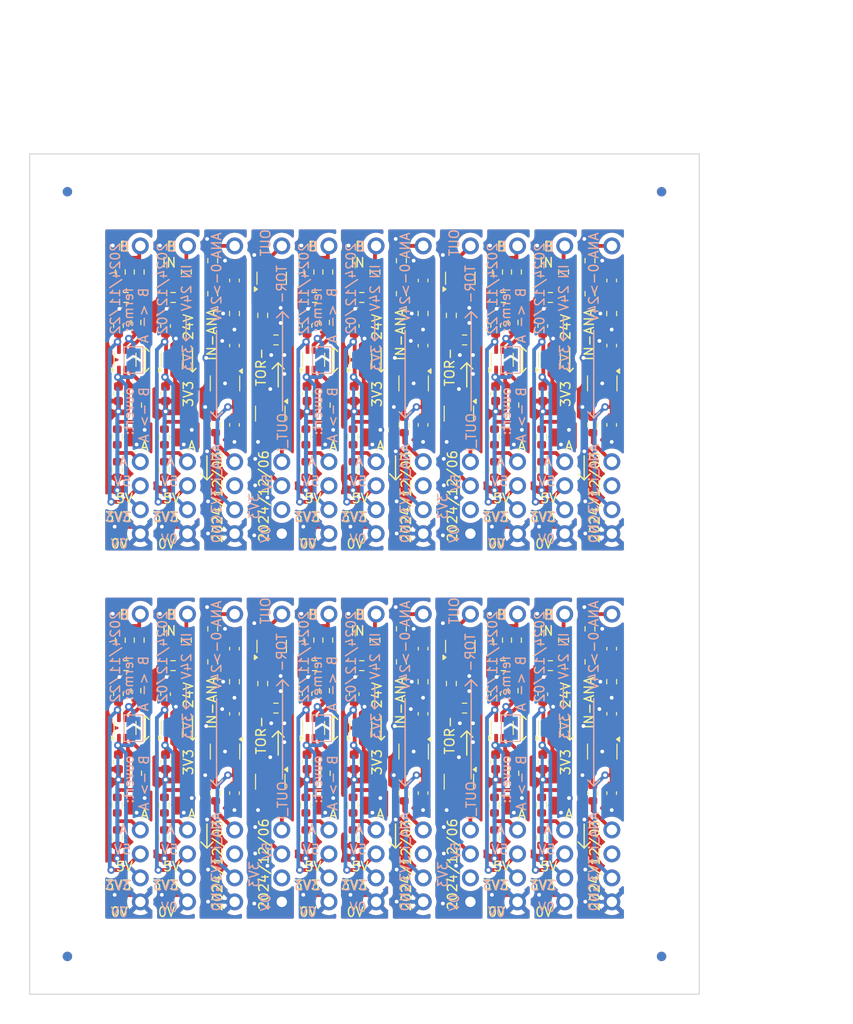
<source format=kicad_pcb>
(kicad_pcb (version 20241229) (generator "pcbnew") (generator_version "9.0")
  (layers (0 "F.Cu" signal) (2 "B.Cu" signal) (13 "F.Paste" user) (15 "B.Paste" user) (5 "F.SilkS" user "F.Silkscreen") (7 "B.SilkS" user "B.Silkscreen") (1 "F.Mask" user) (3 "B.Mask" user) (25 "Edge.Cuts" user))
  (net 0 "")
  (net 1 "Board_0-/3V3")
  (net 2 "Board_0-/5V")
  (net 3 "Board_0-/GND")
  (net 4 "Board_0-/OUT")
  (net 5 "Board_0-/OUT_i")
  (net 6 "Board_0-Net-(JP1-B)")
  (net 7 "Board_0-Net-(U1-A)")
  (net 8 "Board_0-Net-(U1-B)")
  (net 9 "Board_1-/3V3")
  (net 10 "Board_1-/5V")
  (net 11 "Board_1-/GND")
  (net 12 "Board_1-/IN")
  (net 13 "Board_1-/IN_i")
  (net 14 "Board_1-Net-(U1-A)")
  (net 15 "Board_1-Net-(U1-B)")
  (net 16 "Board_2-/3V3")
  (net 17 "Board_2-/ANA")
  (net 18 "Board_2-/ANA_i")
  (net 19 "Board_2-/GND")
  (net 20 "Board_2-Net-(C1-Pad1)")
  (net 21 "Board_2-Net-(U1-+)")
  (net 22 "Board_2-Net-(U1--)")
  (net 23 "Board_2-unconnected-(TP5-Pad1)")
  (net 24 "Board_3-/0V")
  (net 25 "Board_3-/3V3")
  (net 26 "Board_3-/5V")
  (net 27 "Board_3-/OUT")
  (net 28 "Board_3-/OUT_i")
  (net 29 "Board_3-Net-(Q1-G)")
  (net 30 "Board_4-/3V3")
  (net 31 "Board_4-/5V")
  (net 32 "Board_4-/GND")
  (net 33 "Board_4-/OUT")
  (net 34 "Board_4-/OUT_i")
  (net 35 "Board_4-Net-(JP1-B)")
  (net 36 "Board_4-Net-(U1-A)")
  (net 37 "Board_4-Net-(U1-B)")
  (net 38 "Board_5-/3V3")
  (net 39 "Board_5-/5V")
  (net 40 "Board_5-/GND")
  (net 41 "Board_5-/IN")
  (net 42 "Board_5-/IN_i")
  (net 43 "Board_5-Net-(U1-A)")
  (net 44 "Board_5-Net-(U1-B)")
  (net 45 "Board_6-/3V3")
  (net 46 "Board_6-/ANA")
  (net 47 "Board_6-/ANA_i")
  (net 48 "Board_6-/GND")
  (net 49 "Board_6-Net-(C1-Pad1)")
  (net 50 "Board_6-Net-(U1-+)")
  (net 51 "Board_6-Net-(U1--)")
  (net 52 "Board_6-unconnected-(TP5-Pad1)")
  (net 53 "Board_7-/0V")
  (net 54 "Board_7-/3V3")
  (net 55 "Board_7-/5V")
  (net 56 "Board_7-/OUT")
  (net 57 "Board_7-/OUT_i")
  (net 58 "Board_7-Net-(Q1-G)")
  (net 59 "Board_8-/3V3")
  (net 60 "Board_8-/5V")
  (net 61 "Board_8-/GND")
  (net 62 "Board_8-/OUT")
  (net 63 "Board_8-/OUT_i")
  (net 64 "Board_8-Net-(JP1-B)")
  (net 65 "Board_8-Net-(U1-A)")
  (net 66 "Board_8-Net-(U1-B)")
  (net 67 "Board_9-/3V3")
  (net 68 "Board_9-/5V")
  (net 69 "Board_9-/GND")
  (net 70 "Board_9-/IN")
  (net 71 "Board_9-/IN_i")
  (net 72 "Board_9-Net-(U1-A)")
  (net 73 "Board_9-Net-(U1-B)")
  (net 74 "Board_10-/3V3")
  (net 75 "Board_10-/ANA")
  (net 76 "Board_10-/ANA_i")
  (net 77 "Board_10-/GND")
  (net 78 "Board_10-Net-(C1-Pad1)")
  (net 79 "Board_10-Net-(U1-+)")
  (net 80 "Board_10-Net-(U1--)")
  (net 81 "Board_10-unconnected-(TP5-Pad1)")
  (net 82 "Board_11-/3V3")
  (net 83 "Board_11-/5V")
  (net 84 "Board_11-/GND")
  (net 85 "Board_11-/OUT")
  (net 86 "Board_11-/OUT_i")
  (net 87 "Board_11-Net-(JP1-B)")
  (net 88 "Board_11-Net-(U1-A)")
  (net 89 "Board_11-Net-(U1-B)")
  (net 90 "Board_12-/3V3")
  (net 91 "Board_12-/5V")
  (net 92 "Board_12-/GND")
  (net 93 "Board_12-/IN")
  (net 94 "Board_12-/IN_i")
  (net 95 "Board_12-Net-(U1-A)")
  (net 96 "Board_12-Net-(U1-B)")
  (net 97 "Board_13-/3V3")
  (net 98 "Board_13-/ANA")
  (net 99 "Board_13-/ANA_i")
  (net 100 "Board_13-/GND")
  (net 101 "Board_13-Net-(C1-Pad1)")
  (net 102 "Board_13-Net-(U1-+)")
  (net 103 "Board_13-Net-(U1--)")
  (net 104 "Board_13-unconnected-(TP5-Pad1)")
  (net 105 "Board_14-/0V")
  (net 106 "Board_14-/3V3")
  (net 107 "Board_14-/5V")
  (net 108 "Board_14-/OUT")
  (net 109 "Board_14-/OUT_i")
  (net 110 "Board_14-Net-(Q1-G)")
  (net 111 "Board_15-/3V3")
  (net 112 "Board_15-/5V")
  (net 113 "Board_15-/GND")
  (net 114 "Board_15-/OUT")
  (net 115 "Board_15-/OUT_i")
  (net 116 "Board_15-Net-(JP1-B)")
  (net 117 "Board_15-Net-(U1-A)")
  (net 118 "Board_15-Net-(U1-B)")
  (net 119 "Board_16-/3V3")
  (net 120 "Board_16-/5V")
  (net 121 "Board_16-/GND")
  (net 122 "Board_16-/IN")
  (net 123 "Board_16-/IN_i")
  (net 124 "Board_16-Net-(U1-A)")
  (net 125 "Board_16-Net-(U1-B)")
  (net 126 "Board_17-/3V3")
  (net 127 "Board_17-/ANA")
  (net 128 "Board_17-/ANA_i")
  (net 129 "Board_17-/GND")
  (net 130 "Board_17-Net-(C1-Pad1)")
  (net 131 "Board_17-Net-(U1-+)")
  (net 132 "Board_17-Net-(U1--)")
  (net 133 "Board_17-unconnected-(TP5-Pad1)")
  (net 134 "Board_18-/0V")
  (net 135 "Board_18-/3V3")
  (net 136 "Board_18-/5V")
  (net 137 "Board_18-/OUT")
  (net 138 "Board_18-/OUT_i")
  (net 139 "Board_18-Net-(Q1-G)")
  (net 140 "Board_19-/3V3")
  (net 141 "Board_19-/5V")
  (net 142 "Board_19-/GND")
  (net 143 "Board_19-/OUT")
  (net 144 "Board_19-/OUT_i")
  (net 145 "Board_19-Net-(JP1-B)")
  (net 146 "Board_19-Net-(U1-A)")
  (net 147 "Board_19-Net-(U1-B)")
  (net 148 "Board_20-/3V3")
  (net 149 "Board_20-/5V")
  (net 150 "Board_20-/GND")
  (net 151 "Board_20-/IN")
  (net 152 "Board_20-/IN_i")
  (net 153 "Board_20-Net-(U1-A)")
  (net 154 "Board_20-Net-(U1-B)")
  (net 155 "Board_21-/3V3")
  (net 156 "Board_21-/ANA")
  (net 157 "Board_21-/ANA_i")
  (net 158 "Board_21-/GND")
  (net 159 "Board_21-Net-(C1-Pad1)")
  (net 160 "Board_21-Net-(U1-+)")
  (net 161 "Board_21-Net-(U1--)")
  (net 162 "Board_21-unconnected-(TP5-Pad1)")
  (footprint "Chimere_comps:Pastille" (layer "F.Cu") (at 196.23 55.14)
    (property "Reference" "Board_2-TP5" (hide yes))
    (property "Value" "TestPoint" (hide yes))
  )
  (footprint "Resistor_SMD:R_0603_1608Metric" (layer "F.Cu") (at 223.785 49.975 90)
    (property "Reference" "Board_8-R2" (hide yes))
    (property "Value" "1k")
  )
  (footprint "Chimere_comps:Pastille" (layer "F.Cu") (at 236.23 60.22)
    (property "Reference" "Board_10-TP4" (hide yes))
    (property "Value" "TestPoint" (hide yes))
  )
  (footprint "Resistor_SMD:R_0603_1608Metric" (layer "F.Cu") (at 185.835 85.6 90)
    (property "Reference" "Board_11-R3" (hide yes))
    (property "Value" "NM")
  )
  (footprint "Resistor_SMD:R_0603_1608Metric" (layer "F.Cu") (at 213.91 31.3 90)
    (property "Reference" "Board_6-R1" (hide yes))
    (property "Value" "10k")
  )
  (footprint "Chimere_comps:Pastille" (layer "F.Cu") (at 201.23 57.68)
    (property "Reference" "Board_3-TP4" (hide yes))
    (property "Value" "TestPoint" (hide yes))
  )
  (footprint "Resistor_SMD:R_0603_1608Metric" (layer "F.Cu") (at 208.785 92.425 -90)
    (property "Reference" "Board_16-R1" (hide yes))
    (property "Value" "100k")
  )
  (footprint "Chimere_comps:Pastille" (layer "F.Cu") (at 221.23 60.22)
    (property "Reference" "Board_7-TP5" (hide yes))
    (property "Value" "TestPoint" (hide yes))
  )
  (footprint "Package_TO_SOT_SMD:SOT-363_SC-70-6" (layer "F.Cu") (at 224.61 80.8 90)
    (property "Reference" "Board_19-U1" (hide yes))
    (property "Value" "SN74LVC1T45DCK" (hide yes))
  )
  (footprint "Resistor_SMD:R_0603_1608Metric" (layer "F.Cu") (at 184.71 35.2 180)
    (property "Reference" "Board_0-R5" (hide yes))
    (property "Value" "NM")
  )
  (footprint "Capacitor_SMD:C_0603_1608Metric" (layer "F.Cu") (at 216.21 72.4 90)
    (property "Reference" "Board_17-C1" (hide yes))
    (property "Value" "100nF 50V X7R")
  )
  (footprint "Capacitor_SMD:C_0603_1608Metric" (layer "F.Cu") (at 196.21 40.3 90)
    (property "Reference" "Board_2-C5" (hide yes))
    (property "Value" "1nF 50V X7R")
  )
  (footprint "Resistor_SMD:R_0603_1608Metric" (layer "F.Cu") (at 196.21 36.9 90)
    (property "Reference" "Board_2-R2" (hide yes))
    (property "Value" "1k5")
  )
  (footprint "Resistor_SMD:R_0603_1608Metric" (layer "F.Cu") (at 224.11 71.5 -90)
    (property "Reference" "Board_19-R7" (hide yes))
    (property "Value" "100k")
  )
  (footprint "Package_TO_SOT_SMD:SOT-363_SC-70-6" (layer "F.Cu") (at 204.61 80.8 90)
    (property "Reference" "Board_15-U1" (hide yes))
    (property "Value" "SN74LVC1T45DCK" (hide yes))
  )
  (footprint "Resistor_SMD:R_0603_1608Metric" (layer "F.Cu") (at 188.785 88.975 90)
    (property "Reference" "Board_12-R2" (hide yes))
    (property "Value" "1k")
  )
  (footprint "Chimere_comps:Pastille" (layer "F.Cu") (at 211.23 52.6)
    (property "Reference" "Board_5-TP2" (hide yes))
    (property "Value" "TestPoint" (hide yes))
  )
  (footprint "Package_TO_SOT_SMD:SOT-23-5" (layer "F.Cu") (at 215.21 44.3 -90)
    (property "Reference" "Board_6-U1" (hide yes))
    (property "Value" "LMV321")
  )
  (footprint "Chimere_comps:Pastille" (layer "F.Cu") (at 226.23 60.22)
    (property "Reference" "Board_8-TP5" (hide yes))
    (property "Value" "TestPoint" (hide yes))
  )
  (footprint "Resistor_SMD:R_0603_1608Metric" (layer "F.Cu") (at 209.71 35.2 180)
    (property "Reference" "Board_5-R5" (hide yes))
    (property "Value" "2k2")
  )
  (footprint "Package_TO_SOT_SMD:SOT-363_SC-70-6" (layer "F.Cu") (at 209.61 41.8 90)
    (property "Reference" "Board_5-U1" (hide yes))
    (property "Value" "SN74LVC1T45DCK" (hide yes))
  )
  (footprint "Capacitor_SMD:C_0603_1608Metric" (layer "F.Cu") (at 196.21 79.3 90)
    (property "Reference" "Board_13-C5" (hide yes))
    (property "Value" "1nF 50V X7R")
  )
  (footprint "Chimere_comps:Pastille" (layer "F.Cu") (at 231.23 94.14)
    (property "Reference" "Board_20-TP3" (hide yes))
    (property "Value" "TestPoint" (hide yes))
  )
  (footprint "Resistor_SMD:R_0603_1608Metric" (layer "F.Cu") (at 236.21 36.9 90)
    (property "Reference" "Board_10-R2" (hide yes))
    (property "Value" "1k5")
  )
  (footprint "Resistor_SMD:R_0603_1608Metric" (layer "F.Cu") (at 193.91 31.3 90)
    (property "Reference" "Board_2-R1" (hide yes))
    (property "Value" "10k")
  )
  (footprint "Chimere_comps:Pastille" (layer "F.Cu") (at 226.23 55.14)
    (property "Reference" "Board_8-TP3" (hide yes))
    (property "Value" "TestPoint" (hide yes))
  )
  (footprint "Chimere_comps:Pastille" (layer "F.Cu") (at 201.23 55.14)
    (property "Reference" "Board_3-TP3" (hide yes))
    (property "Value" "TestPoint" (hide yes))
  )
  (footprint "Package_TO_SOT_SMD:SOT-23-6" (layer "F.Cu") (at 220.01 47.5 -90)
    (property "Reference" "Board_7-U1" (hide yes))
    (property "Value" "SRV05-4")
  )
  (footprint "Chimere_comps:Pastille" (layer "F.Cu") (at 236.23 29.74)
    (property "Reference" "Board_10-TP1" (hide yes))
    (property "Value" "TestPoint" (hide yes))
  )
  (footprint "Chimere_comps:Pastille" (layer "F.Cu") (at 221.23 57.68)
    (property "Reference" "Board_7-TP4" (hide yes))
    (property "Value" "TestPoint" (hide yes))
  )
  (footprint "Resistor_SMD:R_0603_1608Metric" (layer "F.Cu") (at 224.11 32.5 -90)
    (property "Reference" "Board_8-R7" (hide yes))
    (property "Value" "100k")
  )
  (footprint "Resistor_SMD:R_0603_1608Metric" (layer "F.Cu") (at 203.785 88.975 90)
    (property "Reference" "Board_15-R2" (hide yes))
    (property "Value" "1k")
  )
  (footprint "Resistor_SMD:R_0603_1608Metric" (layer "F.Cu") (at 220.61 78.7)
    (property "Reference" "Board_18-R1" (hide yes))
    (property "Value" "100k")
  )
  (footprint "Chimere_comps:Pastille" (layer "F.Cu") (at 201.23 94.14)
    (property "Reference" "Board_14-TP3" (hide yes))
    (property "Value" "TestPoint" (hide yes))
  )
  (footprint "Resistor_SMD:R_0603_1608Metric" (layer "F.Cu") (at 184.11 32.5 -90)
    (property "Reference" "Board_0-R7" (hide yes))
    (property "Value" "100k")
  )
  (footprint "Chimere_comps:Pastille" (layer "F.Cu") (at 186.23 60.22)
    (property "Reference" "Board_0-TP5" (hide yes))
    (property "Value" "TestPoint" (hide yes))
  )
  (footprint "Chimere_comps:Pastille" (layer "F.Cu") (at 221.23 29.74)
    (property "Reference" "Board_7-TP1" (hide yes))
    (property "Value" "TestPoint" (hide yes))
  )
  (footprint "Resistor_SMD:R_0603_1608Metric" (layer "F.Cu") (at 228.785 88.975 90)
    (property "Reference" "Board_20-R2" (hide yes))
    (property "Value" "1k")
  )
  (footprint "Capacitor_SMD:C_0603_1608Metric" (layer "F.Cu") (at 228.91 38.225 90)
    (property "Reference" "Board_9-C2" (hide yes))
    (property "Value" "100nF 50V X7R")
  )
  (footprint "Capacitor_SMD:C_0603_1608Metric" (layer "F.Cu") (at 228.91 84.4 -90)
    (property "Reference" "Board_20-C1" (hide yes))
    (property "Value" "100nF 50V X7R")
  )
  (footprint "Capacitor_SMD:C_0603_1608Metric" (layer "F.Cu") (at 216.21 79.3 90)
    (property "Reference" "Board_17-C5" (hide yes))
    (property "Value" "1nF 50V X7R")
  )
  (footprint "Chimere_comps:Pastille" (layer "F.Cu") (at 231.23 99.22)
    (property "Reference" "Board_20-TP5" (hide yes))
    (property "Value" "TestPoint" (hide yes))
  )
  (footprint "Chimere_comps:Pastille" (layer "F.Cu") (at 196.23 94.14)
    (property "Reference" "Board_13-TP5" (hide yes))
    (property "Value" "TestPoint" (hide yes))
  )
  (footprint "Resistor_SMD:R_0603_1608Metric" (layer "F.Cu") (at 209.71 74.2 180)
    (property "Reference" "Board_16-R5" (hide yes))
    (property "Value" "2k2")
  )
  (footprint "Chimere_comps:Pastille" (layer "F.Cu") (at 221.23 55.14)
    (property "Reference" "Board_7-TP3" (hide yes))
    (property "Value" "TestPoint" (hide yes))
  )
  (footprint "Resistor_SMD:R_0603_1608Metric" (layer "F.Cu") (at 233.91 34.8 -90)
    (property "Reference" "Board_10-R9" (hide yes))
    (property "Value" "1k")
  )
  (footprint "Chimere_comps:Pastille" (layer "F.Cu") (at 191.23 68.74)
    (property "Reference" "Board_12-TP1" (hide yes))
    (property "Value" "TestPoint" (hide yes))
  )
  (footprint "Chimere_comps:Pastille" (layer "F.Cu") (at 186.23 52.6)
    (property "Reference" "Board_0-TP2" (hide yes))
    (property "Value" "TestPoint" (hide yes))
  )
  (footprint "Resistor_SMD:R_0603_1608Metric" (layer "F.Cu") (at 224.71 74.2 180)
    (property "Reference" "Board_19-R5" (hide yes))
    (property "Value" "NM")
  )
  (footprint "Capacitor_SMD:C_0603_1608Metric" (layer "F.Cu") (at 228.91 45.4 -90)
    (property "Reference" "Board_9-C1" (hide yes))
    (property "Value" "100nF 50V X7R")
  )
  (footprint "Capacitor_SMD:C_0603_1608Metric" (layer "F.Cu") (at 183.91 45.4 -90)
    (property "Reference" "Board_0-C1" (hide yes))
    (property "Value" "100nF 50V X7R")
  )
  (footprint "Resistor_SMD:R_0603_1608Metric" (layer "F.Cu") (at 189.71 74.2 180)
    (property "Reference" "Board_12-R5" (hide yes))
    (property "Value" "2k2")
  )
  (footprint "Capacitor_SMD:C_0603_1608Metric" (layer "F.Cu") (at 216.21 40.3 90)
    (property "Reference" "Board_6-C5" (hide yes))
    (property "Value" "1nF 50V X7R")
  )
  (footprint "Resistor_SMD:R_0603_1608Metric" (layer "F.Cu") (at 228.785 53.425 -90)
    (property "Reference" "Board_9-R1" (hide yes))
    (property "Value" "100k")
  )
  (footprint "Capacitor_SMD:C_0603_1608Metric" (layer "F.Cu") (at 203.91 84.4 -90)
    (property "Reference" "Board_15-C1" (hide yes))
    (property "Value" "100nF 50V X7R")
  )
  (footprint "Chimere_comps:Pastille" (layer "F.Cu") (at 201.23 96.68)
    (property "Reference" "Board_14-TP4" (hide yes))
    (property "Value" "TestPoint" (hide yes))
  )
  (footprint "Resistor_SMD:R_0603_1608Metric" (layer "F.Cu") (at 183.785 88.975 90)
    (property "Reference" "Board_11-R2" (hide yes))
    (property "Value" "1k")
  )
  (footprint "Capacitor_SMD:C_0603_1608Metric" (layer "F.Cu") (at 196.21 48.7 -90)
    (property "Reference" "Board_2-C9" (hide yes))
    (property "Value" "100nF 50V X7R")
  )
  (footprint "Resistor_SMD:R_0603_1608Metric" (layer "F.Cu") (at 211.11 71.5 90)
    (property "Reference" "Board_16-R6" (hide yes))
    (property "Value" "10k")
  )
  (footprint "Chimere_comps:Pastille" (layer "F.Cu") (at 226.23 57.68)
    (property "Reference" "Board_8-TP4" (hide yes))
    (property "Value" "TestPoint" (hide yes))
  )
  (footprint "Chimere_comps:Pastille" (layer "F.Cu") (at 196.23 60.22)
    (property "Reference" "Board_2-TP4" (hide yes))
    (property "Value" "TestPoint" (hide yes))
  )
  (footprint "Resistor_SMD:R_0603_1608Metric" (layer "F.Cu") (at 226.11 32.5 90)
    (property "Reference" "Board_8-R6" (hide yes))
    (property "Value" "1k")
  )
  (footprint "Fiducial" (layer "F.Cu") (at 178.5 105)
    (property "Reference" "KiKit_FID_T_3" (hide yes))
    (property "Value" "Fiducial" (hide yes))
  )
  (footprint "Resistor_SMD:R_0603_1608Metric" (layer "F.Cu") (at 213.91 73.8 -90)
    (property "Reference" "Board_17-R9" (hide yes))
    (property "Value" "1k")
  )
  (footprint "Package_TO_SOT_SMD:SOT-23" (layer "F.Cu") (at 200.16 33.1625 90)
    (property "Reference" "Board_3-Q1" (hide yes))
    (property "Value" "AO3400A")
  )
  (footprint "Fiducial" (layer "F.Cu") (at 241.5 105)
    (property "Reference" "KiKit_FID_T_4" (hide yes))
    (property "Value" "Fiducial" (hide yes))
  )
  (footprint "Chimere_comps:Pastille" (layer "F.Cu") (at 221.23 99.22)
    (property "Reference" "Board_18-TP5" (hide yes))
    (property "Value" "TestPoint" (hide yes))
  )
  (footprint "Package_TO_SOT_SMD:SOT-23-5" (layer "F.Cu") (at 235.21 44.3 -90)
    (property "Reference" "Board_10-U1" (hide yes))
    (property "Value" "LMV321")
  )
  (footprint "Resistor_SMD:R_0603_1608Metric" (layer "F.Cu") (at 214.21 87.7 -90)
    (property "Reference" "Board_17-R13" (hide yes))
    (property "Value" "1k")
  )
  (footprint "Resistor_SMD:R_0603_1608Metric" (layer "F.Cu") (at 225.76 37.85 90)
    (property "Reference" "Board_8-R4" (hide yes))
    (property "Value" "100k")
  )
  (footprint "Chimere_comps:Pastille" (layer "F.Cu") (at 231.23 91.6)
    (property "Reference" "Board_20-TP2" (hide yes))
    (property "Value" "TestPoint" (hide yes))
  )
  (footprint "Resistor_SMD:R_0603_1608Metric" (layer "F.Cu") (at 208.785 49.975 90)
    (property "Reference" "Board_5-R2" (hide yes))
    (property "Value" "1k")
  )
  (footprint "Chimere_comps:Pastille" (layer "F.Cu") (at 231.23 60.22)
    (property "Reference" "Board_9-TP5" (hide yes))
    (property "Value" "TestPoint" (hide yes))
  )
  (footprint "Chimere_comps:Pastille" (layer "F.Cu") (at 186.23 55.14)
    (property "Reference" "Board_0-TP3" (hide yes))
    (property "Value" "TestPoint" (hide yes))
  )
  (footprint "Capacitor_SMD:C_0603_1608Metric" (layer "F.Cu") (at 228.91 77.225 90)
    (property "Reference" "Board_20-C2" (hide yes))
    (property "Value" "100nF 50V X7R")
  )
  (footprint "Resistor_SMD:R_0603_1608Metric" (layer "F.Cu") (at 185.76 76.85 90)
    (property "Reference" "Board_11-R4" (hide yes))
    (property "Value" "100k")
  )
  (footprint "Capacitor_SMD:C_0603_1608Metric" (layer "F.Cu") (at 196.21 33.4 90)
    (property "Reference" "Board_2-C1" (hide yes))
    (property "Value" "100nF 50V X7R")
  )
  (footprint "Resistor_SMD:R_0603_1608Metric" (layer "F.Cu") (at 205.835 85.6 90)
    (property "Reference" "Board_15-R3" (hide yes))
    (property "Value" "NM")
  )
  (footprint "Resistor_SMD:R_0603_1608Metric" (layer "F.Cu") (at 196.21 75.9 90)
    (property "Reference" "Board_13-R2" (hide yes))
    (property "Value" "1k5")
  )
  (footprint "Resistor_SMD:R_0603_1608Metric" (layer "F.Cu") (at 220.61 39.7)
    (property "Reference" "Board_7-R1" (hide yes))
    (property "Value" "100k")
  )
  (footprint "Chimere_comps:Pastille" (layer "F.Cu") (at 206.23 68.74)
    (property "Reference" "Board_15-TP1" (hide yes))
    (property "Value" "TestPoint" (hide yes))
  )
  (footprint "Chimere_comps:Pastille" (layer "F.Cu") (at 226.23 68.74)
    (property "Reference" "Board_19-TP1" (hide yes))
    (property "Value" "TestPoint" (hide yes))
  )
  (footprint "Package_TO_SOT_SMD:SOT-23-5" (layer "F.Cu") (at 215.21 83.3 -90)
    (property "Reference" "Board_17-U1" (hide yes))
    (property "Value" "LMV321")
  )
  (footprint "Chimere_comps:Pastille" (layer "F.Cu") (at 211.23 68.74)
    (property "Reference" "Board_16-TP1" (hide yes))
    (property "Value" "TestPoint" (hide yes))
  )
  (footprint "Resistor_SMD:R_0603_1608Metric" (layer "F.Cu") (at 200.61 78.7)
    (property "Reference" "Board_14-R1" (hide yes))
    (property "Value" "100k")
  )
  (footprint "Capacitor_SMD:C_0603_1608Metric" (layer "F.Cu") (at 188.91 45.4 -90)
    (property "Reference" "Board_1-C1" (hide yes))
    (property "Value" "100nF 50V X7R")
  )
  (footprint "Resistor_SMD:R_0603_1608Metric" (layer "F.Cu") (at 188.785 53.425 -90)
    (property "Reference" "Board_1-R1" (hide yes))
    (property "Value" "100k")
  )
  (footprint "Resistor_SMD:R_0603_1608Metric" (layer "F.Cu") (at 226.11 71.5 90)
    (property "Reference" "Board_19-R6" (hide yes))
    (property "Value" "1k")
  )
  (footprint "Capacitor_SMD:C_0603_1608Metric" (layer "F.Cu") (at 208.91 84.4 -90)
    (property "Reference" "Board_16-C1" (hide yes))
    (property "Value" "100nF 50V X7R")
  )
  (footprint "Chimere_comps:Pastille" (layer "F.Cu") (at 216.23 91.6)
    (property "Reference" "Board_17-TP2" (hide yes))
    (property "Value" "TestPoint" (hide yes))
  )
  (footprint "Chimere_comps:Pastille" (layer "F.Cu") (at 186.23 57.68)
    (property "Reference" "Board_0-TP4" (hide yes))
    (property "Value" "TestPoint" (hide yes))
  )
  (footprint "Chimere_comps:Pastille" (layer "F.Cu") (at 236.23 55.14)
    (property "Reference" "Board_10-TP5" (hide yes))
    (property "Value" "TestPoint" (hide yes))
  )
  (footprint "Chimere_comps:Pastille" (layer "F.Cu") (at 191.23 96.68)
    (property "Reference" "Board_12-TP4" (hide yes))
    (property "Value" "TestPoint" (hide yes))
  )
  (footprint "Chimere_comps:Pastille" (layer "F.Cu") (at 196.23 99.22)
    (property "Reference" "Board_13-TP4" (hide yes))
    (property "Value" "TestPoint" (hide yes))
  )
  (footprint "Resistor_SMD:R_0603_1608Metric" (layer "F.Cu") (at 234.21 48.7 -90)
    (property "Reference" "Board_10-R13" (hide yes))
    (property "Value" "1k")
  )
  (footprint "Resistor_SMD:R_0603_1608Metric" (layer "F.Cu") (at 199.21 76.1 90)
    (property "Reference" "Board_14-R2" (hide yes))
    (property "Value" "0R")
  )
  (footprint "Chimere_comps:Pastille" (layer "F.Cu") (at 206.23 91.6)
    (property "Reference" "Board_15-TP2" (hide yes))
    (property "Value" "TestPoint" (hide yes))
  )
  (footprint "Chimere_comps:Pastille" (layer "F.Cu") (at 216.23 96.68)
    (property "Reference" "Board_17-TP3" (hide yes))
    (property "Value" "TestPoint" (hide yes))
  )
  (footprint "Chimere_comps:Pastille" (layer "F.Cu") (at 191.23 94.14)
    (property "Reference" "Board_12-TP3" (hide yes))
    (property "Value" "TestPoint" (hide yes))
  )
  (footprint "Chimere_comps:Pastille" (layer "F.Cu") (at 226.23 29.74)
    (property "Reference" "Board_8-TP1" (hide yes))
    (property "Value" "TestPoint" (hide yes))
  )
  (footprint "Resistor_SMD:R_0603_1608Metric" (layer "F.Cu") (at 213.91 34.8 -90)
    (property "Reference" "Board_6-R9" (hide yes))
    (property "Value" "1k")
  )
  (footprint "Package_TO_SOT_SMD:SOT-363_SC-70-6" (layer "F.Cu") (at 189.61 41.8 90)
    (property "Reference" "Board_1-U1" (hide yes))
    (property "Value" "SN74LVC1T45DCK" (hide yes))
  )
  (footprint "Resistor_SMD:R_0603_1608Metric" (layer "F.Cu") (at 200.61 39.7)
    (property "Reference" "Board_3-R1" (hide yes))
    (property "Value" "100k")
  )
  (footprint "Chimere_comps:Pastille" (layer "F.Cu") (at 196.23 57.68)
    (property "Reference" "Board_2-TP3" (hide yes))
    (property "Value" "TestPoint" (hide yes))
  )
  (footprint "Chimere_comps:Pastille" (layer "F.Cu") (at 206.23 96.68)
    (property "Reference" "Board_15-TP4" (hide yes))
    (property "Value" "TestPoint" (hide yes))
  )
  (footprint "Capacitor_SMD:C_0603_1608Metric" (layer "F.Cu") (at 183.91 84.4 -90)
    (property "Reference" "Board_11-C1" (hide yes))
    (property "Value" "100nF 50V X7R")
  )
  (footprint "Resistor_SMD:R_0603_1608Metric" (layer "F.Cu") (at 183.785 53.425 -90)
    (property "Reference" "Board_0-R1" (hide yes))
    (property "Value" "100k")
  )
  (footprint "Capacitor_SMD:C_0603_1608Metric" (layer "F.Cu") (at 188.91 84.4 -90)
    (property "Reference" "Board_12-C1" (hide yes))
    (property "Value" "100nF 50V X7R")
  )
  (footprint "Chimere_comps:Pastille" (layer "F.Cu") (at 216.23 99.22)
    (property "Reference" "Board_17-TP4" (hide yes))
    (property "Value" "TestPoint" (hide yes))
  )
  (footprint "Chimere_comps:Pastille" (layer "F.Cu") (at 201.23 29.74)
    (property "Reference" "Board_3-TP1" (hide yes))
    (property "Value" "TestPoint" (hide yes))
  )
  (footprint "Chimere_comps:Pastille" (layer "F.Cu") (at 196.23 52.6)
    (property "Reference" "Board_2-TP2" (hide yes))
    (property "Value" "TestPoint" (hide yes))
  )
  (footprint "Chimere_comps:Pastille" (layer "F.Cu") (at 236.23 91.6)
    (property "Reference" "Board_21-TP2" (hide yes))
    (property "Value" "TestPoint" (hide yes))
  )
  (footprint "Chimere_comps:Pastille" (layer "F.Cu") (at 216.23 29.74)
    (property "Reference" "Board_6-TP1" (hide yes))
    (property "Value" "TestPoint" (hide yes))
  )
  (footprint "Resistor_SMD:R_0603_1608Metric" (layer "F.Cu") (at 234.21 87.7 -90)
    (property "Reference" "Board_21-R13" (hide yes))
    (property "Value" "1k")
  )
  (footprint "Capacitor_SMD:C_0603_1608Metric" (layer "F.Cu") (at 216.21 33.4 90)
    (property "Reference" "Board_6-C1" (hide yes))
    (property "Value" "100nF 50V X7R")
  )
  (footprint "Chimere_comps:Pastille" (layer "F.Cu") (at 191.23 57.68)
    (property "Reference" "Board_1-TP4" (hide yes))
    (property "Value" "TestPoint" (hide yes))
  )
  (footprint "Chimere_comps:Pastille" (layer "F.Cu") (at 236.23 52.6)
    (property "Reference" "Board_10-TP2" (hide yes))
    (property "Value" "TestPoint" (hide yes))
  )
  (footprint "Resistor_SMD:R_0603_1608Metric" (layer "F.Cu") (at 193.91 70.3 90)
    (property "Reference" "Board_13-R1" (hide yes))
    (property "Value" "10k")
  )
  (footprint "Package_TO_SOT_SMD:SOT-23-5" (layer "F.Cu") (at 195.21 44.3 -90)
    (property "Reference" "Board_2-U1" (hide yes))
    (property "Value" "LMV321")
  )
  (footprint "Capacitor_SMD:C_0603_1608Metric" (layer "F.Cu") (at 216.21 48.7 -90)
    (property "Reference" "Board_6-C9" (hide yes))
    (property "Value" "100nF 50V X7R")
  )
  (footprint "Chimere_comps:Pastille" (layer "F.Cu") (at 186.23 68.74)
    (property "Reference" "Board_11-TP1" (hide yes))
    (property "Value" "TestPoint" (hide yes))
  )
  (footprint "Chimere_comps:Pastille" (layer "F.Cu") (at 231.23 55.14)
    (property "Reference" "Board_9-TP3" (hide yes))
    (property "Value" "TestPoint" (hide yes))
  )
  (footprint "Resistor_SMD:R_0603_1608Metric" (layer "F.Cu") (at 184.71 74.2 180)
    (property "Reference" "Board_11-R5" (hide yes))
    (property "Value" "NM")
  )
  (footprint "Chimere_comps:Pastille" (layer "F.Cu") (at 231.23 96.68)
    (property "Reference" "Board_20-TP4" (hide yes))
    (property "Value" "TestPoint" (hide yes))
  )
  (footprint "Resistor_SMD:R_0603_1608Metric" (layer "F.Cu") (at 205.76 76.85 90)
    (property "Reference" "Board_15-R4" (hide yes))
    (property "Value" "100k")
  )
  (footprint "Resistor_SMD:R_0603_1608Metric" (layer "F.Cu") (at 225.835 46.6 90)
    (property "Reference" "Board_8-R3" (hide yes))
    (property "Value" "NM")
  )
  (footprint "Resistor_SMD:R_0603_1608Metric" (layer "F.Cu") (at 213.91 70.3 90)
    (property "Reference" "Board_17-R1" (hide yes))
    (property "Value" "10k")
  )
  (footprint "Chimere_comps:Pastille" (layer "F.Cu") (at 221.23 52.6)
    (property "Reference" "Board_7-TP2" (hide yes))
    (property "Value" "TestPoint" (hide yes))
  )
  (footprint "Chimere_comps:Pastille" (layer "F.Cu") (at 206.23 99.22)
    (property "Reference" "Board_15-TP5" (hide yes))
    (property "Value" "TestPoint" (hide yes))
  )
  (footprint "Capacitor_SMD:C_0603_1608Metric" (layer "F.Cu") (at 183.91 38.225 90)
    (property "Reference" "Board_0-C2" (hide yes))
    (property "Value" "100nF 50V X7R")
  )
  (footprint "Package_TO_SOT_SMD:SOT-23-6" (layer "F.Cu") (at 200.01 86.5 -90)
    (property "Reference" "Board_14-U1" (hide yes))
    (property "Value" "SRV05-4")
  )
  (footprint "Chimere_comps:Pastille" (layer "F.Cu") (at 206.23 60.22)
    (property "Reference" "Board_4-TP5" (hide yes))
    (property "Value" "TestPoint" (hide yes))
  )
  (footprint "Package_TO_SOT_SMD:SOT-363_SC-70-6" (layer "F.Cu") (at 189.61 80.8 90)
    (property "Reference" "Board_12-U1" (hide yes))
    (property "Value" "SN74LVC1T45DCK" (hide yes))
  )
  (footprint "Resistor_SMD:R_0603_1608Metric" (layer "F.Cu") (at 233.91 31.3 90)
    (property "Reference" "Board_10-R1" (hide yes))
    (property "Value" "10k")
  )
  (footprint "Resistor_SMD:R_0603_1608Metric" (layer "F.Cu") (at 193.91 34.8 -90)
    (property "Reference" "Board_2-R9" (hide yes))
    (property "Value" "1k")
  )
  (footprint "Chimere_comps:Pastille" (layer "F.Cu") (at 216.23 57.68)
    (property "Reference" "Board_6-TP3" (hide yes))
    (property "Value" "TestPoint" (hide yes))
  )
  (footprint "Resistor_SMD:R_0603_1608Metric" (layer "F.Cu") (at 199.21 37.1 90)
    (property "Reference" "Board_3-R2" (hide yes))
    (property "Value" "0R")
  )
  (footprint "Chimere_comps:Pastille" (layer "F.Cu") (at 191.23 29.74)
    (property "Reference" "Board_1-TP1" (hide yes))
    (property "Value" "TestPoint" (hide yes))
  )
  (footprint "Chimere_comps:Pastille" (layer "F.Cu") (at 226.23 52.6)
    (property "Reference" "Board_8-TP2" (hide yes))
    (property "Value" "TestPoint" (hide yes))
  )
  (footprint "Resistor_SMD:R_0603_1608Metric" (layer "F.Cu") (at 225.76 76.85 90)
    (property "Reference" "Board_19-R4" (hide yes))
    (property "Value" "100k")
  )
  (footprint "Capacitor_SMD:C_0603_1608Metric" (layer "F.Cu") (at 196.21 72.4 90)
    (property "Reference" "Board_13-C1" (hide yes))
    (property "Value" "100nF 50V X7R")
  )
  (footprint "Chimere_comps:Pastille" (layer "F.Cu") (at 201.23 60.22)
    (property "Reference" "Board_3-TP5" (hide yes))
    (property "Value" "TestPoint" (hide yes))
  )
  (footprint "Capacitor_SMD:C_0603_1608Metric" (layer "F.Cu") (at 203.91 38.225 90)
    (property "Reference" "Board_4-C2" (hide yes))
    (property "Value" "100nF 50V X7R")
  )
  (footprint "Chimere_comps:Pastille" (layer "F.Cu") (at 191.23 99.22)
    (property "Reference" "Board_12-TP5" (hide yes))
    (property "Value" "TestPoint" (hide yes))
  )
  (footprint "Resistor_SMD:R_0603_1608Metric" (layer "F.Cu") (at 206.11 71.5 90)
    (property "Reference" "Board_15-R6" (hide yes))
    (property "Value" "1k")
  )
  (footprint "Chimere_comps:Pastille" (layer "F.Cu") (at 206.23 57.68)
    (property "Reference" "Board_4-TP4" (hide yes))
    (property "Value" "TestPoint" (hide yes))
  )
  (footprint "Chimere_comps:Pastille" (layer "F.Cu") (at 226.23 94.14)
    (property "Reference" "Board_19-TP3" (hide yes))
    (property "Value" "TestPoint" (hide yes))
  )
  (footprint "Resistor_SMD:R_0603_1608Metric" (layer "F.Cu") (at 186.11 71.5 90)
    (property "Reference" "Board_11-R6" (hide yes))
    (property "Value" "1k")
  )
  (footprint "Chimere_comps:Pastille" (layer "F.Cu") (at 191.23 55.14)
    (property "Reference" "Board_1-TP3" (hide yes))
    (property "Value" "TestPoint" (hide yes))
  )
  (footprint "Chimere_comps:Pastille" (layer "F.Cu") (at 196.23 96.68)
    (property "Reference" "Board_13-TP3" (hide yes))
    (property "Value" "TestPoint" (hide yes))
  )
  (footprint "Resistor_SMD:R_0603_1608Metric" (layer "F.Cu") (at 208.785 53.425 -90)
    (property "Reference" "Board_5-R1" (hide yes))
    (property "Value" "100k")
  )
  (footprint "Resistor_SMD:R_0603_1608Metric" (layer "F.Cu") (at 219.21 37.1 90)
    (property "Reference" "Board_7-R2" (hide yes))
    (property "Value" "0R")
  )
  (footprint "Resistor_SMD:R_0603_1608Metric" (layer "F.Cu") (at 188.785 49.975 90)
    (property "Reference" "Board_1-R2" (hide yes))
    (property "Value" "1k")
  )
  (footprint "Capacitor_SMD:C_0603_1608Metric" (layer "F.Cu") (at 236.21 87.7 -90)
    (property "Reference" "Board_21-C9" (hide yes))
    (property "Value" "100nF 50V X7R")
  )
  (footprint "Package_TO_SOT_SMD:SOT-363_SC-70-6" (layer "F.Cu") (at 184.61 80.8 90)
    (property "Reference" "Board_11-U1" (hide yes))
    (property "Value" "SN74LVC1T45DCK" (hide yes))
  )
  (footprint "Resistor_SMD:R_0603_1608Metric" (layer "F.Cu") (at 206.11 32.5 90)
    (property "Reference" "Board_4-R6" (hide yes))
    (property "Value" "1k")
  )
  (footprint "Chimere_comps:Pastille" (layer "F.Cu") (at 231.23 57.68)
    (property "Reference" "Board_9-TP4" (hide yes))
    (property "Value" "TestPoint" (hide yes))
  )
  (footprint "Capacitor_SMD:C_0603_1608Metric" (layer "F.Cu") (at 216.21 87.7 -90)
    (property "Reference" "Board_17-C9" (hide yes))
    (property "Value" "100nF 50V X7R")
  )
  (footprint "Chimere_comps:Pastille" (layer "F.Cu") (at 201.23 68.74)
    (property "Reference" "Board_14-TP1" (hide yes))
    (property "Value" "TestPoint" (hide yes))
  )
  (footprint "Capacitor_SMD:C_0603_1608Metric" (layer "F.Cu") (at 208.91 45.4 -90)
    (property "Reference" "Board_5-C1" (hide yes))
    (property "Value" "100nF 50V X7R")
  )
  (footprint "Chimere_comps:Pastille" (layer "F.Cu") (at 186.23 99.22)
    (property "Reference" "Board_11-TP5" (hide yes))
    (property "Value" "TestPoint" (hide yes))
  )
  (footprint "Resistor_SMD:R_0603_1608Metric" (layer "F.Cu") (at 194.21 87.7 -90)
    (property "Reference" "Board_13-R13" (hide yes))
    (property "Value" "1k")
  )
  (footprint "Resistor_SMD:R_0603_1608Metric" (layer "F.Cu") (at 236.21 75.9 90)
    (property "Reference" "Board_21-R2" (hide yes))
    (property "Value" "1k5")
  )
  (footprint "Capacitor_SMD:C_0603_1608Metric" (layer "F.Cu") (at 236.21 48.7 -90)
    (property "Reference" "Board_10-C9" (hide yes))
    (property "Value" "100nF 50V X7R")
  )
  (footprint "Chimere_comps:Pastille" (layer "F.Cu") (at 191.23 91.6)
    (property "Reference" "Board_12-TP2" (hide yes))
    (property "Value" "TestPoint" (hide yes))
  )
  (footprint "Capacitor_SMD:C_0603_1608Metric" (layer "F.Cu") (at 203.91 77.225 90)
    (property "Reference" "Board_15-C2" (hide yes))
    (property "Value" "100nF 50V X7R")
  )
  (footprint "Capacitor_SMD:C_0603_1608Metric" (layer "F.Cu") (at 236.21 33.4 90)
    (property "Reference" "Board_10-C1" (hide yes))
    (property "Value" "100nF 50V X7R")
  )
  (footprint "Resistor_SMD:R_0603_1608Metric" (layer "F.Cu") (at 183.785 49.975 90)
    (property "Reference" "Board_0-R2" (hide yes))
    (property "Value" "1k")
  )
  (footprint "Resistor_SMD:R_0603_1608Metric" (layer "F.Cu") (at 233.91 73.8 -90)
    (property "Reference" "Board_21-R9" (hide yes))
    (property "Value" "1k")
  )
  (footprint "Chimere_comps:Pastille" (layer "F.Cu") (at 211.23 94.14)
    (property "Reference" "Board_16-TP3" (hide yes))
    (property "Value" "TestPoint" (hide yes))
  )
  (footprint "Chimere_comps:Pastille" (layer "F.Cu") (at 196.23 68.74)
    (property "Reference" "Board_13-TP1" (hide yes))
    (property "Value" "TestPoint" (hide yes))
  )
  (footprint "Chimere_comps:Pastille" (layer "F.Cu") (at 206.23 94.14)
    (property "Reference" "Board_15-TP3" (hide yes))
    (property "Value" "TestPoint" (hide yes))
  )
  (footprint "Chimere_comps:Pastille" (layer "F.Cu") (at 206.23 52.6)
    (property "Reference" "Board_4-TP2" (hide yes))
    (property "Value" "TestPoint" (hide yes))
  )
  (footprint "Resistor_SMD:R_0603_1608Metric" (layer "F.Cu") (at 191.11 32.5 90)
    (property "Reference" "Board_1-R6" (hide yes))
    (property "Value" "10k")
  )
  (footprint "Chimere_comps:Pastille" (layer "F.Cu") (at 226.23 96.68)
    (property "Reference" "Board_19-TP4" (hide yes))
    (property "Value" "TestPoint" (hide yes))
  )
  (footprint "Capacitor_SMD:C_0603_1608Metric" (layer "F.Cu") (at 188.91 77.225 90)
    (property "Reference" "Board_12-C2" (hide yes))
    (property "Value" "100nF 50V X7R")
  )
  (footprint "Resistor_SMD:R_0603_1608Metric" (layer "F.Cu") (at 233.91 70.3 90)
    (property "Reference" "Board_21-R1" (hide yes))
    (property "Value" "10k")
  )
  (footprint "Package_TO_SOT_SMD:SOT-363_SC-70-6" (layer "F.Cu") (at 229.61 80.8 90)
    (property "Reference" "Board_20-U1" (hide yes))
    (property "Value" "SN74LVC1T45DCK" (hide yes))
  )
  (footprint "Resistor_SMD:R_0603_1608Metric" (layer "F.Cu") (at 185.835 46.6 90)
    (property "Reference" "Board_0-R3" (hide yes))
    (property "Value" "NM")
  )
  (footprint "Package_TO_SOT_SMD:SOT-23" (layer "F.Cu") (at 220.16 33.1625 90)
    (property "Reference" "Board_7-Q1" (hide yes))
    (property "Value" "AO3400A")
  )
  (footprint "Resistor_SMD:R_0603_1608Metric" (layer "F.Cu") (at 183.785 92.425 -90)
    (property "Reference" "Board_11-R1" (hide yes))
    (property "Value" "100k")
  )
  (footprint "Chimere_comps:Pastille" (layer "F.Cu") (at 221.23 68.74)
    (property "Reference" "Board_18-TP1" (hide yes))
    (property "Value" "TestPoint" (hide yes))
  )
  (footprint "Resistor_SMD:R_0603_1608Metric" (layer "F.Cu") (at 186.11 32.5 90)
    (property "Reference" "Board_0-R6" (hide yes))
    (property "Value" "1k")
  )
  (footprint "Package_TO_SOT_SMD:SOT-363_SC-70-6" (layer "F.Cu") (at 229.61 41.8 90)
    (property "Reference" "Board_9-U1" (hide yes))
    (property "Value" "SN74LVC1T45DCK" (hide yes))
  )
  (footprint "Resistor_SMD:R_0603_1608Metric" (layer "F.Cu") (at 223.785 53.425 -90)
    (property "Reference" "Board_8-R1" (hide yes))
    (property "Value" "100k")
  )
  (footprint "Chimere_comps:Pastille" (layer "F.Cu") (at 216.23 94.14)
    (property "Reference" "Board_17-TP5" (hide yes))
    (property "Value" "TestPoint" (hide yes))
  )
  (footprint "Chimere_comps:Pastille" (layer "F.Cu") (at 231.23 52.6)
    (property "Reference" "Board_9-TP2" (hide yes))
    (property "Value" "TestPoint" (hide yes))
  )
  (footprint "Chimere_comps:Pastille" (layer "F.Cu") (at 191.23 52.6)
    (property "Reference" "Board_1-TP2" (hide yes))
    (property "Value" "TestPoint" (hide yes))
  )
  (footprint "Capacitor_SMD:C_0603_1608Metric" (layer "F.Cu") (at 223.91 77.225 90)
    (property "Reference" "Board_19-C2" (hide yes))
    (property "Value" "100nF 50V X7R")
  )
  (footprint "Chimere_comps:Pastille" (layer "F.Cu") (at 186.23 94.14)
    (property "Reference" "Board_11-TP3" (hide yes))
    (property "Value" "TestPoint" (hide yes))
  )
  (footprint "Capacitor_SMD:C_0603_1608Metric" (layer "F.Cu") (at 183.91 77.225 90)
    (property "Reference" "Board_11-C2" (hide yes))
    (property "Value" "100nF 50V X7R")
  )
  (footprint "Chimere_comps:Pastille" (layer "F.Cu") (at 226.23 99.22)
    (property "Reference" "Board_19-TP5" (hide yes))
    (property "Value" "TestPoint" (hide yes))
  )
  (footprint "Chimere_comps:Pastille" (layer "F.Cu") (at 236.23 57.68)
    (property "Reference" "Board_10-TP3" (hide yes))
    (property "Value" "TestPoint" (hide yes))
  )
  (footprint "Resistor_SMD:R_0603_1608Metric" (layer "F.Cu") (at 184.11 71.5 -90)
    (property "Reference" "Board_11-R7" (hide yes))
    (property "Value" "100k")
  )
  (footprint "Resistor_SMD:R_0603_1608Metric" (layer "F.Cu") (at 205.76 37.85 90)
    (property "Reference" "Board_4-R4" (hide yes))
    (property "Value" "100k")
  )
  (footprint "Chimere_comps:Pastille" (layer "F.Cu") (at 191.23 60.22)
    (property "Reference" "Board_1-TP5" (hide yes))
    (property "Value" "TestPoint" (hide yes))
  )
  (footprint "Capacitor_SMD:C_0603_1608Metric" (layer "F.Cu") (at 196.21 87.7 -90)
    (property "Reference" "Board_13-C9" (hide yes))
    (property "Value" "100nF 50V X7R")
  )
  (footprint "Resistor_SMD:R_0603_1608Metric" (layer "F.Cu") (at 223.785 88.975 90)
    (property "Reference" "Board_19-R2" (hide yes))
    (property "Value" "1k")
  )
  (footprint "Capacitor_SMD:C_0603_1608Metric" (layer "F.Cu") (at 203.91 45.4 -90)
    (property "Reference" "Board_4-C1" (hide yes))
    (property "Value" "100nF 50V X7R")
  )
  (footprint "Chimere_comps:Pastille" (layer "F.Cu") (at 236.23 94.14)
    (property "Reference" "Board_21-TP5" (hide yes))
    (property "Value" "TestPoint" (hide yes))
  )
  (footprint "Capacitor_SMD:C_0603_1608Metric" (layer "F.Cu") (at 236.21 40.3 90)
    (property "Reference" "Board_10-C5" (hide yes))
    (property "Value" "1nF 50V X7R")
  )
  (footprint "Chimere_comps:Pastille" (layer "F.Cu") (at 236.23 68.74)
    (property "Reference" "Board_21-TP1" (hide yes))
    (property "Value" "TestPoint" (hide yes))
  )
  (footprint "Chimere_comps:Pastille" (layer "F.Cu") (at 196.23 29.74)
    (property "Reference" "Board_2-TP1" (hide yes))
    (property "Value" "TestPoint" (hide yes))
  )
  (footprint "Package_TO_SOT_SMD:SOT-363_SC-70-6" (layer "F.Cu") (at 224.61 41.8 90)
    (property "Reference" "Board_8-U1" (hide yes))
    (property "Value" "SN74LVC1T45DCK" (hide yes))
  )
  (footprint "Resistor_SMD:R_0603_1608Metric" (layer "F.Cu") (at 193.91 73.8 -90)
    (property "Reference" "Board_13-R9" (hide yes))
    (property "Value" "1k")
  )
  (footprint "Resistor_SMD:R_0603_1608Metric" (layer "F.Cu") (at 228.785 49.975 90)
    (property "Reference" "Board_9-R2" (hide yes))
    (property "Value" "1k")
  )
  (footprint "Chimere_comps:Pastille" (layer "F.Cu") (at 201.23 99.22)
    (property "Reference" "Board_14-TP5" (hide yes))
    (property "Value" "TestPoint" (hide yes))
  )
  (footprint "Chimere_comps:Pastille" (layer "F.Cu") (at 211.23 57.68)
    (property "Reference" "Board_5-TP4" (hide yes))
    (property "Value" "TestPoint" (hide yes))
  )
  (footprint "Chimere_comps:Pastille" (layer "F.Cu") (at 221.23 96.68)
    (property "Reference" "Board_18-TP4" (hide yes))
    (property "Value" "TestPoint" (hide yes))
  )
  (footprint "Fiducial" (layer "F.Cu") (at 241.5 24)
    (property "Reference" "KiKit_FID_T_2" (hide yes))
    (property "Value" "Fiducial" (hide yes))
  )
  (footprint "Resistor_SMD:R_0603_1608Metric" (layer "F.Cu") (at 204.71 35.2 180)
    (property "Reference" "Board_4-R5" (hide yes))
    (property "Value" "NM")
  )
  (footprint "Chimere_comps:Pastille" (layer "F.Cu") (at 236.23 99.22)
    (property "Reference" "Board_21-TP4" (hide yes))
    (property "Value" "TestPoint" (hide yes))
  )
  (footprint "Capacitor_SMD:C_0603_1608Metric" (layer "F.Cu") (at 236.21 72.4 90)
    (property "Reference" "Board_21-C1" (hide yes))
    (property "Value" "100nF 50V X7R")
  )
  (footprint "Resistor_SMD:R_0603_1608Metric" (layer "F.Cu") (at 216.21 75.9 90)
    (property "Reference" "Board_17-R2" (hide yes))
    (property "Value" "1k5")
  )
  (footprint "Resistor_SMD:R_0603_1608Metric" (layer "F.Cu") (at 214.21 48.7 -90)
    (property "Reference" "Board_6-R13" (hide yes))
    (property "Value" "1k")
  )
  (footprint "Package_TO_SOT_SMD:SOT-23-5" (layer "F.Cu") (at 195.21 83.3 -90)
    (property "Reference" "Board_13-U1" (hide yes))
    (property "Value" "LMV321")
  )
  (footprint "Chimere_comps:Pastille" (layer "F.Cu") (at 211.23 96.68)
    (property "Reference" "Board_16-TP4" (hide yes))
    (property "Value" "TestPoint" (hide yes))
  )
  (footprint "Resistor_SMD:R_0603_1608Metric" (layer "F.Cu") (at 229.71 35.2 180)
    (property "Reference" "Board_9-R5" (hide yes))
    (property "Value" "2k2")
  )
  (footprint "Resistor_SMD:R_0603_1608Metric" (layer "F.Cu") (at 225.835 85.6 90)
    (property "Reference" "Board_19-R3" (hide yes))
    (property "Value" "NM")
  )
  (footprint "Package_TO_SOT_SMD:SOT-363_SC-70-6" (layer "F.Cu") (at 204.61 41.8 90)
    (property "Reference" "Board_4-U1" (hide yes))
    (property "Value" "SN74LVC1T45DCK" (hide yes))
  )
  (footprint "Resistor_SMD:R_0603_1608Metric" (layer "F.Cu") (at 223.785 92.425 -90)
    (property "Reference" "Board_19-R1" (hide yes))
    (property "Value" "100k")
  )
  (footprint "Resistor_SMD:R_0603_1608Metric" (layer "F.Cu") (at 185.76 37.85 90)
    (property "Reference" "Board_0-R4" (hide yes))
    (property "Value" "100k")
  )
  (footprint "Chimere_comps:Pastille" (layer "F.Cu") (at 186.23 91.6)
    (property "Reference" "Board_11-TP2" (hide yes))
    (property "Value" "TestPoint" (hide yes))
  )
  (footprint "Chimere_comps:Pastille" (layer "F.Cu") (at 216.23 60.22)
    (property "Reference" "Board_6-TP4" (hide yes))
    (property "Value" "TestPoint" (hide yes))
  )
  (footprint "Resistor_SMD:R_0603_1608Metric" (layer "F.Cu") (at 189.71 35.2 180)
    (property "Reference" "Board_1-R5" (hide yes))
    (property "Value" "2k2")
  )
  (footprint "Chimere_comps:Pastille" (layer "F.Cu") (at 211.23 55.14)
    (property "Reference" "Board_5-TP3" (hide yes))
    (property "Value" "TestPoint" (hide yes))
  )
  (footprint "Resistor_SMD:R_0603_1608Metric" (layer "F.Cu") (at 203.785 53.425 -90)
    (property "Reference" "Board_4-R1" (hide yes))
    (property "Value" "100k")
  )
  (footprint "Resistor_SMD:R_0603_1608Metric" (layer "F.Cu") (at 231.11 32.5 90)
    (property "Reference" "Board_9-R6" (hide yes))
    (property "Value" "10k")
  )
  (footprint "Resistor_SMD:R_0603_1608Metric" (layer "F.Cu") (at 231.11 71.5 90)
    (property "Reference" "Board_20-R6" (hide yes))
    (property "Value" "10k")
  )
  (footprint "Resistor_SMD:R_0603_1608Metric" (layer "F.Cu") (at 208.785 88.975 90)
    (property "Reference" "Board_16-R2" (hide yes))
    (property "Value" "1k")
  )
  (footprint "Chimere_comps:Pastille" (layer "F.Cu") (at 236.23 96.68)
    (property "Reference" "Board_21-TP3" (hide yes))
    (property "Value" "TestPoint" (hide yes))
  )
  (footprint "Package_TO_SOT_SMD:SOT-23-6" (layer "F.Cu") (at 200.01 47.5 -90)
    (property "Reference" "Board_3-U1" (hide yes))
    (property "Value" "SRV05-4")
  )
  (footprint "Capacitor_SMD:C_0603_1608Metric" (layer "F.Cu") (at 223.91 45.4 -90)
    (property "Reference" "Board_8-C1" (hide yes))
    (property "Value" "100nF 50V X7R")
  )
  (footprint "Resistor_SMD:R_0603_1608Metric" (layer "F.Cu") (at 203.785 92.425 -90)
    (property "Reference" "Board_15-R1" (hide yes))
    (property "Value" "100k")
  )
  (footprint "Resistor_SMD:R_0603_1608Metric" (layer "F.Cu") (at 229.71 74.2 180)
    (property "Reference" "Board_20-R5" (hide yes))
    (property "Value" "2k2")
  )
  (footprint "Chimere_comps:Pastille" (layer "F.Cu") (at 226.23 91.6)
    (property "Reference" "Board_19-TP2" (hide yes))
    (property "Value" "TestPoint" (hide yes))
  )
  (footprint "Chimere_comps:Pastille" (layer "F.Cu") (at 201.23 52.6)
    (property "Reference" "Board_3-TP2" (hide yes))
    (property "Value" "TestPoint" (hide yes))
  )
  (footprint "Capacitor_SMD:C_0603_1608Metric" (layer "F.Cu") (at 236.21 79.3 90)
    (property "Reference" "Board_21-C5" (hide yes))
    (property "Value" "1nF 50V X7R")
  )
  (footprint "Chimere_comps:Pastille" (layer "F.Cu") (at 216.23 68.74)
    (property "Reference" "Board_17-TP1" (hide yes))
    (property "Value" "TestPoint" (hide yes))
  )
  (footprint "Package_TO_SOT_SMD:SOT-23-5" (layer "F.Cu") (at 235.21 83.3 -90)
    (property "Reference" "Board_21-U1" (hide yes))
    (property "Value" "LMV321")
  )
  (footprint "Chimere_comps:Pastille" (layer "F.Cu") (at 186.23 29.74)
    (property "Reference" "Board_0-TP1" (hide yes))
    (property "Value" "TestPoint" (hide yes))
  )
  (footprint "Chimere_comps:Pastille" (layer "F.Cu") (at 231.23 29.74)
    (property "Reference" "Board_9-TP1" (hide yes))
    (property "Value" "TestPoint" (hide yes))
  )
  (footprint "Package_TO_SOT_SMD:SOT-23" (layer "F.Cu") (at 220.16 72.1625 90)
    (property "Reference" "Board_18-Q1" (hide yes))
    (property "Value" "AO3400A")
  )
  (footprint "Chimere_comps:Pastille" (layer "F.Cu") (at 206.23 55.14)
    (property "Reference" "Board_4-TP3" (hide yes))
    (property "Value" "TestPoint" (hide yes))
  )
  (footprint "Chimere_comps:Pastille" (layer "F.Cu") (at 216.23 52.6)
    (property "Reference" "Board_6-TP2" (hide yes))
    (property "Value" "TestPoint" (hide yes))
  )
  (footprint "Capacitor_SMD:C_0603_1608Metric" (layer "F.Cu") (at 208.91 77.225 90)
    (property "Reference" "Board_16-C2" (hide yes))
    (property "Value" "100nF 50V X7R")
  )
  (footprint "Package_TO_SOT_SMD:SOT-363_SC-70-6" (layer "F.Cu") (at 184.61 41.8 90)
    (property "Reference" "Board_0-U1" (hide yes))
    (property "Value" "SN74LVC1T45DCK" (hide yes))
  )
  (footprint "Package_TO_SOT_SMD:SOT-23" (layer "F.Cu") (at 200.16 72.1625 90)
    (property "Reference" "Board_14-Q1" (hide yes))
    (property "Value" "AO3400A")
  )
  (footprint "Package_TO_SOT_SMD:SOT-23-6" (layer "F.Cu") (at 220.01 86.5 -90)
    (property "Reference" "Board_18-U1" (hide yes))
    (property "Value" "SRV05-4")
  )
  (footprint "Fiducial" (layer "F.Cu") (at 178.5 24)
    (property "Reference" "KiKit_FID_T_1" (hide yes))
    (property "Value" "Fiducial" (hide yes))
  )
  (footprint "Resistor_SMD:R_0603_1608Metric" (layer "F.Cu") (at 211.11 32.5 90)
    (property "Reference" "Board_5-R6" (hide yes))
    (property "Value" "10k")
  )
  (footprint "Chimere_comps:Pastille" (layer "F.Cu") (at 231.23 68.74)
    (property "Reference" "Board_20-TP1" (hide yes))
    (property "Value" "TestPoint" (hide yes))
  )
  (footprint "Resistor_SMD:R_0603_1608Metric" (layer "F.Cu") (at 188.785 92.425 -90)
    (property "Reference" "Board_12-R1" (hide yes))
    (property "Value" "100k")
  )
  (footprint "Resistor_SMD:R_0603_1608Metric" (layer "F.Cu") (at 228.785 92.425 -90)
    (property "Reference" "Board_20-R1" (hide yes))
    (property "Value" "100k")
  )
  (footprint "Chimere_comps:Pastille" (layer "F.Cu") (at 216.23 55.14)
    (property "Reference" "Board_6-TP5" (hide yes))
    (property "Value" "TestPoint" (hide yes))
  )
  (footprint "Chimere_comps:Pastille" (layer "F.Cu") (at 221.23 91.6)
    (property "Reference" "Board_18-TP2" (hide yes))
    (property "Value" "TestPoint" (hide yes))
  )
  (footprint "Chimere_comps:Pastille" (layer "F.Cu") (at 221.23 94.14)
    (property "Reference" "Board_18-TP3" (hide yes))
    (property "Value" "TestPoint" (hide yes))
  )
  (footprint "Chimere_comps:Pastille" (layer "F.Cu") (at 211.23 29.74)
    (property "Reference" "Board_5-TP1" (hide yes))
    (property "Value" "TestPoint" (hide yes))
  )
  (footprint "Resistor_SMD:R_0603_1608Metric" (layer "F.Cu") (at 191.11 71.5 90)
    (property "Reference" "Board_12-R6" (hide yes))
    (property "Value" "10k")
  )
  (footprint "Resistor_SMD:R_0603_1608Metric" (layer "F.Cu") (at 204.11 32.5 -90)
    (property "Reference" "Board_4-R7" (hide yes))
    (property "Value" "100k")
  )
  (footprint "Resistor_SMD:R_0603_1608Metric" (layer "F.Cu") (at 204.11 71.5 -90)
    (property "Reference" "Board_15-R7" (hide yes))
    (property "Value" "100k")
  )
  (footprint "Chimere_comps:Pastille" (layer "F.Cu") (at 201.23 91.6)
    (property "Reference" "Board_14-TP2" (hide yes))
    (property "Value" "TestPoint" (hide yes))
  )
  (footprint "Resistor_SMD:R_0603_1608Metric" (layer "F.Cu") (at 224.71 35.2 180)
    (property "Reference" "Board_8-R5" (hide yes))
    (property "Value" "NM")
  )
  (footprint "Capacitor_SMD:C_0603_1608Metric" (layer "F.Cu") (at 223.91 84.4 -90)
    (property "Reference" "Board_19-C1" (hide yes))
    (property "Value" "100nF 50V X7R")
  )
  (footprint "Chimere_comps:Pastille" (layer "F.Cu") (at 211.23 91.6)
    (property "Reference" "Board_16-TP2" (hide yes))
    (property "Value" "TestPoint" (hide yes))
  )
  (footprint "Capacitor_SMD:C_0603_1608Metric" (layer "F.Cu") (at 223.91 38.225 90)
    (property "Reference" "Board_8-C2" (hide yes))
    (property "Value" "100nF 50V X7R")
  )
  (footprint "Resistor_SMD:R_0603_1608Metric" (layer "F.Cu") (at 219.21 76.1 90)
    (property "Reference" "Board_18-R2" (hide yes))
    (property "Value" "0R")
  )
  (footprint "Capacitor_SMD:C_0603_1608Metric" (layer "F.Cu") (at 188.91 38.225 90)
    (property "Reference" "Board_1-C2" (hide yes))
    (property "Value" "100nF 50V X7R")
  )
  (footprint "Chimere_comps:Pastille" (layer "F.Cu") (at 196.23 91.6)
    (property "Reference" "Board_13-TP2" (hide yes))
    (property "Value" "TestPoint" (hide yes))
  )
  (footprint "Resistor_SMD:R_0603_1608Metric" (layer "F.Cu") (at 205.835 46.6 90)
    (property "Reference" "Board_4-R3" (hide yes))
    (property "Value" "NM")
  )
  (footprint "Resistor_SMD:R_0603_1608Metric" (layer "F.Cu") (at 204.71 74.2 180)
    (property "Reference" "Board_15-R5" (hide yes))
    (property "Value" "NM")
  )
  (footprint "Capacitor_SMD:C_0603_1608Metric" (layer "F.Cu") (at 208.91 38.225 90)
    (property "Reference" "Board_5-C2" (hide yes))
    (property "Value" "100nF 50V X7R")
  )
  (footprint "Resistor_SMD:R_0603_1608Metric" (layer "F.Cu") (at 216.21 36.9 90)
    (property "Reference" "Board_6-R2" (hide yes))
    (property "Value" "1k5")
  )
  (footprint "Chimere_comps:Pastille" (layer "F.Cu") (at 211.23 99.22)
    (property "Reference" "Board_16-TP5" (hide yes))
    (property "Value" "TestPoint" (hide yes))
  )
  (footprint "Chimere_comps:Pastille" (layer "F.Cu") (at 206.23 29.74)
    (property "Reference" "Board_4-TP1" (hide yes))
    (property "Value" "TestPoint" (hide yes))
  )
  (footprint "Package_TO_SOT_SMD:SOT-363_SC-70-6" (layer "F.Cu") (at 209.61 80.8 90)
    (property "Reference" "Board_16-U1" (hide yes))
    (property "Value" "SN74LVC1T45DCK" (hide yes))
  )
  (footprint "Resistor_SMD:R_0603_1608Metric" (layer "F.Cu") (at 194.21 48.7 -90)
    (property "Reference" "Board_2-R13" (hide yes))
    (property "Value" "1k")
  )
  (footprint "Resistor_SMD:R_0603_1608Metric" (layer "F.Cu") (at 203.785 49.975 90)
    (property "Reference" "Board_4-R2" (hide yes))
    (property "Value" "1k")
  )
  (footprint "Chimere_comps:Pastille" (layer "F.Cu") (at 186.23 96.68)
    (property "Reference" "Board_11-TP4" (hide yes))
    (property "Value" "TestPoint" (hide yes))
  )
  (footprint "Chimere_comps:Pastille" (layer "F.Cu") (at 211.23 60.22)
    (property "Reference" "Board_5-TP5" (hide yes))
    (property "Value" "TestPoint" (hide yes))
  )
  (footprint "Fiducial" (layer "B.Cu") (at 241.5 105 180)
    (property "Reference" "KiKit_FID_B_4" (hide yes))
    (property "Value" "Fiducial" (hide yes))
  )
  (footprint "Fiducial" (layer "B.Cu") (at 178.5 24 180)
    (property "Reference" "KiKit_FID_B_1" (hide yes))
    (property "Value" "Fiducial" (hide yes))
  )
  (footprint "Jumper:SolderJumper-2_P1.3mm_Open_TrianglePad1.0x1.5mm" (layer "B.Cu") (at 205.51 80.825 90)
    (property "Reference" "Board_15-JP1" (hide yes))
    (property "Value" "SolderJumper_2_Open" (hide yes))
  )
  (footprint "Jumper:SolderJumper-2_P1.3mm_Open_TrianglePad1.0x1.5mm" (layer "B.Cu") (at 185.51 41.825 90)
    (property "Reference" "Board_0-JP1" (hide yes))
    (property "Value" "SolderJumper_2_Open" (hide yes))
  )
  (footprint "Jumper:SolderJumper-2_P1.3mm_Open_TrianglePad1.0x1.5mm" (layer "B.Cu") (at 205.51 41.825 90)
    (property "Reference" "Board_4-JP1" (hide yes))
    (property "Value" "SolderJumper_2_Open" (hide yes))
  )
  (footprint "Jumper:SolderJumper-2_P1.3mm_Open_TrianglePad1.0x1.5mm" (layer "B.Cu") (at 225.51 80.825 90)
    (property "Reference" "Board_19-JP1" (hide yes))
    (property "Value" "SolderJumper_2_Open" (hide yes))
  )
  (footprint "Fiducial" (layer "B.Cu") (at 178.5 105 180)
    (property "Reference" "KiKit_FID_B_3" (hide yes))
    (property "Value" "Fiducial" (hide yes))
  )
  (footprint "Fiducial" (layer "B.Cu") (at 241.5 24 180)
    (property "Reference" "KiKit_FID_B_2" (hide yes))
    (property "Value" "Fiducial" (hide yes))
  )
  (footprint "Jumper:SolderJumper-2_P1.3mm_Open_TrianglePad1.0x1.5mm" (layer "B.Cu") (at 185.51 80.825 90)
    (property "Reference" "Board_11-JP1" (hide yes))
    (property "Value" "SolderJumper_2_Open" (hide yes))
  )
  (footprint "Jumper:SolderJumper-2_P1.3mm_Open_TrianglePad1.0x1.5mm" (layer "B.Cu") (at 225.51 41.825 90)
    (property "Reference" "Board_8-JP1" (hide yes))
    (property "Value" "SolderJumper_2_Open" (hide yes))
  )
  (gr_line (start 186.4025 40.91) (end 186.7625 40.525) (stroke (width 0.15)) (layer "F.SilkS"))
  (gr_line (start 220.845 81.13) (end 220.845 83.67) (stroke (width 0.15)) (layer "F.SilkS"))
  (gr_line (start 233.2925 90.9775) (end 233.2925 93.5175) (stroke (width 0.15)) (layer "F.SilkS"))
  (gr_line (start 227.145 79.89) (end 226.76 79.53) (stroke (width 0.15)) (layer "F.SilkS"))
  (gr_line (start 233.2925 54.5175) (end 233.9275 53.8825) (stroke (width 0.15)) (layer "F.SilkS"))
  (gr_line (start 213.2925 51.9775) (end 213.2925 54.5175) (stroke (width 0.15)) (layer "F.SilkS"))
  (gr_line (start 231.76 79.53) (end 231.76 82.07) (stroke (width 0.15)) (layer "F.SilkS"))
  (gr_line (start 191.76 40.53) (end 191.76 43.07) (stroke (width 0.15)) (layer "F.SilkS"))
  (gr_line (start 186.76 79.53) (end 186.76 82.07) (stroke (width 0.15)) (layer "F.SilkS"))
  (gr_line (start 193.2925 54.5175) (end 193.9275 53.8825) (stroke (width 0.15)) (layer "F.SilkS"))
  (gr_line (start 200.845 81.13) (end 200.845 83.67) (stroke (width 0.15)) (layer "F.SilkS"))
  (gr_line (start 191.76 79.53) (end 191.76 82.07) (stroke (width 0.15)) (layer "F.SilkS"))
  (gr_line (start 206.76 40.53) (end 206.76 43.07) (stroke (width 0.15)) (layer "F.SilkS"))
  (gr_line (start 207.145 40.89) (end 206.76 40.53) (stroke (width 0.15)) (layer "F.SilkS"))
  (gr_line (start 200.845 42.13) (end 201.48 42.765) (stroke (width 0.15)) (layer "F.SilkS"))
  (gr_line (start 220.845 81.13) (end 221.48 81.765) (stroke (width 0.15)) (layer "F.SilkS"))
  (gr_line (start 231.3925 81.72) (end 231.7775 82.08) (stroke (width 0.15)) (layer "F.SilkS"))
  (gr_line (start 211.3925 42.72) (end 211.7775 43.08) (stroke (width 0.15)) (layer "F.SilkS"))
  (gr_line (start 186.76 40.53) (end 186.76 43.07) (stroke (width 0.15)) (layer "F.SilkS"))
  (gr_line (start 211.76 79.53) (end 211.76 82.07) (stroke (width 0.15)) (layer "F.SilkS"))
  (gr_line (start 207.145 79.89) (end 206.76 79.53) (stroke (width 0.15)) (layer "F.SilkS"))
  (gr_line (start 193.2925 90.9775) (end 193.2925 93.5175) (stroke (width 0.15)) (layer "F.SilkS"))
  (gr_line (start 227.135 42.7) (end 226.775 43.085) (stroke (width 0.15)) (layer "F.SilkS"))
  (gr_line (start 227.135 81.7) (end 226.775 82.085) (stroke (width 0.15)) (layer "F.SilkS"))
  (gr_line (start 226.4025 40.91) (end 226.7625 40.525) (stroke (width 0.15)) (layer "F.SilkS"))
  (gr_line (start 187.145 40.89) (end 186.76 40.53) (stroke (width 0.15)) (layer "F.SilkS"))
  (gr_line (start 213.2925 54.5175) (end 213.9275 53.8825) (stroke (width 0.15)) (layer "F.SilkS"))
  (gr_line (start 232.135 81.7) (end 231.775 82.085) (stroke (width 0.15)) (layer "F.SilkS"))
  (gr_line (start 207.135 81.7) (end 206.775 82.085) (stroke (width 0.15)) (layer "F.SilkS"))
  (gr_line (start 200.845 81.13) (end 201.48 81.765) (stroke (width 0.15)) (layer "F.SilkS"))
  (gr_line (start 212.135 42.7) (end 211.775 43.085) (stroke (width 0.15)) (layer "F.SilkS"))
  (gr_line (start 186.3925 42.72) (end 186.7775 43.08) (stroke (width 0.15)) (layer "F.SilkS"))
  (gr_line (start 213.2925 93.5175) (end 213.9275 92.8825) (stroke (width 0.15)) (layer "F.SilkS"))
  (gr_line (start 220.21 42.765) (end 220.845 42.13) (stroke (width 0.15)) (layer "F.SilkS"))
  (gr_line (start 231.76 40.53) (end 231.76 43.07) (stroke (width 0.15)) (layer "F.SilkS"))
  (gr_line (start 193.2925 93.5175) (end 193.9275 92.8825) (stroke (width 0.15)) (layer "F.SilkS"))
  (gr_line (start 232.6575 92.8825) (end 233.2925 93.5175) (stroke (width 0.15)) (layer "F.SilkS"))
  (gr_line (start 226.3925 42.72) (end 226.7775 43.08) (stroke (width 0.15)) (layer "F.SilkS"))
  (gr_line (start 212.135 81.7) (end 211.775 82.085) (stroke (width 0.15)) (layer "F.SilkS"))
  (gr_line (start 207.135 42.7) (end 206.775 43.085) (stroke (width 0.15)) (layer "F.SilkS"))
  (gr_line (start 187.135 42.7) (end 186.775 43.085) (stroke (width 0.15)) (layer "F.SilkS"))
  (gr_line (start 227.145 40.89) (end 226.76 40.53) (stroke (width 0.15)) (layer "F.SilkS"))
  (gr_line (start 206.3925 42.72) (end 206.7775 43.08) (stroke (width 0.15)) (layer "F.SilkS"))
  (gr_line (start 226.76 79.53) (end 226.76 82.07) (stroke (width 0.15)) (layer "F.SilkS"))
  (gr_line (start 187.135 81.7) (end 186.775 82.085) (stroke (width 0.15)) (layer "F.SilkS"))
  (gr_line (start 191.3925 42.72) (end 191.7775 43.08) (stroke (width 0.15)) (layer "F.SilkS"))
  (gr_line (start 192.135 42.7) (end 191.775 43.085) (stroke (width 0.15)) (layer "F.SilkS"))
  (gr_line (start 206.4025 40.91) (end 206.7625 40.525) (stroke (width 0.15)) (layer "F.SilkS"))
  (gr_line (start 220.845 42.13) (end 221.48 42.765) (stroke (width 0.15)) (layer "F.SilkS"))
  (gr_line (start 212.6575 53.8825) (end 213.2925 54.5175) (stroke (width 0.15)) (layer "F.SilkS"))
  (gr_line (start 212.6575 92.8825) (end 213.2925 93.5175) (stroke (width 0.15)) (layer "F.SilkS"))
  (gr_line (start 200.21 42.765) (end 200.845 42.13) (stroke (width 0.15)) (layer "F.SilkS"))
  (gr_line (start 231.3925 42.72) (end 231.7775 43.08) (stroke (width 0.15)) (layer "F.SilkS"))
  (gr_line (start 187.145 79.89) (end 186.76 79.53) (stroke (width 0.15)) (layer "F.SilkS"))
  (gr_line (start 211.3925 81.72) (end 211.7775 82.08) (stroke (width 0.15)) (layer "F.SilkS"))
  (gr_line (start 200.845 42.13) (end 200.845 44.67) (stroke (width 0.15)) (layer "F.SilkS"))
  (gr_line (start 226.76 40.53) (end 226.76 43.07) (stroke (width 0.15)) (layer "F.SilkS"))
  (gr_line (start 206.3925 81.72) (end 206.7775 82.08) (stroke (width 0.15)) (layer "F.SilkS"))
  (gr_line (start 220.21 81.765) (end 220.845 81.13) (stroke (width 0.15)) (layer "F.SilkS"))
  (gr_line (start 233.2925 51.9775) (end 233.2925 54.5175) (stroke (width 0.15)) (layer "F.SilkS"))
  (gr_line (start 186.4025 79.91) (end 186.7625 79.525) (stroke (width 0.15)) (layer "F.SilkS"))
  (gr_line (start 211.76 40.53) (end 211.76 43.07) (stroke (width 0.15)) (layer "F.SilkS"))
  (gr_line (start 193.2925 51.9775) (end 193.2925 54.5175) (stroke (width 0.15)) (layer "F.SilkS"))
  (gr_line (start 232.6575 53.8825) (end 233.2925 54.5175) (stroke (width 0.15)) (layer "F.SilkS"))
  (gr_line (start 192.135 81.7) (end 191.775 82.085) (stroke (width 0.15)) (layer "F.SilkS"))
  (gr_line (start 186.3925 81.72) (end 186.7775 82.08) (stroke (width 0.15)) (layer "F.SilkS"))
  (gr_line (start 192.6575 53.8825) (end 193.2925 54.5175) (stroke (width 0.15)) (layer "F.SilkS"))
  (gr_line (start 200.21 81.765) (end 200.845 81.13) (stroke (width 0.15)) (layer "F.SilkS"))
  (gr_line (start 233.2925 93.5175) (end 233.9275 92.8825) (stroke (width 0.15)) (layer "F.SilkS"))
  (gr_line (start 206.76 79.53) (end 206.76 82.07) (stroke (width 0.15)) (layer "F.SilkS"))
  (gr_line (start 191.3925 81.72) (end 191.7775 82.08) (stroke (width 0.15)) (layer "F.SilkS"))
  (gr_line (start 232.135 42.7) (end 231.775 43.085) (stroke (width 0.15)) (layer "F.SilkS"))
  (gr_line (start 206.4025 79.91) (end 206.7625 79.525) (stroke (width 0.15)) (layer "F.SilkS"))
  (gr_line (start 226.3925 81.72) (end 226.7775 82.08) (stroke (width 0.15)) (layer "F.SilkS"))
  (gr_line (start 226.4025 79.91) (end 226.7625 79.525) (stroke (width 0.15)) (layer "F.SilkS"))
  (gr_line (start 192.6575 92.8825) (end 193.2925 93.5175) (stroke (width 0.15)) (layer "F.SilkS"))
  (gr_line (start 213.2925 90.9775) (end 213.2925 93.5175) (stroke (width 0.15)) (layer "F.SilkS"))
  (gr_line (start 220.845 42.13) (end 220.845 44.67) (stroke (width 0.15)) (layer "F.SilkS"))
  (gr_line (start 210.71 39.4) (end 211.07 39.785) (stroke (width 0.15)) (layer "B.SilkS"))
  (gr_line (start 214.945 86.32) (end 214.31 86.955) (stroke (width 0.15)) (layer "B.SilkS"))
  (gr_line (start 191.4525 39.42) (end 191.0675 39.78) (stroke (width 0.15)) (layer "B.SilkS"))
  (gr_line (start 231.4525 39.42) (end 231.0675 39.78) (stroke (width 0.15)) (layer "B.SilkS"))
  (gr_line (start 201.31 36.7) (end 201.945 37.335) (stroke (width 0.15)) (layer "B.SilkS"))
  (gr_line (start 214.31 77.7) (end 214.31 86.955) (stroke (width 0.15)) (layer "B.SilkS"))
  (gr_line (start 201.31 47.2) (end 201.31 36.7) (stroke (width 0.15)) (layer "B.SilkS"))
  (gr_line (start 221.31 75.7) (end 221.945 76.335) (stroke (width 0.15)) (layer "B.SilkS"))
  (gr_line (start 210.71 78.4) (end 211.07 78.785) (stroke (width 0.15)) (layer "B.SilkS"))
  (gr_line (start 201.31 75.7) (end 200.675 76.335) (stroke (width 0.15)) (layer "B.SilkS"))
  (gr_line (start 190.71 78.4) (end 191.07 78.785) (stroke (width 0.15)) (layer "B.SilkS"))
  (gr_line (start 231.4525 78.42) (end 231.0675 78.78) (stroke (width 0.15)) (layer "B.SilkS"))
  (gr_line (start 231.085 76.23) (end 231.085 78.77) (stroke (width 0.15)) (layer "B.SilkS"))
  (gr_line (start 201.31 86.2) (end 201.31 75.7) (stroke (width 0.15)) (layer "B.SilkS"))
  (gr_line (start 194.945 86.32) (end 194.31 86.955) (stroke (width 0.15)) (layer "B.SilkS"))
  (gr_line (start 221.31 36.7) (end 220.675 37.335) (stroke (width 0.15)) (layer "B.SilkS"))
  (gr_line (start 230.71 39.4) (end 231.07 39.785) (stroke (width 0.15)) (layer "B.SilkS"))
  (gr_line (start 233.675 47.32) (end 234.31 47.955) (stroke (width 0.15)) (layer "B.SilkS"))
  (gr_line (start 194.945 47.32) (end 194.31 47.955) (stroke (width 0.15)) (layer "B.SilkS"))
  (gr_line (start 231.085 37.23) (end 231.085 39.77) (stroke (width 0.15)) (layer "B.SilkS"))
  (gr_line (start 230.71 78.4) (end 231.07 78.785) (stroke (width 0.15)) (layer "B.SilkS"))
  (gr_line (start 221.31 86.2) (end 221.31 75.7) (stroke (width 0.15)) (layer "B.SilkS"))
  (gr_line (start 221.31 75.7) (end 220.675 76.335) (stroke (width 0.15)) (layer "B.SilkS"))
  (gr_line (start 213.675 86.32) (end 214.31 86.955) (stroke (width 0.15)) (layer "B.SilkS"))
  (gr_line (start 213.675 47.32) (end 214.31 47.955) (stroke (width 0.15)) (layer "B.SilkS"))
  (gr_line (start 214.31 38.7) (end 214.31 47.955) (stroke (width 0.15)) (layer "B.SilkS"))
  (gr_line (start 234.945 47.32) (end 234.31 47.955) (stroke (width 0.15)) (layer "B.SilkS"))
  (gr_line (start 193.675 47.32) (end 194.31 47.955) (stroke (width 0.15)) (layer "B.SilkS"))
  (gr_line (start 191.085 76.23) (end 191.085 78.77) (stroke (width 0.15)) (layer "B.SilkS"))
  (gr_line (start 233.675 86.32) (end 234.31 86.955) (stroke (width 0.15)) (layer "B.SilkS"))
  (gr_line (start 234.945 86.32) (end 234.31 86.955) (stroke (width 0.15)) (layer "B.SilkS"))
  (gr_line (start 211.4525 39.42) (end 211.0675 39.78) (stroke (width 0.15)) (layer "B.SilkS"))
  (gr_line (start 191.085 37.23) (end 191.085 39.77) (stroke (width 0.15)) (layer "B.SilkS"))
  (gr_line (start 194.31 77.7) (end 194.31 86.955) (stroke (width 0.15)) (layer "B.SilkS"))
  (gr_line (start 190.71 39.4) (end 191.07 39.785) (stroke (width 0.15)) (layer "B.SilkS"))
  (gr_line (start 194.31 38.7) (end 194.31 47.955) (stroke (width 0.15)) (layer "B.SilkS"))
  (gr_line (start 211.4525 78.42) (end 211.0675 78.78) (stroke (width 0.15)) (layer "B.SilkS"))
  (gr_line (start 221.31 36.7) (end 221.945 37.335) (stroke (width 0.15)) (layer "B.SilkS"))
  (gr_line (start 193.675 86.32) (end 194.31 86.955) (stroke (width 0.15)) (layer "B.SilkS"))
  (gr_line (start 211.085 76.23) (end 211.085 78.77) (stroke (width 0.15)) (layer "B.SilkS"))
  (gr_line (start 234.31 77.7) (end 234.31 86.955) (stroke (width 0.15)) (layer "B.SilkS"))
  (gr_line (start 234.31 38.7) (end 234.31 47.955) (stroke (width 0.15)) (layer "B.SilkS"))
  (gr_line (start 201.31 36.7) (end 200.675 37.335) (stroke (width 0.15)) (layer "B.SilkS"))
  (gr_line (start 214.945 47.32) (end 214.31 47.955) (stroke (width 0.15)) (layer "B.SilkS"))
  (gr_line (start 211.085 37.23) (end 211.085 39.77) (stroke (width 0.15)) (layer "B.SilkS"))
  (gr_line (start 201.31 75.7) (end 201.945 76.335) (stroke (width 0.15)) (layer "B.SilkS"))
  (gr_line (start 191.4525 78.42) (end 191.0675 78.78) (stroke (width 0.15)) (layer "B.SilkS"))
  (gr_line (start 221.31 47.2) (end 221.31 36.7) (stroke (width 0.15)) (layer "B.SilkS"))
  (gr_line (start 174.5 20) (end 174.5 109) (stroke (width 0.1)) (layer "Edge.Cuts"))
  (gr_line (start 245.5 109) (end 245.5 20) (stroke (width 0.1)) (layer "Edge.Cuts"))
  (gr_line (start 174.5 109) (end 245.5 109) (stroke (width 0.1)) (layer "Edge.Cuts"))
  (gr_line (start 245.5 20) (end 174.5 20) (stroke (width 0.1)) (layer "Edge.Cuts"))
  (gr_text "A" (at 226.685 50.925 0) (layer "F.SilkS") (effects (font (size 1 1))))
  (gr_text "5V" (at 224.535 56.475 0) (layer "F.SilkS") (effects (font (size 1 1))))
  (gr_text "A" (at 211.685 50.925 0) (layer "F.SilkS") (effects (font (size 1 1))))
  (gr_text "B" (at 209.51 68.8 0) (layer "F.SilkS") (effects (font (size 1 1))))
  (gr_text "IN" (at 208.41 32.1 0) (layer "F.SilkS") (effects (font (size 1 1)) (justify left bottom)))
  (gr_text "0V" (at 189.01 61.3 0) (layer "F.SilkS") (effects (font (size 1 1))))
  (gr_text "B" (at 209.51 29.8 0) (layer "F.SilkS") (effects (font (size 1 1))))
  (gr_text "24V" (at 231.91 39.8 90) (layer "F.SilkS") (effects (font (size 1 1)) (justify left bottom)))
  (gr_text "5V" (at 189.535 95.475 0) (layer "F.SilkS") (effects (font (size 1 1))))
  (gr_text "0V" (at 229.01 100.3 0) (layer "F.SilkS") (effects (font (size 1 1))))
  (gr_text "2024/12/03" (at 215.01 100.3 90) (layer "F.SilkS") (effects (font (size 1 1)) (justify left bottom)))
  (gr_text "2024/12/03" (at 235.01 100.3 90) (layer "F.SilkS") (effects (font (size 1 1)) (justify left bottom)))
  (gr_text "3V3" (at 183.885 58.45 0) (layer "F.SilkS") (effects (font (size 1 1))))
  (gr_text "0V" (at 184.01 100.3 0) (layer "F.SilkS") (effects (font (size 1 1))))
  (gr_text "0V" (at 184.01 61.3 0) (layer "F.SilkS") (effects (font (size 1 1))))
  (gr_text "IN-ANA" (at 194.41 81 90) (layer "F.SilkS") (effects (font (size 1 1)) (justify left bottom)))
  (gr_text "A" (at 186.685 50.925 0) (layer "F.SilkS") (effects (font (size 1 1))))
  (gr_text "A" (at 186.685 89.925 0) (layer "F.SilkS") (effects (font (size 1 1))))
  (gr_text "3V3" (at 203.885 58.45 0) (layer "F.SilkS") (effects (font (size 1 1))))
  (gr_text "3V3" (at 223.885 97.45 0) (layer "F.SilkS") (effects (font (size 1 1))))
  (gr_text "A" (at 226.685 89.925 0) (layer "F.SilkS") (effects (font (size 1 1))))
  (gr_text "5V" (at 209.535 95.475 0) (layer "F.SilkS") (effects (font (size 1 1))))
  (gr_text "2024/12/03" (at 215.01 61.3 90) (layer "F.SilkS") (effects (font (size 1 1)) (justify left bottom)))
  (gr_text "5V" (at 184.535 95.475 0) (layer "F.SilkS") (effects (font (size 1 1))))
  (gr_text "IN-ANA" (at 214.41 42 90) (layer "F.SilkS") (effects (font (size 1 1)) (justify left bottom)))
  (gr_text "24V" (at 231.91 78.8 90) (layer "F.SilkS") (effects (font (size 1 1)) (justify left bottom)))
  (gr_text "3V3" (at 188.885 58.45 0) (layer "F.SilkS") (effects (font (size 1 1))))
  (gr_text "5V" (at 184.535 56.475 0) (layer "F.SilkS") (effects (font (size 1 1))))
  (gr_text "B" (at 189.51 68.8 0) (layer "F.SilkS") (effects (font (size 1 1))))
  (gr_text "A" (at 211.685 89.925 0) (layer "F.SilkS") (effects (font (size 1 1))))
  (gr_text "IN-ANA" (at 214.41 81 90) (layer "F.SilkS") (effects (font (size 1 1)) (justify left bottom)))
  (gr_text "2024/12/03" (at 195.01 61.3 90) (layer "F.SilkS") (effects (font (size 1 1)) (justify left bottom)))
  (gr_text "0V" (at 204.01 61.3 0) (layer "F.SilkS") (effects (font (size 1 1))))
  (gr_text "2024/12/03" (at 195.01 100.3 90) (layer "F.SilkS") (effects (font (size 1 1)) (justify left bottom)))
  (gr_text "IN" (at 188.41 71.1 0) (layer "F.SilkS") (effects (font (size 1 1)) (justify left bottom)))
  (gr_text "24V" (at 211.91 78.8 90) (layer "F.SilkS") (effects (font (size 1 1)) (justify left bottom)))
  (gr_text "2024/12/06" (at 219.91 100.2 90) (layer "F.SilkS") (effects (font (size 1 1)) (justify left bottom)))
  (gr_text "3V3" (at 231.91 46.9 90) (layer "F.SilkS") (effects (font (size 1 1)) (justify left bottom)))
  (gr_text "A" (at 206.685 89.925 0) (layer "F.SilkS") (effects (font (size 1 1))))
  (gr_text "A" (at 231.685 50.925 0) (layer "F.SilkS") (effects (font (size 1 1))))
  (gr_text "24V" (at 191.91 78.8 90) (layer "F.SilkS") (effects (font (size 1 1)) (justify left bottom)))
  (gr_text "2024/12/06" (at 219.91 61.2 90) (layer "F.SilkS") (effects (font (size 1 1)) (justify left bottom)))
  (gr_text "5V" (at 209.535 56.475 0) (layer "F.SilkS") (effects (font (size 1 1))))
  (gr_text "3V3" (at 223.885 58.45 0) (layer "F.SilkS") (effects (font (size 1 1))))
  (gr_text "IN-ANA" (at 234.41 42 90) (layer "F.SilkS") (effects (font (size 1 1)) (justify left bottom)))
  (gr_text "B" (at 184.51 68.8 0) (layer "F.SilkS") (effects (font (size 1 1))))
  (gr_text "A" (at 191.685 50.925 0) (layer "F.SilkS") (effects (font (size 1 1))))
  (gr_text "0V" (at 224.01 100.3 0) (layer "F.SilkS") (effects (font (size 1 1))))
  (gr_text "B" (at 229.51 29.8 0) (layer "F.SilkS") (effects (font (size 1 1))))
  (gr_text "B" (at 204.51 29.8 0) (layer "F.SilkS") (effects (font (size 1 1))))
  (gr_text "B" (at 204.51 68.8 0) (layer "F.SilkS") (effects (font (size 1 1))))
  (gr_text "3V3" (at 191.91 46.9 90) (layer "F.SilkS") (effects (font (size 1 1)) (justify left bottom)))
  (gr_text "5V" (at 229.535 56.475 0) (layer "F.SilkS") (effects (font (size 1 1))))
  (gr_text "A" (at 231.685 89.925 0) (layer "F.SilkS") (effects (font (size 1 1))))
  (gr_text "0V" (at 204.01 100.3 0) (layer "F.SilkS") (effects (font (size 1 1))))
  (gr_text "TOR-" (at 219.61 83.7 90) (layer "F.SilkS") (effects (font (size 1 1)) (justify left bottom)))
  (gr_text "TOR-" (at 219.61 44.7 90) (layer "F.SilkS") (effects (font (size 1 1)) (justify left bottom)))
  (gr_text "5V" (at 224.535 95.475 0) (layer "F.SilkS") (effects (font (size 1 1))))
  (gr_text "5V" (at 189.535 56.475 0) (layer "F.SilkS") (effects (font (size 1 1))))
  (gr_text "IN-ANA" (at 194.41 42 90) (layer "F.SilkS") (effects (font (size 1 1)) (justify left bottom)))
  (gr_text "IN" (at 228.41 71.1 0) (layer "F.SilkS") (effects (font (size 1 1)) (justify left bottom)))
  (gr_text "3V3" (at 208.885 97.45 0) (layer "F.SilkS") (effects (font (size 1 1))))
  (gr_text "3V3" (at 228.885 58.45 0) (layer "F.SilkS") (effects (font (size 1 1))))
  (gr_text "3V3" (at 188.885 97.45 0) (layer "F.SilkS") (effects (font (size 1 1))))
  (gr_text "2024/12/06" (at 199.91 61.2 90) (layer "F.SilkS") (effects (font (size 1 1)) (justify left bottom)))
  (gr_text "0V" (at 209.01 100.3 0) (layer "F.SilkS") (effects (font (size 1 1))))
  (gr_text "3V3" (at 228.885 97.45 0) (layer "F.SilkS") (effects (font (size 1 1))))
  (gr_text "0V" (at 224.01 61.3 0) (layer "F.SilkS") (effects (font (size 1 1))))
  (gr_text "TOR-" (at 199.61 83.7 90) (layer "F.SilkS") (effects (font (size 1 1)) (justify left bottom)))
  (gr_text "2024/12/03" (at 235.01 61.3 90) (layer "F.SilkS") (effects (font (size 1 1)) (justify left bottom)))
  (gr_text "B" (at 189.51 29.8 0) (layer "F.SilkS") (effects (font (size 1 1))))
  (gr_text "3V3" (at 231.91 85.9 90) (layer "F.SilkS") (effects (font (size 1 1)) (justify left bottom)))
  (gr_text "B" (at 184.51 29.8 0) (layer "F.SilkS") (effects (font (size 1 1))))
  (gr_text "A" (at 206.685 50.925 0) (layer "F.SilkS") (effects (font (size 1 1))))
  (gr_text "A" (at 191.685 89.925 0) (layer "F.SilkS") (effects (font (size 1 1))))
  (gr_text "3V3" (at 208.885 58.45 0) (layer "F.SilkS") (effects (font (size 1 1))))
  (gr_text "3V3" (at 203.885 97.45 0) (layer "F.SilkS") (effects (font (size 1 1))))
  (gr_text "24V" (at 191.91 39.8 90) (layer "F.SilkS") (effects (font (size 1 1)) (justify left bottom)))
  (gr_text "B" (at 229.51 68.8 0) (layer "F.SilkS") (effects (font (size 1 1))))
  (gr_text "2024/12/06" (at 199.91 100.2 90) (layer "F.SilkS") (effects (font (size 1 1)) (justify left bottom)))
  (gr_text "0V" (at 189.01 100.3 0) (layer "F.SilkS") (effects (font (size 1 1))))
  (gr_text "IN-ANA" (at 234.41 81 90) (layer "F.SilkS") (effects (font (size 1 1)) (justify left bottom)))
  (gr_text "5V" (at 204.535 56.475 0) (layer "F.SilkS") (effects (font (size 1 1))))
  (gr_text "0V" (at 229.01 61.3 0) (layer "F.SilkS") (effects (font (size 1 1))))
  (gr_text "IN" (at 228.41 32.1 0) (layer "F.SilkS") (effects (font (size 1 1)) (justify left bottom)))
  (gr_text "3V3" (at 183.885 97.45 0) (layer "F.SilkS") (effects (font (size 1 1))))
  (gr_text "B" (at 224.51 29.8 0) (layer "F.SilkS") (effects (font (size 1 1))))
  (gr_text "TOR-" (at 199.61 44.7 90) (layer "F.SilkS") (effects (font (size 1 1)) (justify left bottom)))
  (gr_text "3V3" (at 211.91 85.9 90) (layer "F.SilkS") (effects (font (size 1 1)) (justify left bottom)))
  (gr_text "5V" (at 204.535 95.475 0) (layer "F.SilkS") (effects (font (size 1 1))))
  (gr_text "24V" (at 211.91 39.8 90) (layer "F.SilkS") (effects (font (size 1 1)) (justify left bottom)))
  (gr_text "5V" (at 229.535 95.475 0) (layer "F.SilkS") (effects (font (size 1 1))))
  (gr_text "3V3" (at 211.91 46.9 90) (layer "F.SilkS") (effects (font (size 1 1)) (justify left bottom)))
  (gr_text "3V3" (at 191.91 85.9 90) (layer "F.SilkS") (effects (font (size 1 1)) (justify left bottom)))
  (gr_text "IN" (at 208.41 71.1 0) (layer "F.SilkS") (effects (font (size 1 1)) (justify left bottom)))
  (gr_text "0V" (at 209.01 61.3 0) (layer "F.SilkS") (effects (font (size 1 1))))
  (gr_text "IN" (at 188.41 32.1 0) (layer "F.SilkS") (effects (font (size 1 1)) (justify left bottom)))
  (gr_text "B" (at 224.51 68.8 0) (layer "F.SilkS") (effects (font (size 1 1))))
  (gr_text "fermé:\nB <- A" (at 227.16 73.075 90) (layer "B.SilkS") (effects (font (size 1 1)) (justify left bottom mirror)))
  (gr_text "ANA_i" (at 194.31 52.7 90) (layer "B.SilkS") (effects (font (size 1 1)) (justify mirror)))
  (gr_text "3V3" (at 231.81 40.1 90) (layer "B.SilkS") (effects (font (size 1 1)) (justify left bottom mirror)))
  (gr_text "GND" (at 194.31 59.7 90) (layer "B.SilkS") (effects (font (size 1 1)) (justify mirror)))
  (gr_text "0->24V" (at 214.31 73.7 90) (layer "B.SilkS") (effects (font (size 1 1)) (justify mirror)))
  (gr_text "IN" (at 191.71 31.6 90) (layer "B.SilkS") (effects (font (size 1 1)) (justify left bottom mirror)))
  (gr_text "0V" (at 189.31 99.8 0) (layer "B.SilkS") (effects (font (size 1 1)) (justify mirror)))
  (gr_text "3V3" (at 194.31 56.7 90) (layer "B.SilkS") (effects (font (size 1 1)) (justify mirror)))
  (gr_text "fermé:\nB <- A" (at 187.16 34.075 90) (layer "B.SilkS") (effects (font (size 1 1)) (justify left bottom mirror)))
  (gr_text "5V" (at 204.335 54.675 0) (layer "B.SilkS") (effects (font (size 1 1)) (justify mirror)))
  (gr_text "5V" (at 229.335 93.675 0) (layer "B.SilkS") (effects (font (size 1 1)) (justify mirror)))
  (gr_text "3V3" (at 234.31 95.7 90) (layer "B.SilkS") (effects (font (size 1 1)) (justify mirror)))
  (gr_text "B" (at 204.61 68.825 0) (layer "B.SilkS") (effects (font (size 1 1)) (justify mirror)))
  (gr_text "24V" (at 191.71 33.8 90) (layer "B.SilkS") (effects (font (size 1 1)) (justify left bottom mirror)))
  (gr_text "0V" (at 199.51 60.3 90) (layer "B.SilkS") (effects (font (size 1 1)) (justify mirror)))
  (gr_text "A" (at 224.435 52.55 0) (layer "B.SilkS") (effects (font (size 1 1)) (justify mirror)))
  (gr_text "B" (at 204.61 29.825 0) (layer "B.SilkS") (effects (font (size 1 1)) (justify mirror)))
  (gr_text "3V3" (at 234.31 56.7 90) (layer "B.SilkS") (effects (font (size 1 1)) (justify mirror)))
  (gr_text "B" (at 209.61 68.825 0) (layer "B.SilkS") (effects (font (size 1 1)) (justify mirror)))
  (gr_text "OUT" (at 199.51 68.4 90) (layer "B.SilkS") (effects (font (size 1 1)) (justify mirror)))
  (gr_text "A" (at 184.435 91.55 0) (layer "B.SilkS") (effects (font (size 1 1)) (justify mirror)))
  (gr_text "ouvert:\nB -> A" (at 187.21 44.6 90) (layer "B.SilkS") (effects (font (size 1 1)) (justify left bottom mirror)))
  (gr_text "3V3" (at 211.81 40.1 90) (layer "B.SilkS") (effects (font (size 1 1)) (justify left bottom mirror)))
  (gr_text "3V3" (at 188.96 97.5 0) (layer "B.SilkS") (effects (font (size 1 1)) (justify mirror)))
  (gr_text "0->24V" (at 234.31 34.7 90) (layer "B.SilkS") (effects (font (size 1 1)) (justify mirror)))
  (gr_text "3V3" (at 183.96 97.5 0) (layer "B.SilkS") (effects (font (size 1 1)) (justify mirror)))
  (gr_text "0V" (at 204.01 61.3 0) (layer "B.SilkS") (effects (font (size 1 1)) (justify mirror)))
  (gr_text "3V3" (at 218.31 57.3 90) (layer "B.SilkS") (effects (font (size 1 1)) (justify mirror)))
  (gr_text "OUT_i" (at 201.31 49.5 90) (layer "B.SilkS") (effects (font (size 1 1)) (justify mirror)))
  (gr_text "0->24V" (at 234.31 73.7 90) (layer "B.SilkS") (effects (font (size 1 1)) (justify mirror)))
  (gr_text "ANA_i" (at 234.31 52.7 90) (layer "B.SilkS") (effects (font (size 1 1)) (justify mirror)))
  (gr_text "ANA" (at 214.31 29.7 90) (layer "B.SilkS") (effects (font (size 1 1)) (justify mirror)))
  (gr_text "OUT_i" (at 201.31 88.5 90) (layer "B.SilkS") (effects (font (size 1 1)) (justify mirror)))
  (gr_text "ouvert:\nB -> A" (at 207.21 44.6 90) (layer "B.SilkS") (effects (font (size 1 1)) (justify left bottom mirror)))
  (gr_text "0V" (at 209.31 99.8 0) (layer "B.SilkS") (effects (font (size 1 1)) (justify mirror)))
  (gr_text "A" (at 229.435 52.55 0) (layer "B.SilkS") (effects (font (size 1 1)) (justify mirror)))
  (gr_text "3V3" (at 208.96 58.5 0) (layer "B.SilkS") (effects (font (size 1 1)) (justify mirror)))
  (gr_text "5V" (at 184.335 54.675 0) (layer "B.SilkS") (effects (font (size 1 1)) (justify mirror)))
  (gr_text "OUT" (at 199.51 29.4 90) (layer "B.SilkS") (effects (font (size 1 1)) (justify mirror)))
  (gr_text "TOR-" (at 201.21 72.8 90) (layer "B.SilkS") (effects (font (size 1 1)) (justify mirror)))
  (gr_text "3V3" (at 214.31 56.7 90) (layer "B.SilkS") (effects (font (size 1 1)) (justify mirror)))
  (gr_text "ouvert:\nB -> A" (at 187.21 83.6 90) (layer "B.SilkS") (effects (font (size 1 1)) (justify left bottom mirror)))
  (gr_text "3V3" (at 208.96 97.5 0) (layer "B.SilkS") (effects (font (size 1 1)) (justify mirror)))
  (gr_text "fermé:\nB <- A" (at 187.16 73.075 90) (layer "B.SilkS") (effects (font (size 1 1)) (justify left bottom mirror)))
  (gr_text "2024/11/22" (at 184.16 29.3 90) (layer "B.SilkS") (effects (font (size 1 1)) (justify left bottom mirror)))
  (gr_text "A" (at 204.435 52.55 0) (layer "B.SilkS") (effects (font (size 1 1)) (justify mirror)))
  (gr_text "3V3" (at 194.31 95.7 90) (layer "B.SilkS") (effects (font (size 1 1)) (justify mirror)))
  (gr_text "5V" (at 219.71 54.8 90) (layer "B.SilkS") (effects (font (size 1 1)) (justify mirror)))
  (gr_text "ouvert:\nB -> A" (at 227.21 44.6 90) (layer "B.SilkS") (effects (font (size 1 1)) (justify left bottom mirror)))
  (gr_text "24V" (at 231.71 33.8 90) (layer "B.SilkS") (effects (font (size 1 1)) (justify left bottom mirror)))
  (gr_text "A" (at 189.435 91.55 0) (layer "B.SilkS") (effects (font (size 1 1)) (justify mirror)))
  (gr_text "5V" (at 209.335 93.675 0) (layer "B.SilkS") (effects (font (size 1 1)) (justify mirror)))
  (gr_text "3V3" (at 214.31 95.7 90) (layer "B.SilkS") (effects (font (size 1 1)) (justify mirror)))
  (gr_text "0V" (at 209.31 60.8 0) (layer "B.SilkS") (effects (font (size 1 1)) (justify mirror)))
  (gr_text "B" (at 224.61 68.825 0) (layer "B.SilkS") (effects (font (size 1 1)) (justify mirror)))
  (gr_text "0V" (at 204.01 100.3 0) (layer "B.SilkS") (effects (font (size 1 1)) (justify mirror)))
  (gr_text "5V" (at 219.71 93.8 90) (layer "B.SilkS") (effects (font (size 1 1)) (justify mirror)))
  (gr_text "3V3" (at 211.81 79.1 90) (layer "B.SilkS") (effects (font (size 1 1)) (justify left bottom mirror)))
  (gr_text "IN" (at 211.71 31.6 90) (layer "B.SilkS") (effects (font (size 1 1)) (justify left bottom mirror)))
  (gr_text "5V" (at 229.335 54.675 0) (layer "B.SilkS") (effects (font (size 1 1)) (justify mirror)))
  (gr_text "ANA" (at 234.31 68.7 90) (layer "B.SilkS") (effects (font (size 1 1)) (justify mirror)))
  (gr_text "0V" (at 229.31 99.8 0) (layer "B.SilkS") (effects (font (size 1 1)) (justify mirror)))
  (gr_text "3V3" (at 223.96 58.5 0) (layer "B.SilkS") (effects (font (size 1 1)) (justify mirror)))
  (gr_text "GND" (at 214.31 98.7 90) (layer "B.SilkS") (effects (font (size 1 1)) (justify mirror)))
  (gr_text "fermé:\nB <- A" (at 227.16 34.075 90) (layer "B.SilkS") (effects (font (size 1 1)) (justify left bottom mirror)))
  (gr_text "B" (at 189.61 29.825 0) (layer "B.SilkS") (effects (font (size 1 1)) (justify mirror)))
  (gr_text "5V" (at 199.71 93.8 90) (layer "B.SilkS") (effects (font (size 1 1)) (justify mirror)))
  (gr_text "3V3" (at 231.81 79.1 90) (layer "B.SilkS") (effects (font (size 1 1)) (justify left bottom mirror)))
  (gr_text "0->24V" (at 194.31 34.7 90) (layer "B.SilkS") (effects (font (size 1 1)) (justify mirror)))
  (gr_text "B" (at 229.61 68.825 0) (layer "B.SilkS") (effects (font (size 1 1)) (justify mirror)))
  (gr_text "IN" (at 231.71 31.6 90) (layer "B.SilkS") (effects (font (size 1 1)) (justify left bottom mirror)))
  (gr_text "5V" (at 209.335 54.675 0) (layer "B.SilkS") (effects (font (size 1 1)) (justify mirror)))
  (gr_text "ANA_i" (at 214.31 91.7 90) (layer "B.SilkS") (effects (font (size 1 1)) (justify mirror)))
  (gr_text "fermé:\nB <- A" (at 207.16 34.075 90) (layer "B.SilkS") (effects (font (size 1 1)) (justify left bottom mirror)))
  (gr_text "5V" (at 189.335 93.675 0) (layer "B.SilkS") (effects (font (size 1 1)) (justify mirror)))
  (gr_text "A" (at 204.435 91.55 0) (layer "B.SilkS") (effects (font (size 1 1)) (justify mirror)))
  (gr_text "3V3" (at 218.31 96.3 90) (layer "B.SilkS") (effects (font (size 1 1)) (justify mirror)))
  (gr_text "A" (at 224.435 91.55 0) (layer "B.SilkS") (effects (font (size 1 1)) (justify mirror)))
  (gr_text "3V3" (at 228.96 58.5 0) (layer "B.SilkS") (effects (font (size 1 1)) (justify mirror)))
  (gr_text "GND" (at 194.31 98.7 90) (layer "B.SilkS") (effects (font (size 1 1)) (justify mirror)))
  (gr_text "ANA_i" (at 194.31 91.7 90) (layer "B.SilkS") (effects (font (size 1 1)) (justify mirror)))
  (gr_text "ANA" (at 234.31 29.7 90) (layer "B.SilkS") (effects (font (size 1 1)) (justify mirror)))
  (gr_text "5V" (at 224.335 93.675 0) (layer "B.SilkS") (effects (font (size 1 1)) (justify mirror)))
  (gr_text "3V3" (at 183.96 58.5 0) (layer "B.SilkS") (effects (font (size 1 1)) (justify mirror)))
  (gr_text "0V" (at 229.31 60.8 0) (layer "B.SilkS") (effects (font (size 1 1)) (justify mirror)))
  (gr_text "OUT_i" (at 221.31 49.5 90) (layer "B.SilkS") (effects (font (size 1 1)) (justify mirror)))
  (gr_text "24V" (at 211.71 72.8 90) (layer "B.SilkS") (effects (font (size 1 1)) (justify left bottom mirror)))
  (gr_text "0->24V" (at 214.31 34.7 90) (layer "B.SilkS") (effects (font (size 1 1)) (justify mirror)))
  (gr_text "TOR-" (at 221.21 72.8 90) (layer "B.SilkS") (effects (font (size 1 1)) (justify mirror)))
  (gr_text "GND" (at 214.31 59.7 90) (layer "B.SilkS") (effects (font (size 1 1)) (justify mirror)))
  (gr_text "3V3" (at 191.81 40.1 90) (layer "B.SilkS") (effects (font (size 1 1)) (justify left bottom mirror)))
  (gr_text "A" (at 229.435 91.55 0) (layer "B.SilkS") (effects (font (size 1 1)) (justify mirror)))
  (gr_text "3V3" (at 198.31 57.3 90) (layer "B.SilkS") (effects (font (size 1 1)) (justify mirror)))
  (gr_text "24V" (at 211.71 33.8 90) (layer "B.SilkS") (effects (font (size 1 1)) (justify left bottom mirror)))
  (gr_text "B" (at 209.61 29.825 0) (layer "B.SilkS") (effects (font (size 1 1)) (justify mirror)))
  (gr_text "0V" (at 224.01 100.3 0) (layer "B.SilkS") (effects (font (size 1 1)) (justify mirror)))
  (gr_text "2024/12/02" (at 229.16 29.3 90) (layer "B.SilkS") (effects (font (size 1 1)) (justify left bottom mirror)))
  (gr_text "OUT_i" (at 221.31 88.5 90) (layer "B.SilkS") (effects (font (size 1 1)) (justify mirror)))
  (gr_text "TOR-" (at 201.21 33.8 90) (layer "B.SilkS") (effects (font (size 1 1)) (justify mirror)))
  (gr_text "3V3" (at 203.96 58.5 0) (layer "B.SilkS") (effects (font (size 1 1)) (justify mirror)))
  (gr_text "TOR-" (at 221.21 33.8 90) (layer "B.SilkS") (effects (font (size 1 1)) (justify mirror)))
  (gr_text "3V3" (at 191.81 79.1 90) (layer "B.SilkS") (effects (font (size 1 1)) (justify left bottom mirror)))
  (gr_text "2024/11/22" (at 204.16 29.3 90) (layer "B.SilkS") (effects (font (size 1 1)) (justify left bottom mirror)))
  (gr_text "2024/11/22" (at 184.16 68.3 90) (layer "B.SilkS") (effects (font (size 1 1)) (justify left bottom mirror)))
  (gr_text "ANA_i" (at 234.31 91.7 90) (layer "B.SilkS") (effects (font (size 1 1)) (justify mirror)))
  (gr_text "A" (at 209.435 52.55 0) (layer "B.SilkS") (effects (font (size 1 1)) (justify mirror)))
  (gr_text "5V" (at 204.335 93.675 0) (layer "B.SilkS") (effects (font (size 1 1)) (justify mirror)))
  (gr_text "OUT" (at 219.51 29.4 90) (layer "B.SilkS") (effects (font (size 1 1)) (justify mirror)))
  (gr_text "0V" (at 224.01 61.3 0) (layer "B.SilkS") (effects (font (size 1 1)) (justify mirror)))
  (gr_text "0V" (at 219.51 99.3 90) (layer "B.SilkS") (effects (font (size 1 1)) (justify mirror)))
  (gr_text "3V3" (at 223.96 97.5 0) (layer "B.SilkS") (effects (font (size 1 1)) (justify mirror)))
  (gr_text "5V" (at 184.335 93.675 0) (layer "B.SilkS") (effects (font (size 1 1)) (justify mirror)))
  (gr_text "0V" (at 184.01 100.3 0) (layer "B.SilkS") (effects (font (size 1 1)) (justify mirror)))
  (gr_text "ouvert:\nB -> A" (at 227.21 83.6 90) (layer "B.SilkS") (effects (font (size 1 1)) (justify left bottom mirror)))
  (gr_text "24V" (at 231.71 72.8 90) (layer "B.SilkS") (effects (font (size 1 1)) (justify left bottom mirror)))
  (gr_text "0V" (at 184.01 61.3 0) (layer "B.SilkS") (effects (font (size 1 1)) (justify mirror)))
  (gr_text "B" (at 224.61 29.825 0) (layer "B.SilkS") (effects (font (size 1 1)) (justify mirror)))
  (gr_text "A" (at 209.435 91.55 0) (layer "B.SilkS") (effects (font (size 1 1)) (justify mirror)))
  (gr_text "2024/12/02" (at 189.16 29.3 90) (layer "B.SilkS") (effects (font (size 1 1)) (justify left bottom mirror)))
  (gr_text "5V" (at 224.335 54.675 0) (layer "B.SilkS") (effects (font (size 1 1)) (justify mirror)))
  (gr_text "3V3" (at 188.96 58.5 0) (layer "B.SilkS") (effects (font (size 1 1)) (justify mirror)))
  (gr_text "3V3" (at 203.96 97.5 0) (layer "B.SilkS") (effects (font (size 1 1)) (justify mirror)))
  (gr_text "GND" (at 234.31 98.7 90) (layer "B.SilkS") (effects (font (size 1 1)) (justify mirror)))
  (gr_text "5V" (at 189.335 54.675 0) (layer "B.SilkS") (effects (font (size 1 1)) (justify mirror)))
  (gr_text "ouvert:\nB -> A" (at 207.21 83.6 90) (layer "B.SilkS") (effects (font (size 1 1)) (justify left bottom mirror)))
  (gr_text "2024/11/22" (at 224.16 68.3 90) (layer "B.SilkS") (effects (font (size 1 1)) (justify left bottom mirror)))
  (gr_text "ANA" (at 194.31 29.7 90) (layer "B.SilkS") (effects (font (size 1 1)) (justify mirror)))
  (gr_text "OUT" (at 219.51 68.4 90) (layer "B.SilkS") (effects (font (size 1 1)) (justify mirror)))
  (gr_text "IN" (at 231.71 70.6 90) (layer "B.SilkS") (effects (font (size 1 1)) (justify left bottom mirror)))
  (gr_text "fermé:\nB <- A" (at 207.16 73.075 90) (layer "B.SilkS") (effects (font (size 1 1)) (justify left bottom mirror)))
  (gr_text "0V" (at 219.51 60.3 90) (layer "B.SilkS") (effects (font (size 1 1)) (justify mirror)))
  (gr_text "ANA" (at 214.31 68.7 90) (layer "B.SilkS") (effects (font (size 1 1)) (justify mirror)))
  (gr_text "ANA" (at 194.31 68.7 90) (layer "B.SilkS") (effects (font (size 1 1)) (justify mirror)))
  (gr_text "0V" (at 189.31 60.8 0) (layer "B.SilkS") (effects (font (size 1 1)) (justify mirror)))
  (gr_text "IN" (at 211.71 70.6 90) (layer "B.SilkS") (effects (font (size 1 1)) (justify left bottom mirror)))
  (gr_text "ANA_i" (at 214.31 52.7 90) (layer "B.SilkS") (effects (font (size 1 1)) (justify mirror)))
  (gr_text "2024/12/02" (at 209.16 29.3 90) (layer "B.SilkS") (effects (font (size 1 1)) (justify left bottom mirror)))
  (gr_text "5V" (at 199.71 54.8 90) (layer "B.SilkS") (effects (font (size 1 1)) (justify mirror)))
  (gr_text "2024/12/02" (at 209.16 68.3 90) (layer "B.SilkS") (effects (font (size 1 1)) (justify left bottom mirror)))
  (gr_text "B" (at 229.61 29.825 0) (layer "B.SilkS") (effects (font (size 1 1)) (justify mirror)))
  (gr_text "0->24V" (at 194.31 73.7 90) (layer "B.SilkS") (effects (font (size 1 1)) (justify mirror)))
  (gr_text "3V3" (at 198.31 96.3 90) (layer "B.SilkS") (effects (font (size 1 1)) (justify mirror)))
  (gr_text "3V3" (at 228.96 97.5 0) (layer "B.SilkS") (effects (font (size 1 1)) (justify mirror)))
  (gr_text "IN" (at 191.71 70.6 90) (layer "B.SilkS") (effects (font (size 1 1)) (justify left bottom mirror)))
  (gr_text "2024/12/02" (at 189.16 68.3 90) (layer "B.SilkS") (effects (font (size 1 1)) (justify left bottom mirror)))
  (gr_text "2024/11/22" (at 204.16 68.3 90) (layer "B.SilkS") (effects (font (size 1 1)) (justify left bottom mirror)))
  (gr_text "2024/11/22" (at 224.16 29.3 90) (layer "B.SilkS") (effects (font (size 1 1)) (justify left bottom mirror)))
  (gr_text "24V" (at 191.71 72.8 90) (layer "B.SilkS") (effects (font (size 1 1)) (justify left bottom mirror)))
  (gr_text "A" (at 184.435 52.55 0) (layer "B.SilkS") (effects (font (size 1 1)) (justify mirror)))
  (gr_text "B" (at 184.61 29.825 0) (layer "B.SilkS") (effects (font (size 1 1)) (justify mirror)))
  (gr_text "0V" (at 199.51 99.3 90) (layer "B.SilkS") (effects (font (size 1 1)) (justify mirror)))
  (gr_text "A" (at 189.435 52.55 0) (layer "B.SilkS") (effects (font (size 1 1)) (justify mirror)))
  (gr_text "GND" (at 234.31 59.7 90) (layer "B.SilkS") (effects (font (size 1 1)) (justify mirror)))
  (gr_text "B" (at 184.61 68.825 0) (layer "B.SilkS") (effects (font (size 1 1)) (justify mirror)))
  (gr_text "2024/12/02" (at 229.16 68.3 90) (layer "B.SilkS") (effects (font (size 1 1)) (justify left bottom mirror)))
  (gr_text "B" (at 189.61 68.825 0) (layer "B.SilkS") (effects (font (size 1 1)) (justify mirror)))
  (segment (start 183.880976 43.6) (end 183.845854 43.635122) (width 0.4) (layer "F.Cu") (net 1))
  (segment (start 183.96 42.75) (end 183.96 43.6) (width 0.4) (layer "F.Cu") (net 1))
  (segment (start 183.96 43.6) (end 183.96 44.575) (width 0.4) (layer "F.Cu") (net 1))
  (segment (start 183.96 43.6) (end 183.880976 43.6) (width 0.4) (layer "F.Cu") (net 1))
  (via (at 183.845854 43.635122) (size 0.8) (drill 0.4) (layers "F.Cu" "B.Cu") (net 1))
  (segment (start 186.23 57.68) (end 184.7095 56.1595) (width 0.4) (layer "B.Cu") (net 1))
  (segment (start 184.7095 44.498768) (end 183.845854 43.635122) (width 0.4) (layer "B.Cu") (net 1))
  (segment (start 185.51 43.45) (end 185.324878 43.635122) (width 0.4) (layer "B.Cu") (net 1))
  (segment (start 185.51 42.55) (end 185.51 43.45) (width 0.4) (layer "B.Cu") (net 1))
  (segment (start 184.7095 56.1595) (end 184.7095 44.498768) (width 0.4) (layer "B.Cu") (net 1))
  (segment (start 185.324878 43.635122) (end 183.845854 43.635122) (width 0.4) (layer "B.Cu") (net 1))
  (segment (start 183.96 39.9) (end 183.8105 39.9) (width 0.4) (layer "F.Cu") (net 2))
  (segment (start 183.135 56.85) (end 184.485 56.85) (width 0.4) (layer "F.Cu") (net 2))
  (segment (start 183.96 39.9) (end 183.96 39.05) (width 0.4) (layer "F.Cu") (net 2))
  (segment (start 184.485 56.85) (end 184.6225 56.7125) (width 0.4) (layer "F.Cu") (net 2))
  (segment (start 186.195 55.14) (end 184.6225 56.7125) (width 0.4) (layer "F.Cu") (net 2))
  (segment (start 183.96 40.85) (end 183.96 39.9) (width 0.4) (layer "F.Cu") (net 2))
  (via (at 183.8105 39.9) (size 0.8) (drill 0.4) (layers "F.Cu" "B.Cu") (net 2))
  (via (at 183.135 56.85) (size 0.8) (drill 0.4) (layers "F.Cu" "B.Cu") (net 2))
  (segment (start 182.985 56.55) (end 182.985 40.7255) (width 0.4) (layer "B.Cu") (net 2))
  (segment (start 182.985 40.7255) (end 183.8105 39.9) (width 0.4) (layer "B.Cu") (net 2))
  (segment (start 183.11 35.3) (end 183.21 35.2) (width 0.4) (layer "F.Cu") (net 3))
  (segment (start 185.76 37.025) (end 185.76 36.6) (width 0.4) (layer "F.Cu") (net 3))
  (segment (start 184.91 44.275) (end 184.91 47.2) (width 0.4) (layer "F.Cu") (net 3))
  (segment (start 184.61 43.4) (end 184.91 43.7) (width 0.4) (layer "F.Cu") (net 3))
  (segment (start 183.91 36.5) (end 184.01 36.4) (width 0.4) (layer "F.Cu") (net 3))
  (segment (start 184.11 34.3) (end 183.11 34.3) (width 0.4) (layer "F.Cu") (net 3))
  (segment (start 184.91 47.2) (end 184.83289 47.27711) (width 0.4) (layer "F.Cu") (net 3))
  (segment (start 185.76 36.6) (end 185.585 36.425) (width 0.4) (layer "F.Cu") (net 3))
  (segment (start 183.785 54.25) (end 183.785 55.625) (width 0.4) (layer "F.Cu") (net 3))
  (segment (start 183.51 59.475) (end 183.535 59.5) (width 0.4) (layer "F.Cu") (net 3))
  (segment (start 184.01 36.4) (end 183.21 36.4) (width 0.4) (layer "F.Cu") (net 3))
  (segment (start 183.91 47.27661) (end 183.9095 47.27711) (width 0.4) (layer "F.Cu") (net 3))
  (segment (start 184.83289 47.27711) (end 183.9095 47.27711) (width 0.4) (layer "F.Cu") (net 3))
  (segment (start 185.51 59.5) (end 186.23 60.22) (width 0.4) (layer "F.Cu") (net 3))
  (segment (start 184.61 42.75) (end 184.61 43.4) (width 0.4) (layer "F.Cu") (net 3))
  (segment (start 184.035 36.425) (end 184.01 36.4) (width 0.4) (layer "F.Cu") (net 3))
  (segment (start 183.535 59.5) (end 185.51 59.5) (width 0.4) (layer "F.Cu") (net 3))
  (segment (start 183.91 37.45) (end 183.91 36.5) (width 0.4) (layer "F.Cu") (net 3))
  (segment (start 183.21 36.4) (end 183.11 36.3) (width 0.4) (layer "F.Cu") (net 3))
  (segment (start 183.91 46.175) (end 183.91 47.27661) (width 0.4) (layer "F.Cu") (net 3))
  (segment (start 184.91 43.7) (end 184.91 44.275) (width 0.4) (layer "F.Cu") (net 3))
  (segment (start 183.11 36) (end 183.11 34.3) (width 0.4) (layer "F.Cu") (net 3))
  (segment (start 183.21 35.2) (end 183.885 35.2) (width 0.4) (layer "F.Cu") (net 3))
  (segment (start 185.835 45.2) (end 184.91 44.275) (width 0.4) (layer "F.Cu") (net 3))
  (segment (start 185.585 36.425) (end 184.035 36.425) (width 0.4) (layer "F.Cu") (net 3))
  (segment (start 185.835 45.775) (end 185.835 45.2) (width 0.4) (layer "F.Cu") (net 3))
  (segment (start 184.11 33.325) (end 184.11 34.3) (width 0.4) (layer "F.Cu") (net 3))
  (segment (start 183.11 36.3) (end 183.11 36) (width 0.4) (layer "F.Cu") (net 3))
  (segment (start 183.11 36) (end 183.11 35.3) (width 0.4) (layer "F.Cu") (net 3))
  (via (at 183.785 55.625) (size 0.8) (drill 0.4) (layers "F.Cu" "B.Cu") (net 3))
  (via (at 186.685 49.225) (size 0.8) (drill 0.4) (layers "F.Cu" "B.Cu") (net 3))
  (via (at 183.31 29.7) (size 0.8) (drill 0.4) (layers "F.Cu" "B.Cu") (net 3))
  (via (at 184.01 36.4) (size 0.8) (drill 0.4) (layers "F.Cu" "B.Cu") (net 3))
  (via (at 185.835 50.775) (size 0.8) (drill 0.4) (layers "F.Cu" "B.Cu") (net 3))
  (via (at 183.51 59.475) (size 0.8) (drill 0.4) (layers "F.Cu" "B.Cu") (net 3))
  (via (at 183.9095 47.27711) (size 0.8) (drill 0.4) (layers "F.Cu" "B.Cu") (net 3))
  (segment (start 184.685 56.983528) (end 183.785 56.083528) (width 0.4) (layer "B.Cu") (net 3))
  (segment (start 183.785 55.625) (end 183.785 47.40161) (width 0.4) (layer "B.Cu") (net 3))
  (segment (start 183.785 56.083528) (end 183.785 55.625) (width 0.4) (layer "B.Cu") (net 3))
  (segment (start 183.785 47.40161) (end 183.9095 47.27711) (width 0.4) (layer "B.Cu") (net 3))
  (segment (start 184.685 58.3) (end 184.685 57.8) (width 0.4) (layer "B.Cu") (net 3))
  (segment (start 183.51 59.475) (end 184.685 58.3) (width 0.4) (layer "B.Cu") (net 3))
  (segment (start 184.685 57.8) (end 184.685 56.983528) (width 0.4) (layer "B.Cu") (net 3))
  (segment (start 184.21 31) (end 186.01 31) (width 0.4) (layer "F.Cu") (net 4))
  (segment (start 186.01 31) (end 186.11 30.9) (width 0.4) (layer "F.Cu") (net 4))
  (segment (start 184.11 31.675) (end 184.11 31.1) (width 0.4) (layer "F.Cu") (net 4))
  (segment (start 186.11 30.9) (end 186.11 29.86) (width 0.4) (layer "F.Cu") (net 4))
  (segment (start 184.11 31.1) (end 184.21 31) (width 0.4) (layer "F.Cu") (net 4))
  (segment (start 186.11 31.675) (end 186.11 30.9) (width 0.4) (layer "F.Cu") (net 4))
  (segment (start 183.785 51.675) (end 185.305 51.675) (width 0.4) (layer "F.Cu") (net 5))
  (segment (start 185.305 51.675) (end 186.23 52.6) (width 0.4) (layer "F.Cu") (net 5))
  (segment (start 183.785 52.6) (end 183.785 51.675) (width 0.4) (layer "F.Cu") (net 5))
  (segment (start 183.785 51.675) (end 183.785 50.8) (width 0.4) (layer "F.Cu") (net 5))
  (segment (start 185.76 38.675) (end 185.76 39) (width 0.4) (layer "F.Cu") (net 6))
  (segment (start 184.61 40.225) (end 185.76 39.075) (width 0.4) (layer "F.Cu") (net 6))
  (segment (start 184.61 40.225) (end 184.935 39.9) (width 0.4) (layer "F.Cu") (net 6))
  (segment (start 185.135 39.7) (end 184.935 39.9) (width 0.4) (layer "F.Cu") (net 6))
  (segment (start 185.56 39.275) (end 185.135 39.7) (width 0.4) (layer "F.Cu") (net 6))
  (segment (start 185.135 39.7) (end 185.003079 39.568079) (width 0.4) (layer "F.Cu") (net 6))
  (segment (start 185.003079 39.568079) (end 185.003079 39.549783) (width 0.4) (layer "F.Cu") (net 6))
  (segment (start 184.61 40.85) (end 184.61 40.225) (width 0.4) (layer "F.Cu") (net 6))
  (segment (start 185.76 39.075) (end 185.76 38.675) (width 0.4) (layer "F.Cu") (net 6))
  (via (at 185.003079 39.549783) (size 0.8) (drill 0.4) (layers "F.Cu" "B.Cu") (net 6))
  (segment (start 185.51 41.1) (end 185.51 40.056704) (width 0.4) (layer "B.Cu") (net 6))
  (segment (start 185.51 40.056704) (end 185.003079 39.549783) (width 0.4) (layer "B.Cu") (net 6))
  (segment (start 183.785 49.15) (end 183.785 48.6) (width 0.4) (layer "F.Cu") (net 7))
  (segment (start 185.835 48.35) (end 185.835 47.425) (width 0.4) (layer "F.Cu") (net 7))
  (segment (start 186.71 44.651472) (end 185.26 43.201472) (width 0.4) (layer "F.Cu") (net 7))
  (segment (start 185.26 43.201472) (end 185.26 42.75) (width 0.4) (layer "F.Cu") (net 7))
  (segment (start 185.86 48.375) (end 185.835 48.35) (width 0.4) (layer "F.Cu") (net 7))
  (segment (start 186.71 48.075) (end 186.71 44.651472) (width 0.4) (layer "F.Cu") (net 7))
  (segment (start 185.835 48.35) (end 186.435 48.35) (width 0.4) (layer "F.Cu") (net 7))
  (segment (start 186.435 48.35) (end 186.71 48.075) (width 0.4) (layer "F.Cu") (net 7))
  (segment (start 184.01 48.375) (end 185.035 48.375) (width 0.4) (layer "F.Cu") (net 7))
  (segment (start 185.035 48.375) (end 185.86 48.375) (width 0.4) (layer "F.Cu") (net 7))
  (segment (start 185.035 48.375) (end 186.41 48.375) (width 0.4) (layer "F.Cu") (net 7))
  (segment (start 186.41 48.375) (end 186.71 48.075) (width 0.4) (layer "F.Cu") (net 7))
  (segment (start 183.785 48.6) (end 184.01 48.375) (width 0.4) (layer "F.Cu") (net 7))
  (segment (start 185.26 40.85) (end 185.26 40.423528) (width 0.4) (layer "F.Cu") (net 8))
  (segment (start 186.11 34.1) (end 186.11 33.325) (width 0.4) (layer "F.Cu") (net 8))
  (segment (start 186.635 39.12907) (end 186.635 35.425) (width 0.4) (layer "F.Cu") (net 8))
  (segment (start 186.41 35.2) (end 186.41 34.4) (width 0.4) (layer "F.Cu") (net 8))
  (segment (start 185.671764 40.011764) (end 185.752306 40.011764) (width 0.4) (layer "F.Cu") (net 8))
  (segment (start 185.26 40.423528) (end 185.671764 40.011764) (width 0.4) (layer "F.Cu") (net 8))
  (segment (start 186.635 35.425) (end 186.41 35.2) (width 0.4) (layer "F.Cu") (net 8))
  (segment (start 185.752306 40.011764) (end 186.635 39.12907) (width 0.4) (layer "F.Cu") (net 8))
  (segment (start 186.41 34.4) (end 186.11 34.1) (width 0.4) (layer "F.Cu") (net 8))
  (segment (start 185.535 35.2) (end 186.41 35.2) (width 0.4) (layer "F.Cu") (net 8))
  (segment (start 188.96 42.75) (end 188.96 43.6) (width 0.4) (layer "F.Cu") (net 9))
  (segment (start 188.96 43.6) (end 188.880976 43.6) (width 0.4) (layer "F.Cu") (net 9))
  (segment (start 188.880976 43.6) (end 188.845854 43.635122) (width 0.4) (layer "F.Cu") (net 9))
  (segment (start 188.96 43.6) (end 188.96 44.575) (width 0.4) (layer "F.Cu") (net 9))
  (via (at 188.845854 43.635122) (size 0.8) (drill 0.4) (layers "F.Cu" "B.Cu") (net 9))
  (segment (start 189.7095 44.498768) (end 188.845854 43.635122) (width 0.4) (layer "B.Cu") (net 9))
  (segment (start 191.23 57.68) (end 189.7095 56.1595) (width 0.4) (layer "B.Cu") (net 9))
  (segment (start 189.7095 56.1595) (end 189.7095 44.498768) (width 0.4) (layer "B.Cu") (net 9))
  (segment (start 188.135 56.85) (end 189.485 56.85) (width 0.4) (layer "F.Cu") (net 10))
  (segment (start 189.485 56.85) (end 189.6225 56.7125) (width 0.4) (layer "F.Cu") (net 10))
  (segment (start 188.96 39.9) (end 188.8105 39.9) (width 0.4) (layer "F.Cu") (net 10))
  (segment (start 188.96 40.85) (end 188.96 39.9) (width 0.4) (layer "F.Cu") (net 10))
  (segment (start 191.195 55.14) (end 189.6225 56.7125) (width 0.4) (layer "F.Cu") (net 10))
  (segment (start 188.96 39.9) (end 188.96 39.05) (width 0.4) (layer "F.Cu") (net 10))
  (via (at 188.8105 39.9) (size 0.8) (drill 0.4) (layers "F.Cu" "B.Cu") (net 10))
  (via (at 188.135 56.85) (size 0.8) (drill 0.4) (layers "F.Cu" "B.Cu") (net 10))
  (segment (start 187.985 40.7255) (end 188.8105 39.9) (width 0.4) (layer "B.Cu") (net 10))
  (segment (start 187.985 56.55) (end 187.985 40.7255) (width 0.4) (layer "B.Cu") (net 10))
  (segment (start 190.135 39.7) (end 189.935 39.9) (width 0.4) (layer "F.Cu") (net 11))
  (segment (start 190.003079 39.568079) (end 190.003079 39.549783) (width 0.4) (layer "F.Cu") (net 11))
  (segment (start 189.01 36.4) (end 188.21 36.4) (width 0.4) (layer "F.Cu") (net 11))
  (segment (start 188.91 36.5) (end 189.01 36.4) (width 0.4) (layer "F.Cu") (net 11))
  (segment (start 188.785 54.25) (end 188.785 55.625) (width 0.4) (layer "F.Cu") (net 11))
  (segment (start 189.61 42.75) (end 189.61 43.4) (width 0.4) (layer "F.Cu") (net 11))
  (segment (start 188.91 47.27661) (end 188.9095 47.27711) (width 0.4) (layer "F.Cu") (net 11))
  (segment (start 188.11 35.3) (end 188.21 35.2) (width 0.4) (layer "F.Cu") (net 11))
  (segment (start 189.91 43.7) (end 189.91 44.275) (width 0.4) (layer "F.Cu") (net 11))
  (segment (start 188.21 36.4) (end 188.11 36.3) (width 0.4) (layer "F.Cu") (net 11))
  (segment (start 189.61 40.225) (end 189.935 39.9) (width 0.4) (layer "F.Cu") (net 11))
  (segment (start 188.535 59.5) (end 190.51 59.5) (width 0.4) (layer "F.Cu") (net 11))
  (segment (start 189.83289 47.27711) (end 188.9095 47.27711) (width 0.4) (layer "F.Cu") (net 11))
  (segment (start 188.91 37.45) (end 188.91 36.5) (width 0.4) (layer "F.Cu") (net 11))
  (segment (start 188.11 36) (end 188.11 35.3) (width 0.4) (layer "F.Cu") (net 11))
  (segment (start 190.51 59.5) (end 191.23 60.22) (width 0.4) (layer "F.Cu") (net 11))
  (segment (start 189.035 36.425) (end 189.01 36.4) (width 0.4) (layer "F.Cu") (net 11))
  (segment (start 189.61 43.4) (end 189.91 43.7) (width 0.4) (layer "F.Cu") (net 11))
  (segment (start 188.91 46.175) (end 188.91 47.27661) (width 0.4) (layer "F.Cu") (net 11))
  (segment (start 189.91 44.275) (end 189.91 47.2) (width 0.4) (layer "F.Cu") (net 11))
  (segment (start 190.135 39.7) (end 190.003079 39.568079) (width 0.4) (layer "F.Cu") (net 11))
  (segment (start 189.91 47.2) (end 189.83289 47.27711) (width 0.4) (layer "F.Cu") (net 11))
  (segment (start 189.61 40.85) (end 189.61 40.225) (width 0.4) (layer "F.Cu") (net 11))
  (segment (start 188.11 36.3) (end 188.11 36) (width 0.4) (layer "F.Cu") (net 11))
  (segment (start 188.51 59.475) (end 188.535 59.5) (width 0.4) (layer "F.Cu") (net 11))
  (segment (start 188.21 35.2) (end 188.885 35.2) (width 0.4) (layer "F.Cu") (net 11))
  (via (at 190.835 50.775) (size 0.8) (drill 0.4) (layers "F.Cu" "B.Cu") (net 11))
  (via (at 188.31 29.7) (size 0.8) (drill 0.4) (layers "F.Cu" "B.Cu") (net 11))
  (via (at 188.9095 47.27711) (size 0.8) (drill 0.4) (layers "F.Cu" "B.Cu") (net 11))
  (via (at 189.01 36.4) (size 0.8) (drill 0.4) (layers "F.Cu" "B.Cu") (net 11))
  (via (at 188.785 55.625) (size 0.8) (drill 0.4) (layers "F.Cu" "B.Cu") (net 11))
  (via (at 191.685 49.225) (size 0.8) (drill 0.4) (layers "F.Cu" "B.Cu") (net 11))
  (via (at 190.003079 39.549783) (size 0.8) (drill 0.4) (layers "F.Cu" "B.Cu") (net 11))
  (via (at 188.51 59.475) (size 0.8) (drill 0.4) (layers "F.Cu" "B.Cu") (net 11))
  (segment (start 188.51 59.475) (end 189.685 58.3) (width 0.4) (layer "B.Cu") (net 11))
  (segment (start 188.785 56.083528) (end 188.785 55.625) (width 0.4) (layer "B.Cu") (net 11))
  (segment (start 189.685 56.983528) (end 188.785 56.083528) (width 0.4) (layer "B.Cu") (net 11))
  (segment (start 188.785 47.40161) (end 188.9095 47.27711) (width 0.4) (layer "B.Cu") (net 11))
  (segment (start 189.685 57.8) (end 189.685 56.983528) (width 0.4) (layer "B.Cu") (net 11))
  (segment (start 189.685 58.3) (end 189.685 57.8) (width 0.4) (layer "B.Cu") (net 11))
  (segment (start 188.785 55.625) (end 188.785 47.40161) (width 0.4) (layer "B.Cu") (net 11))
  (segment (start 191.11 31.675) (end 191.11 30.9) (width 0.4) (layer "F.Cu") (net 12))
  (segment (start 191.11 30.9) (end 191.11 29.86) (width 0.4) (layer "F.Cu") (net 12))
  (segment (start 188.785 51.675) (end 188.785 50.8) (width 0.4) (layer "F.Cu") (net 13))
  (segment (start 190.305 51.675) (end 191.23 52.6) (width 0.4) (layer "F.Cu") (net 13))
  (segment (start 188.785 51.675) (end 190.305 51.675) (width 0.4) (layer "F.Cu") (net 13))
  (segment (start 188.785 52.6) (end 188.785 51.675) (width 0.4) (layer "F.Cu") (net 13))
  (segment (start 190.835 48.35) (end 191.435 48.35) (width 0.4) (layer "F.Cu") (net 14))
  (segment (start 188.785 49.15) (end 188.785 48.6) (width 0.4) (layer "F.Cu") (net 14))
  (segment (start 191.435 48.35) (end 191.71 48.075) (width 0.4) (layer "F.Cu") (net 14))
  (segment (start 190.26 43.201472) (end 190.26 42.75) (width 0.4) (layer "F.Cu") (net 14))
  (segment (start 189.01 48.375) (end 190.035 48.375) (width 0.4) (layer "F.Cu") (net 14))
  (segment (start 191.41 48.375) (end 191.71 48.075) (width 0.4) (layer "F.Cu") (net 14))
  (segment (start 191.71 48.075) (end 191.71 44.651472) (width 0.4) (layer "F.Cu") (net 14))
  (segment (start 188.785 48.6) (end 189.01 48.375) (width 0.4) (layer "F.Cu") (net 14))
  (segment (start 190.035 48.375) (end 191.41 48.375) (width 0.4) (layer "F.Cu") (net 14))
  (segment (start 191.71 44.651472) (end 190.26 43.201472) (width 0.4) (layer "F.Cu") (net 14))
  (segment (start 190.035 48.375) (end 190.86 48.375) (width 0.4) (layer "F.Cu") (net 14))
  (segment (start 190.86 48.375) (end 190.835 48.35) (width 0.4) (layer "F.Cu") (net 14))
  (segment (start 190.671764 40.011764) (end 190.752306 40.011764) (width 0.4) (layer "F.Cu") (net 15))
  (segment (start 191.11 34.1) (end 191.11 33.325) (width 0.4) (layer "F.Cu") (net 15))
  (segment (start 190.535 35.2) (end 191.41 35.2) (width 0.4) (layer "F.Cu") (net 15))
  (segment (start 191.41 34.4) (end 191.11 34.1) (width 0.4) (layer "F.Cu") (net 15))
  (segment (start 191.41 35.2) (end 191.41 34.4) (width 0.4) (layer "F.Cu") (net 15))
  (segment (start 190.752306 40.011764) (end 191.635 39.12907) (width 0.4) (layer "F.Cu") (net 15))
  (segment (start 190.26 40.85) (end 190.26 40.423528) (width 0.4) (layer "F.Cu") (net 15))
  (segment (start 191.635 35.425) (end 191.41 35.2) (width 0.4) (layer "F.Cu") (net 15))
  (segment (start 191.635 39.12907) (end 191.635 35.425) (width 0.4) (layer "F.Cu") (net 15))
  (segment (start 190.26 40.423528) (end 190.671764 40.011764) (width 0.4) (layer "F.Cu") (net 15))
  (segment (start 195.51 46.8) (end 196.21 46.8) (width 0.4) (layer "F.Cu") (net 16))
  (segment (start 196.21 47.925) (end 196.21 46.8) (width 0.4) (layer "F.Cu") (net 16))
  (segment (start 196.16 46.75) (end 196.21 46.8) (width 0.4) (layer "F.Cu") (net 16))
  (segment (start 196.16 45.4375) (end 196.16 46.75) (width 0.4) (layer "F.Cu") (net 16))
  (via (at 195.51 46.8) (size 0.8) (drill 0.4) (layers "F.Cu" "B.Cu") (net 16))
  (segment (start 194.41 47.9) (end 195.51 46.8) (width 0.4) (layer "B.Cu") (net 16))
  (segment (start 194.41 55.86) (end 194.41 47.9) (width 0.4) (layer "B.Cu") (net 16))
  (segment (start 196.23 57.68) (end 194.41 55.86) (width 0.4) (layer "B.Cu") (net 16))
  (segment (start 196.23 29.74) (end 194.17 29.74) (width 0.4) (layer "F.Cu") (net 17))
  (segment (start 194.17 29.74) (end 193.91 30) (width 0.4) (layer "F.Cu") (net 17))
  (segment (start 193.91 30) (end 193.91 30.475) (width 0.4) (layer "F.Cu") (net 17))
  (segment (start 196.23 52.6) (end 194.21 50.58) (width 0.4) (layer "F.Cu") (net 18))
  (segment (start 194.21 50.58) (end 194.21 49.525) (width 0.4) (layer "F.Cu") (net 18))
  (segment (start 195.21 43.1625) (end 195.21 44.3) (width 0.4) (layer "F.Cu") (net 19))
  (segment (start 196.21 39.525) (end 196.21 37.725) (width 0.4) (layer "F.Cu") (net 19))
  (segment (start 195.21 31.3) (end 195.91 31.3) (width 0.4) (layer "F.Cu") (net 19))
  (segment (start 196.21 50.5) (end 196.21 49.475) (width 0.4) (layer "F.Cu") (net 19))
  (segment (start 196.21 31.6) (end 196.21 32.625) (width 0.4) (layer "F.Cu") (net 19))
  (segment (start 195.91 31.3) (end 196.21 31.6) (width 0.4) (layer "F.Cu") (net 19))
  (via (at 193.11 46.8) (size 0.8) (drill 0.4) (layers "F.Cu" "B.Cu") (net 19))
  (via (at 196.21 38.6) (size 0.8) (drill 0.4) (layers "F.Cu" "B.Cu") (net 19))
  (via (at 193.41 56.8) (size 0.8) (drill 0.4) (layers "F.Cu" "B.Cu") (net 19))
  (via (at 193.41 60.2) (size 0.8) (drill 0.4) (layers "F.Cu" "B.Cu") (net 19))
  (via (at 195.01 36.9) (size 0.8) (drill 0.4) (layers "F.Cu" "B.Cu") (net 19))
  (via (at 196.21 50.5) (size 0.8) (drill 0.4) (layers "F.Cu" "B.Cu") (net 19))
  (via (at 195.21 31.3) (size 0.8) (drill 0.4) (layers "F.Cu" "B.Cu") (net 19))
  (via (at 194.91 39.8) (size 0.8) (drill 0.4) (layers "F.Cu" "B.Cu") (net 19))
  (via (at 193.31 51.5) (size 0.8) (drill 0.4) (layers "F.Cu" "B.Cu") (net 19))
  (via (at 193.31 29) (size 0.8) (drill 0.4) (layers "F.Cu" "B.Cu") (net 19))
  (via (at 193.21 41.6) (size 0.8) (drill 0.4) (layers "F.Cu" "B.Cu") (net 19))
  (via (at 195.21 44.3) (size 0.8) (drill 0.4) (layers "F.Cu" "B.Cu") (net 19))
  (segment (start 195.21 37.6) (end 196.21 38.6) (width 0.4) (layer "B.Cu") (net 19))
  (segment (start 193.11 58.4) (end 194.93 60.22) (width 0.4) (layer "B.Cu") (net 19))
  (segment (start 196.31 50.4) (end 196.21 50.5) (width 0.4) (layer "B.Cu") (net 19))
  (segment (start 195.21 44.3) (end 195.21 39.6) (width 0.4) (layer "B.Cu") (net 19))
  (segment (start 195.21 39.6) (end 196.21 38.6) (width 0.4) (layer "B.Cu") (net 19))
  (segment (start 194.11 44.3) (end 193.11 45.3) (width 0.4) (layer "B.Cu") (net 19))
  (segment (start 194.93 60.22) (end 196.23 60.22) (width 0.4) (layer "B.Cu") (net 19))
  (segment (start 195.21 44.3) (end 196.31 45.4) (width 0.4) (layer "B.Cu") (net 19))
  (segment (start 196.31 45.4) (end 196.31 50.4) (width 0.4) (layer "B.Cu") (net 19))
  (segment (start 195.21 31.3) (end 195.21 37.6) (width 0.4) (layer "B.Cu") (net 19))
  (segment (start 195.21 44.3) (end 194.11 44.3) (width 0.4) (layer "B.Cu") (net 19))
  (segment (start 193.11 45.3) (end 193.11 58.4) (width 0.4) (layer "B.Cu") (net 19))
  (segment (start 195.11 34.9) (end 195.11 33.4) (width 0.4) (layer "F.Cu") (net 20))
  (segment (start 193.91 33.975) (end 193.91 33) (width 0.4) (layer "F.Cu") (net 20))
  (segment (start 193.91 33) (end 193.91 32.125) (width 0.4) (layer "F.Cu") (net 20))
  (segment (start 194.71 33) (end 193.91 33) (width 0.4) (layer "F.Cu") (net 20))
  (segment (start 195.31 35.1) (end 195.11 34.9) (width 0.4) (layer "F.Cu") (net 20))
  (segment (start 196.21 35.1) (end 195.31 35.1) (width 0.4) (layer "F.Cu") (net 20))
  (segment (start 195.11 33.4) (end 194.71 33) (width 0.4) (layer "F.Cu") (net 20))
  (segment (start 196.21 36.075) (end 196.21 35.1) (width 0.4) (layer "F.Cu") (net 20))
  (segment (start 196.21 35.1) (end 196.21 34.175) (width 0.4) (layer "F.Cu") (net 20))
  (segment (start 196.16 42) (end 196.16 41.125) (width 0.4) (layer "F.Cu") (net 21))
  (segment (start 196.16 41.125) (end 196.21 41.075) (width 0.4) (layer "F.Cu") (net 21))
  (segment (start 196.16 43.1625) (end 196.16 42) (width 0.4) (layer "F.Cu") (net 21))
  (segment (start 196.16 42) (end 195.51 42) (width 0.4) (layer "F.Cu") (net 21))
  (segment (start 193.91 40.4) (end 193.91 35.625) (width 0.4) (layer "F.Cu") (net 21))
  (segment (start 195.51 42) (end 193.91 40.4) (width 0.4) (layer "F.Cu") (net 21))
  (segment (start 194.26 46.85) (end 194.21 46.9) (width 0.4) (layer "F.Cu") (net 22))
  (segment (start 194.26 43.1625) (end 194.26 45.4375) (width 0.4) (layer "F.Cu") (net 22))
  (segment (start 194.26 45.4375) (end 194.26 46.85) (width 0.4) (layer "F.Cu") (net 22))
  (segment (start 194.21 46.9) (end 194.21 47.875) (width 0.4) (layer "F.Cu") (net 22))
  (segment (start 202.01 37.2) (end 201.11 36.3) (width 0.4) (layer "F.Cu") (net 24))
  (segment (start 201.435 39.7) (end 202.01 39.7) (width 0.4) (layer "F.Cu") (net 24))
  (segment (start 201.11 34.1) (end 201.11 36.3) (width 0.4) (layer "F.Cu") (net 24))
  (segment (start 202.01 39.7) (end 202.01 37.2) (width 0.4) (layer "F.Cu") (net 24))
  (segment (start 200.01 46.3625) (end 200.01 44.9) (width 0.4) (layer "F.Cu") (net 24))
  (via (at 198.31 30.7) (size 0.8) (drill 0.4) (layers "F.Cu" "B.Cu") (net 24))
  (via (at 200.11 41.3) (size 0.8) (drill 0.4) (layers "F.Cu" "B.Cu") (net 24))
  (via (at 201.51 43.3) (size 0.8) (drill 0.4) (layers "F.Cu" "B.Cu") (net 24))
  (via (at 198.31 60.4) (size 0.8) (drill 0.4) (layers "F.Cu" "B.Cu") (net 24))
  (via (at 201.11 36.3) (size 0.8) (drill 0.4) (layers "F.Cu" "B.Cu") (net 24))
  (via (at 200.01 44.9) (size 0.8) (drill 0.4) (layers "F.Cu" "B.Cu") (net 24))
  (via (at 198.41 52.3) (size 0.8) (drill 0.4) (layers "F.Cu" "B.Cu") (net 24))
  (via (at 201.11 37.9) (size 0.8) (drill 0.4) (layers "F.Cu" "B.Cu") (net 24))
  (via (at 198.71 50.5) (size 0.8) (drill 0.4) (layers "F.Cu" "B.Cu") (net 24))
  (via (at 199.71 56.4) (size 0.8) (drill 0.4) (layers "F.Cu" "B.Cu") (net 24))
  (via (at 201.51 41.3) (size 0.8) (drill 0.4) (layers "F.Cu" "B.Cu") (net 24))
  (via (at 198.41 55.1) (size 0.8) (drill 0.4) (layers "F.Cu" "B.Cu") (net 24))
  (segment (start 201.11 43.8) (end 200.01 44.9) (width 0.4) (layer "B.Cu") (net 24))
  (segment (start 199.93 44.98) (end 199.93 58.92) (width 0.4) (layer "B.Cu") (net 24))
  (segment (start 201.11 36.3) (end 201.11 43.8) (width 0.4) (layer "B.Cu") (net 24))
  (segment (start 200.01 44.9) (end 199.93 44.98) (width 0.4) (layer "B.Cu") (net 24))
  (segment (start 199.93 58.92) (end 201.23 60.22) (width 0.4) (layer "B.Cu") (net 24))
  (segment (start 199.41 53.32) (end 201.23 55.14) (width 0.4) (layer "F.Cu") (net 26))
  (segment (start 199.41 51.4) (end 199.41 53.32) (width 0.4) (layer "F.Cu") (net 26))
  (segment (start 200.01 50.8) (end 199.41 51.4) (width 0.4) (layer "F.Cu") (net 26))
  (segment (start 200.01 48.6375) (end 200.01 50.8) (width 0.4) (layer "F.Cu") (net 26))
  (segment (start 200.16 32.225) (end 200.16 30.81) (width 0.4) (layer "F.Cu") (net 27))
  (segment (start 200.16 30.81) (end 201.23 29.74) (width 0.4) (layer "F.Cu") (net 27))
  (segment (start 199.21 37.925) (end 199.21 38.6) (width 0.4) (layer "F.Cu") (net 28))
  (segment (start 198.81 39) (end 198.81 39.7) (width 0.4) (layer "F.Cu") (net 28))
  (segment (start 200.96 44.35) (end 199.06 42.45) (width 0.4) (layer "F.Cu") (net 28))
  (segment (start 198.81 39.7) (end 199.785 39.7) (width 0.4) (layer "F.Cu") (net 28))
  (segment (start 200.96 50.45) (end 200.96 48.6375) (width 0.4) (layer "F.Cu") (net 28))
  (segment (start 199.21 38.6) (end 198.81 39) (width 0.4) (layer "F.Cu") (net 28))
  (segment (start 200.96 46.3625) (end 200.96 44.35) (width 0.4) (layer "F.Cu") (net 28))
  (segment (start 199.06 46.3625) (end 199.06 42.2) (width 0.4) (layer "F.Cu") (net 28))
  (segment (start 199.06 48.6375) (end 199.06 46.3625) (width 0.4) (layer "F.Cu") (net 28))
  (segment (start 198.81 40.4) (end 198.81 39.7) (width 0.4) (layer "F.Cu") (net 28))
  (segment (start 200.96 48.6375) (end 200.96 46.3625) (width 0.4) (layer "F.Cu") (net 28))
  (segment (start 201.23 50.72) (end 200.96 50.45) (width 0.4) (layer "F.Cu") (net 28))
  (segment (start 199.06 42.45) (end 199.06 42.2) (width 0.4) (layer "F.Cu") (net 28))
  (segment (start 199.06 42.2) (end 199.06 40.65) (width 0.4) (layer "F.Cu") (net 28))
  (segment (start 199.06 40.65) (end 198.81 40.4) (width 0.4) (layer "F.Cu") (net 28))
  (segment (start 201.23 52.6) (end 201.23 50.72) (width 0.4) (layer "F.Cu") (net 28))
  (segment (start 199.21 36.275) (end 199.21 34.1) (width 0.4) (layer "F.Cu") (net 29))
  (segment (start 203.96 43.6) (end 203.880976 43.6) (width 0.4) (layer "F.Cu") (net 30))
  (segment (start 203.96 43.6) (end 203.96 44.575) (width 0.4) (layer "F.Cu") (net 30))
  (segment (start 203.880976 43.6) (end 203.845854 43.635122) (width 0.4) (layer "F.Cu") (net 30))
  (segment (start 203.96 42.75) (end 203.96 43.6) (width 0.4) (layer "F.Cu") (net 30))
  (via (at 203.845854 43.635122) (size 0.8) (drill 0.4) (layers "F.Cu" "B.Cu") (net 30))
  (segment (start 205.51 42.55) (end 205.51 43.45) (width 0.4) (layer "B.Cu") (net 30))
  (segment (start 204.7095 44.498768) (end 203.845854 43.635122) (width 0.4) (layer "B.Cu") (net 30))
  (segment (start 205.324878 43.635122) (end 203.845854 43.635122) (width 0.4) (layer "B.Cu") (net 30))
  (segment (start 205.51 43.45) (end 205.324878 43.635122) (width 0.4) (layer "B.Cu") (net 30))
  (segment (start 206.23 57.68) (end 204.7095 56.1595) (width 0.4) (layer "B.Cu") (net 30))
  (segment (start 204.7095 56.1595) (end 204.7095 44.498768) (width 0.4) (layer "B.Cu") (net 30))
  (segment (start 203.96 39.9) (end 203.8105 39.9) (width 0.4) (layer "F.Cu") (net 31))
  (segment (start 203.96 40.85) (end 203.96 39.9) (width 0.4) (layer "F.Cu") (net 31))
  (segment (start 206.195 55.14) (end 204.6225 56.7125) (width 0.4) (layer "F.Cu") (net 31))
  (segment (start 204.485 56.85) (end 204.6225 56.7125) (width 0.4) (layer "F.Cu") (net 31))
  (segment (start 203.96 39.9) (end 203.96 39.05) (width 0.4) (layer "F.Cu") (net 31))
  (segment (start 203.135 56.85) (end 204.485 56.85) (width 0.4) (layer "F.Cu") (net 31))
  (via (at 203.8105 39.9) (size 0.8) (drill 0.4) (layers "F.Cu" "B.Cu") (net 31))
  (via (at 203.135 56.85) (size 0.8) (drill 0.4) (layers "F.Cu" "B.Cu") (net 31))
  (segment (start 202.985 40.7255) (end 203.8105 39.9) (width 0.4) (layer "B.Cu") (net 31))
  (segment (start 202.985 56.55) (end 202.985 40.7255) (width 0.4) (layer "B.Cu") (net 31))
  (segment (start 204.11 33.325) (end 204.11 34.3) (width 0.4) (layer "F.Cu") (net 32))
  (segment (start 203.11 36) (end 203.11 35.3) (width 0.4) (layer "F.Cu") (net 32))
  (segment (start 203.11 36.3) (end 203.11 36) (width 0.4) (layer "F.Cu") (net 32))
  (segment (start 205.76 36.6) (end 205.585 36.425) (width 0.4) (layer "F.Cu") (net 32))
  (segment (start 205.835 45.2) (end 204.91 44.275) (width 0.4) (layer "F.Cu") (net 32))
  (segment (start 204.01 36.4) (end 203.21 36.4) (width 0.4) (layer "F.Cu") (net 32))
  (segment (start 205.76 37.025) (end 205.76 36.6) (width 0.4) (layer "F.Cu") (net 32))
  (segment (start 204.11 34.3) (end 203.11 34.3) (width 0.4) (layer "F.Cu") (net 32))
  (segment (start 203.11 35.3) (end 203.21 35.2) (width 0.4) (layer "F.Cu") (net 32))
  (segment (start 203.785 54.25) (end 203.785 55.625) (width 0.4) (layer "F.Cu") (net 32))
  (segment (start 203.91 47.27661) (end 203.9095 47.27711) (width 0.4) (layer "F.Cu") (net 32))
  (segment (start 204.91 47.2) (end 204.83289 47.27711) (width 0.4) (layer "F.Cu") (net 32))
  (segment (start 204.61 42.75) (end 204.61 43.4) (width 0.4) (layer "F.Cu") (net 32))
  (segment (start 203.535 59.5) (end 205.51 59.5) (width 0.4) (layer "F.Cu") (net 32))
  (segment (start 203.21 36.4) (end 203.11 36.3) (width 0.4) (layer "F.Cu") (net 32))
  (segment (start 203.91 36.5) (end 204.01 36.4) (width 0.4) (layer "F.Cu") (net 32))
  (segment (start 203.11 36) (end 203.11 34.3) (width 0.4) (layer "F.Cu") (net 32))
  (segment (start 203.91 46.175) (end 203.91 47.27661) (width 0.4) (layer "F.Cu") (net 32))
  (segment (start 205.585 36.425) (end 204.035 36.425) (width 0.4) (layer "F.Cu") (net 32))
  (segment (start 203.91 37.45) (end 203.91 36.5) (width 0.4) (layer "F.Cu") (net 32))
  (segment (start 204.61 43.4) (end 204.91 43.7) (width 0.4) (layer "F.Cu") (net 32))
  (segment (start 203.21 35.2) (end 203.885 35.2) (width 0.4) (layer "F.Cu") (net 32))
  (segment (start 204.83289 47.27711) (end 203.9095 47.27711) (width 0.4) (layer "F.Cu") (net 32))
  (segment (start 204.91 43.7) (end 204.91 44.275) (width 0.4) (layer "F.Cu") (net 32))
  (segment (start 204.035 36.425) (end 204.01 36.4) (width 0.4) (layer "F.Cu") (net 32))
  (segment (start 204.91 44.275) (end 204.91 47.2) (width 0.4) (layer "F.Cu") (net 32))
  (segment (start 205.835 45.775) (end 205.835 45.2) (width 0.4) (layer "F.Cu") (net 32))
  (segment (start 203.51 59.475) (end 203.535 59.5) (width 0.4) (layer "F.Cu") (net 32))
  (segment (start 205.51 59.5) (end 206.23 60.22) (width 0.4) (layer "F.Cu") (net 32))
  (via (at 205.835 50.775) (size 0.8) (drill 0.4) (layers "F.Cu" "B.Cu") (net 32))
  (via (at 203.9095 47.27711) (size 0.8) (drill 0.4) (layers "F.Cu" "B.Cu") (net 32))
  (via (at 203.51 59.475) (size 0.8) (drill 0.4) (layers "F.Cu" "B.Cu") (net 32))
  (via (at 206.685 49.225) (size 0.8) (drill 0.4) (layers "F.Cu" "B.Cu") (net 32))
  (via (at 204.01 36.4) (size 0.8) (drill 0.4) (layers "F.Cu" "B.Cu") (net 32))
  (via (at 203.785 55.625) (size 0.8) (drill 0.4) (layers "F.Cu" "B.Cu") (net 32))
  (via (at 203.31 29.7) (size 0.8) (drill 0.4) (layers "F.Cu" "B.Cu") (net 32))
  (segment (start 203.785 56.083528) (end 203.785 55.625) (width 0.4) (layer "B.Cu") (net 32))
  (segment (start 203.785 55.625) (end 203.785 47.40161) (width 0.4) (layer "B.Cu") (net 32))
  (segment (start 204.685 58.3) (end 204.685 57.8) (width 0.4) (layer "B.Cu") (net 32))
  (segment (start 203.785 47.40161) (end 203.9095 47.27711) (width 0.4) (layer "B.Cu") (net 32))
  (segment (start 204.685 57.8) (end 204.685 56.983528) (width 0.4) (layer "B.Cu") (net 32))
  (segment (start 204.685 56.983528) (end 203.785 56.083528) (width 0.4) (layer "B.Cu") (net 32))
  (segment (start 203.51 59.475) (end 204.685 58.3) (width 0.4) (layer "B.Cu") (net 32))
  (segment (start 206.11 31.675) (end 206.11 30.9) (width 0.4) (layer "F.Cu") (net 33))
  (segment (start 206.01 31) (end 206.11 30.9) (width 0.4) (layer "F.Cu") (net 33))
  (segment (start 204.11 31.675) (end 204.11 31.1) (width 0.4) (layer "F.Cu") (net 33))
  (segment (start 204.11 31.1) (end 204.21 31) (width 0.4) (layer "F.Cu") (net 33))
  (segment (start 206.11 30.9) (end 206.11 29.86) (width 0.4) (layer "F.Cu") (net 33))
  (segment (start 204.21 31) (end 206.01 31) (width 0.4) (layer "F.Cu") (net 33))
  (segment (start 203.785 51.675) (end 205.305 51.675) (width 0.4) (layer "F.Cu") (net 34))
  (segment (start 203.785 51.675) (end 203.785 50.8) (width 0.4) (layer "F.Cu") (net 34))
  (segment (start 203.785 52.6) (end 203.785 51.675) (width 0.4) (layer "F.Cu") (net 34))
  (segment (start 205.305 51.675) (end 206.23 52.6) (width 0.4) (layer "F.Cu") (net 34))
  (segment (start 205.76 39.075) (end 205.76 38.675) (width 0.4) (layer "F.Cu") (net 35))
  (segment (start 205.135 39.7) (end 204.935 39.9) (width 0.4) (layer "F.Cu") (net 35))
  (segment (start 205.135 39.7) (end 205.003079 39.568079) (width 0.4) (layer "F.Cu") (net 35))
  (segment (start 205.56 39.275) (end 205.135 39.7) (width 0.4) (layer "F.Cu") (net 35))
  (segment (start 205.76 38.675) (end 205.76 39) (width 0.4) (layer "F.Cu") (net 35))
  (segment (start 204.61 40.85) (end 204.61 40.225) (width 0.4) (layer "F.Cu") (net 35))
  (segment (start 204.61 40.225) (end 204.935 39.9) (width 0.4) (layer "F.Cu") (net 35))
  (segment (start 205.003079 39.568079) (end 205.003079 39.549783) (width 0.4) (layer "F.Cu") (net 35))
  (segment (start 204.61 40.225) (end 205.76 39.075) (width 0.4) (layer "F.Cu") (net 35))
  (via (at 205.003079 39.549783) (size 0.8) (drill 0.4) (layers "F.Cu" "B.Cu") (net 35))
  (segment (start 205.51 41.1) (end 205.51 40.056704) (width 0.4) (layer "B.Cu") (net 35))
  (segment (start 205.51 40.056704) (end 205.003079 39.549783) (width 0.4) (layer "B.Cu") (net 35))
  (segment (start 205.86 48.375) (end 205.835 48.35) (width 0.4) (layer "F.Cu") (net 36))
  (segment (start 206.435 48.35) (end 206.71 48.075) (width 0.4) (layer "F.Cu") (net 36))
  (segment (start 203.785 48.6) (end 204.01 48.375) (width 0.4) (layer "F.Cu") (net 36))
  (segment (start 205.035 48.375) (end 206.41 48.375) (width 0.4) (layer "F.Cu") (net 36))
  (segment (start 203.785 49.15) (end 203.785 48.6) (width 0.4) (layer "F.Cu") (net 36))
  (segment (start 205.035 48.375) (end 205.86 48.375) (width 0.4) (layer "F.Cu") (net 36))
  (segment (start 205.835 48.35) (end 206.435 48.35) (width 0.4) (layer "F.Cu") (net 36))
  (segment (start 206.71 44.651472) (end 205.26 43.201472) (width 0.4) (layer "F.Cu") (net 36))
  (segment (start 206.71 48.075) (end 206.71 44.651472) (width 0.4) (layer "F.Cu") (net 36))
  (segment (start 206.41 48.375) (end 206.71 48.075) (width 0.4) (layer "F.Cu") (net 36))
  (segment (start 205.26 43.201472) (end 205.26 42.75) (width 0.4) (layer "F.Cu") (net 36))
  (segment (start 204.01 48.375) (end 205.035 48.375) (width 0.4) (layer "F.Cu") (net 36))
  (segment (start 205.835 48.35) (end 205.835 47.425) (width 0.4) (layer "F.Cu") (net 36))
  (segment (start 206.11 34.1) (end 206.11 33.325) (width 0.4) (layer "F.Cu") (net 37))
  (segment (start 205.535 35.2) (end 206.41 35.2) (width 0.4) (layer "F.Cu") (net 37))
  (segment (start 205.671764 40.011764) (end 205.752306 40.011764) (width 0.4) (layer "F.Cu") (net 37))
  (segment (start 205.752306 40.011764) (end 206.635 39.12907) (width 0.4) (layer "F.Cu") (net 37))
  (segment (start 206.41 35.2) (end 206.41 34.4) (width 0.4) (layer "F.Cu") (net 37))
  (segment (start 206.635 35.425) (end 206.41 35.2) (width 0.4) (layer "F.Cu") (net 37))
  (segment (start 206.635 39.12907) (end 206.635 35.425) (width 0.4) (layer "F.Cu") (net 37))
  (segment (start 206.41 34.4) (end 206.11 34.1) (width 0.4) (layer "F.Cu") (net 37))
  (segment (start 205.26 40.423528) (end 205.671764 40.011764) (width 0.4) (layer "F.Cu") (net 37))
  (segment (start 205.26 40.85) (end 205.26 40.423528) (width 0.4) (layer "F.Cu") (net 37))
  (segment (start 208.880976 43.6) (end 208.845854 43.635122) (width 0.4) (layer "F.Cu") (net 38))
  (segment (start 208.96 43.6) (end 208.96 44.575) (width 0.4) (layer "F.Cu") (net 38))
  (segment (start 208.96 42.75) (end 208.96 43.6) (width 0.4) (layer "F.Cu") (net 38))
  (segment (start 208.96 43.6) (end 208.880976 43.6) (width 0.4) (layer "F.Cu") (net 38))
  (via (at 208.845854 43.635122) (size 0.8) (drill 0.4) (layers "F.Cu" "B.Cu") (net 38))
  (segment (start 209.7095 56.1595) (end 209.7095 44.498768) (width 0.4) (layer "B.Cu") (net 38))
  (segment (start 209.7095 44.498768) (end 208.845854 43.635122) (width 0.4) (layer "B.Cu") (net 38))
  (segment (start 211.23 57.68) (end 209.7095 56.1595) (width 0.4) (layer "B.Cu") (net 38))
  (segment (start 208.96 39.9) (end 208.96 39.05) (width 0.4) (layer "F.Cu") (net 39))
  (segment (start 208.135 56.85) (end 209.485 56.85) (width 0.4) (layer "F.Cu") (net 39))
  (segment (start 211.195 55.14) (end 209.6225 56.7125) (width 0.4) (layer "F.Cu") (net 39))
  (segment (start 209.485 56.85) (end 209.6225 56.7125) (width 0.4) (layer "F.Cu") (net 39))
  (segment (start 208.96 39.9) (end 208.8105 39.9) (width 0.4) (layer "F.Cu") (net 39))
  (segment (start 208.96 40.85) (end 208.96 39.9) (width 0.4) (layer "F.Cu") (net 39))
  (via (at 208.135 56.85) (size 0.8) (drill 0.4) (layers "F.Cu" "B.Cu") (net 39))
  (via (at 208.8105 39.9) (size 0.8) (drill 0.4) (layers "F.Cu" "B.Cu") (net 39))
  (segment (start 207.985 56.55) (end 207.985 40.7255) (width 0.4) (layer "B.Cu") (net 39))
  (segment (start 207.985 40.7255) (end 208.8105 39.9) (width 0.4) (layer "B.Cu") (net 39))
  (segment (start 210.51 59.5) (end 211.23 60.22) (width 0.4) (layer "F.Cu") (net 40))
  (segment (start 208.11 36.3) (end 208.11 36) (width 0.4) (layer "F.Cu") (net 40))
  (segment (start 208.91 47.27661) (end 208.9095 47.27711) (width 0.4) (layer "F.Cu") (net 40))
  (segment (start 208.91 46.175) (end 208.91 47.27661) (width 0.4) (layer "F.Cu") (net 40))
  (segment (start 208.21 35.2) (end 208.885 35.2) (width 0.4) (layer "F.Cu") (net 40))
  (segment (start 208.11 36) (end 208.11 35.3) (width 0.4) (layer "F.Cu") (net 40))
  (segment (start 209.91 44.275) (end 209.91 47.2) (width 0.4) (layer "F.Cu") (net 40))
  (segment (start 210.135 39.7) (end 209.935 39.9) (width 0.4) (layer "F.Cu") (net 40))
  (segment (start 208.785 54.25) (end 208.785 55.625) (width 0.4) (layer "F.Cu") (net 40))
  (segment (start 209.91 47.2) (end 209.83289 47.27711) (width 0.4) (layer "F.Cu") (net 40))
  (segment (start 210.135 39.7) (end 210.003079 39.568079) (width 0.4) (layer "F.Cu") (net 40))
  (segment (start 210.003079 39.568079) (end 210.003079 39.549783) (width 0.4) (layer "F.Cu") (net 40))
  (segment (start 209.61 43.4) (end 209.91 43.7) (width 0.4) (layer "F.Cu") (net 40))
  (segment (start 208.91 37.45) (end 208.91 36.5) (width 0.4) (layer "F.Cu") (net 40))
  (segment (start 208.21 36.4) (end 208.11 36.3) (width 0.4) (layer "F.Cu") (net 40))
  (segment (start 208.11 35.3) (end 208.21 35.2) (width 0.4) (layer "F.Cu") (net 40))
  (segment (start 208.91 36.5) (end 209.01 36.4) (width 0.4) (layer "F.Cu") (net 40))
  (segment (start 209.035 36.425) (end 209.01 36.4) (width 0.4) (layer "F.Cu") (net 40))
  (segment (start 208.535 59.5) (end 210.51 59.5) (width 0.4) (layer "F.Cu") (net 40))
  (segment (start 209.61 40.225) (end 209.935 39.9) (width 0.4) (layer "F.Cu") (net 40))
  (segment (start 209.01 36.4) (end 208.21 36.4) (width 0.4) (layer "F.Cu") (net 40))
  (segment (start 209.61 42.75) (end 209.61 43.4) (width 0.4) (layer "F.Cu") (net 40))
  (segment (start 209.83289 47.27711) (end 208.9095 47.27711) (width 0.4) (layer "F.Cu") (net 40))
  (segment (start 208.51 59.475) (end 208.535 59.5) (width 0.4) (layer "F.Cu") (net 40))
  (segment (start 209.91 43.7) (end 209.91 44.275) (width 0.4) (layer "F.Cu") (net 40))
  (segment (start 209.61 40.85) (end 209.61 40.225) (width 0.4) (layer "F.Cu") (net 40))
  (via (at 210.003079 39.549783) (size 0.8) (drill 0.4) (layers "F.Cu" "B.Cu") (net 40))
  (via (at 208.9095 47.27711) (size 0.8) (drill 0.4) (layers "F.Cu" "B.Cu") (net 40))
  (via (at 211.685 49.225) (size 0.8) (drill 0.4) (layers "F.Cu" "B.Cu") (net 40))
  (via (at 208.785 55.625) (size 0.8) (drill 0.4) (layers "F.Cu" "B.Cu") (net 40))
  (via (at 208.31 29.7) (size 0.8) (drill 0.4) (layers "F.Cu" "B.Cu") (net 40))
  (via (at 209.01 36.4) (size 0.8) (drill 0.4) (layers "F.Cu" "B.Cu") (net 40))
  (via (at 210.835 50.775) (size 0.8) (drill 0.4) (layers "F.Cu" "B.Cu") (net 40))
  (via (at 208.51 59.475) (size 0.8) (drill 0.4) (layers "F.Cu" "B.Cu") (net 40))
  (segment (start 209.685 56.983528) (end 208.785 56.083528) (width 0.4) (layer "B.Cu") (net 40))
  (segment (start 208.785 56.083528) (end 208.785 55.625) (width 0.4) (layer "B.Cu") (net 40))
  (segment (start 208.785 55.625) (end 208.785 47.40161) (width 0.4) (layer "B.Cu") (net 40))
  (segment (start 208.51 59.475) (end 209.685 58.3) (width 0.4) (layer "B.Cu") (net 40))
  (segment (start 208.785 47.40161) (end 208.9095 47.27711) (width 0.4) (layer "B.Cu") (net 40))
  (segment (start 209.685 58.3) (end 209.685 57.8) (width 0.4) (layer "B.Cu") (net 40))
  (segment (start 209.685 57.8) (end 209.685 56.983528) (width 0.4) (layer "B.Cu") (net 40))
  (segment (start 211.11 31.675) (end 211.11 30.9) (width 0.4) (layer "F.Cu") (net 41))
  (segment (start 211.11 30.9) (end 211.11 29.86) (width 0.4) (layer "F.Cu") (net 41))
  (segment (start 208.785 52.6) (end 208.785 51.675) (width 0.4) (layer "F.Cu") (net 42))
  (segment (start 208.785 51.675) (end 208.785 50.8) (width 0.4) (layer "F.Cu") (net 42))
  (segment (start 208.785 51.675) (end 210.305 51.675) (width 0.4) (layer "F.Cu") (net 42))
  (segment (start 210.305 51.675) (end 211.23 52.6) (width 0.4) (layer "F.Cu") (net 42))
  (segment (start 208.785 48.6) (end 209.01 48.375) (width 0.4) (layer "F.Cu") (net 43))
  (segment (start 210.035 48.375) (end 210.86 48.375) (width 0.4) (layer "F.Cu") (net 43))
  (segment (start 210.035 48.375) (end 211.41 48.375) (width 0.4) (layer "F.Cu") (net 43))
  (segment (start 208.785 49.15) (end 208.785 48.6) (width 0.4) (layer "F.Cu") (net 43))
  (segment (start 210.86 48.375) (end 210.835 48.35) (width 0.4) (layer "F.Cu") (net 43))
  (segment (start 211.435 48.35) (end 211.71 48.075) (width 0.4) (layer "F.Cu") (net 43))
  (segment (start 210.835 48.35) (end 211.435 48.35) (width 0.4) (layer "F.Cu") (net 43))
  (segment (start 211.41 48.375) (end 211.71 48.075) (width 0.4) (layer "F.Cu") (net 43))
  (segment (start 211.71 48.075) (end 211.71 44.651472) (width 0.4) (layer "F.Cu") (net 43))
  (segment (start 209.01 48.375) (end 210.035 48.375) (width 0.4) (layer "F.Cu") (net 43))
  (segment (start 210.26 43.201472) (end 210.26 42.75) (width 0.4) (layer "F.Cu") (net 43))
  (segment (start 211.71 44.651472) (end 210.26 43.201472) (width 0.4) (layer "F.Cu") (net 43))
  (segment (start 210.752306 40.011764) (end 211.635 39.12907) (width 0.4) (layer "F.Cu") (net 44))
  (segment (start 210.671764 40.011764) (end 210.752306 40.011764) (width 0.4) (layer "F.Cu") (net 44))
  (segment (start 210.26 40.423528) (end 210.671764 40.011764) (width 0.4) (layer "F.Cu") (net 44))
  (segment (start 210.26 40.85) (end 210.26 40.423528) (width 0.4) (layer "F.Cu") (net 44))
  (segment (start 211.41 35.2) (end 211.41 34.4) (width 0.4) (layer "F.Cu") (net 44))
  (segment (start 211.11 34.1) (end 211.11 33.325) (width 0.4) (layer "F.Cu") (net 44))
  (segment (start 210.535 35.2) (end 211.41 35.2) (width 0.4) (layer "F.Cu") (net 44))
  (segment (start 211.41 34.4) (end 211.11 34.1) (width 0.4) (layer "F.Cu") (net 44))
  (segment (start 211.635 35.425) (end 211.41 35.2) (width 0.4) (layer "F.Cu") (net 44))
  (segment (start 211.635 39.12907) (end 211.635 35.425) (width 0.4) (layer "F.Cu") (net 44))
  (segment (start 216.21 47.925) (end 216.21 46.8) (width 0.4) (layer "F.Cu") (net 45))
  (segment (start 215.51 46.8) (end 216.21 46.8) (width 0.4) (layer "F.Cu") (net 45))
  (segment (start 216.16 45.4375) (end 216.16 46.75) (width 0.4) (layer "F.Cu") (net 45))
  (segment (start 216.16 46.75) (end 216.21 46.8) (width 0.4) (layer "F.Cu") (net 45))
  (via (at 215.51 46.8) (size 0.8) (drill 0.4) (layers "F.Cu" "B.Cu") (net 45))
  (segment (start 216.23 57.68) (end 214.41 55.86) (width 0.4) (layer "B.Cu") (net 45))
  (segment (start 214.41 47.9) (end 215.51 46.8) (width 0.4) (layer "B.Cu") (net 45))
  (segment (start 214.41 55.86) (end 214.41 47.9) (width 0.4) (layer "B.Cu") (net 45))
  (segment (start 214.17 29.74) (end 213.91 30) (width 0.4) (layer "F.Cu") (net 46))
  (segment (start 213.91 30) (end 213.91 30.475) (width 0.4) (layer "F.Cu") (net 46))
  (segment (start 216.23 29.74) (end 214.17 29.74) (width 0.4) (layer "F.Cu") (net 46))
  (segment (start 216.23 52.6) (end 214.21 50.58) (width 0.4) (layer "F.Cu") (net 47))
  (segment (start 214.21 50.58) (end 214.21 49.525) (width 0.4) (layer "F.Cu") (net 47))
  (segment (start 216.21 39.525) (end 216.21 37.725) (width 0.4) (layer "F.Cu") (net 48))
  (segment (start 215.91 31.3) (end 216.21 31.6) (width 0.4) (layer "F.Cu") (net 48))
  (segment (start 215.21 31.3) (end 215.91 31.3) (width 0.4) (layer "F.Cu") (net 48))
  (segment (start 216.21 50.5) (end 216.21 49.475) (width 0.4) (layer "F.Cu") (net 48))
  (segment (start 215.21 43.1625) (end 215.21 44.3) (width 0.4) (layer "F.Cu") (net 48))
  (segment (start 216.21 31.6) (end 216.21 32.625) (width 0.4) (layer "F.Cu") (net 48))
  (via (at 213.31 29) (size 0.8) (drill 0.4) (layers "F.Cu" "B.Cu") (net 48))
  (via (at 213.41 56.8) (size 0.8) (drill 0.4) (layers "F.Cu" "B.Cu") (net 48))
  (via (at 213.41 60.2) (size 0.8) (drill 0.4) (layers "F.Cu" "B.Cu") (net 48))
  (via (at 213.31 51.5) (size 0.8) (drill 0.4) (layers "F.Cu" "B.Cu") (net 48))
  (via (at 216.21 38.6) (size 0.8) (drill 0.4) (layers "F.Cu" "B.Cu") (net 48))
  (via (at 213.21 41.6) (size 0.8) (drill 0.4) (layers "F.Cu" "B.Cu") (net 48))
  (via (at 215.21 31.3) (size 0.8) (drill 0.4) (layers "F.Cu" "B.Cu") (net 48))
  (via (at 213.11 46.8) (size 0.8) (drill 0.4) (layers "F.Cu" "B.Cu") (net 48))
  (via (at 216.21 50.5) (size 0.8) (drill 0.4) (layers "F.Cu" "B.Cu") (net 48))
  (via (at 214.91 39.8) (size 0.8) (drill 0.4) (layers "F.Cu" "B.Cu") (net 48))
  (via (at 215.01 36.9) (size 0.8) (drill 0.4) (layers "F.Cu" "B.Cu") (net 48))
  (via (at 215.21 44.3) (size 0.8) (drill 0.4) (layers "F.Cu" "B.Cu") (net 48))
  (segment (start 213.11 58.4) (end 214.93 60.22) (width 0.4) (layer "B.Cu") (net 48))
  (segment (start 215.21 44.3) (end 216.31 45.4) (width 0.4) (layer "B.Cu") (net 48))
  (segment (start 215.21 37.6) (end 216.21 38.6) (width 0.4) (layer "B.Cu") (net 48))
  (segment (start 216.31 45.4) (end 216.31 50.4) (width 0.4) (layer "B.Cu") (net 48))
  (segment (start 215.21 31.3) (end 215.21 37.6) (width 0.4) (layer "B.Cu") (net 48))
  (segment (start 215.21 39.6) (end 216.21 38.6) (width 0.4) (layer "B.Cu") (net 48))
  (segment (start 215.21 44.3) (end 214.11 44.3) (width 0.4) (layer "B.Cu") (net 48))
  (segment (start 215.21 44.3) (end 215.21 39.6) (width 0.4) (layer "B.Cu") (net 48))
  (segment (start 214.11 44.3) (end 213.11 45.3) (width 0.4) (layer "B.Cu") (net 48))
  (segment (start 213.11 45.3) (end 213.11 58.4) (width 0.4) (layer "B.Cu") (net 48))
  (segment (start 214.93 60.22) (end 216.23 60.22) (width 0.4) (layer "B.Cu") (net 48))
  (segment (start 216.31 50.4) (end 216.21 50.5) (width 0.4) (layer "B.Cu") (net 48))
  (segment (start 216.21 36.075) (end 216.21 35.1) (width 0.4) (layer "F.Cu") (net 49))
  (segment (start 215.31 35.1) (end 215.11 34.9) (width 0.4) (layer "F.Cu") (net 49))
  (segment (start 216.21 35.1) (end 216.21 34.175) (width 0.4) (layer "F.Cu") (net 49))
  (segment (start 215.11 34.9) (end 215.11 33.4) (width 0.4) (layer "F.Cu") (net 49))
  (segment (start 215.11 33.4) (end 214.71 33) (width 0.4) (layer "F.Cu") (net 49))
  (segment (start 213.91 33.975) (end 213.91 33) (width 0.4) (layer "F.Cu") (net 49))
  (segment (start 214.71 33) (end 213.91 33) (width 0.4) (layer "F.Cu") (net 49))
  (segment (start 213.91 33) (end 213.91 32.125) (width 0.4) (layer "F.Cu") (net 49))
  (segment (start 216.21 35.1) (end 215.31 35.1) (width 0.4) (layer "F.Cu") (net 49))
  (segment (start 215.51 42) (end 213.91 40.4) (width 0.4) (layer "F.Cu") (net 50))
  (segment (start 213.91 40.4) (end 213.91 35.625) (width 0.4) (layer "F.Cu") (net 50))
  (segment (start 216.16 42) (end 216.16 41.125) (width 0.4) (layer "F.Cu") (net 50))
  (segment (start 216.16 41.125) (end 216.21 41.075) (width 0.4) (layer "F.Cu") (net 50))
  (segment (start 216.16 43.1625) (end 216.16 42) (width 0.4) (layer "F.Cu") (net 50))
  (segment (start 216.16 42) (end 215.51 42) (width 0.4) (layer "F.Cu") (net 50))
  (segment (start 214.26 43.1625) (end 214.26 45.4375) (width 0.4) (layer "F.Cu") (net 51))
  (segment (start 214.21 46.9) (end 214.21 47.875) (width 0.4) (layer "F.Cu") (net 51))
  (segment (start 214.26 46.85) (end 214.21 46.9) (width 0.4) (layer "F.Cu") (net 51))
  (segment (start 214.26 45.4375) (end 214.26 46.85) (width 0.4) (layer "F.Cu") (net 51))
  (segment (start 221.435 39.7) (end 222.01 39.7) (width 0.4) (layer "F.Cu") (net 53))
  (segment (start 222.01 37.2) (end 221.11 36.3) (width 0.4) (layer "F.Cu") (net 53))
  (segment (start 220.01 46.3625) (end 220.01 44.9) (width 0.4) (layer "F.Cu") (net 53))
  (segment (start 222.01 39.7) (end 222.01 37.2) (width 0.4) (layer "F.Cu") (net 53))
  (segment (start 221.11 34.1) (end 221.11 36.3) (width 0.4) (layer "F.Cu") (net 53))
  (via (at 218.31 30.7) (size 0.8) (drill 0.4) (layers "F.Cu" "B.Cu") (net 53))
  (via (at 218.41 55.1) (size 0.8) (drill 0.4) (layers "F.Cu" "B.Cu") (net 53))
  (via (at 221.11 36.3) (size 0.8) (drill 0.4) (layers "F.Cu" "B.Cu") (net 53))
  (via (at 221.51 41.3) (size 0.8) (drill 0.4) (layers "F.Cu" "B.Cu") (net 53))
  (via (at 221.51 43.3) (size 0.8) (drill 0.4) (layers "F.Cu" "B.Cu") (net 53))
  (via (at 220.11 41.3) (size 0.8) (drill 0.4) (layers "F.Cu" "B.Cu") (net 53))
  (via (at 221.11 37.9) (size 0.8) (drill 0.4) (layers "F.Cu" "B.Cu") (net 53))
  (via (at 218.41 52.3) (size 0.8) (drill 0.4) (layers "F.Cu" "B.Cu") (net 53))
  (via (at 218.71 50.5) (size 0.8) (drill 0.4) (layers "F.Cu" "B.Cu") (net 53))
  (via (at 218.31 60.4) (size 0.8) (drill 0.4) (layers "F.Cu" "B.Cu") (net 53))
  (via (at 220.01 44.9) (size 0.8) (drill 0.4) (layers "F.Cu" "B.Cu") (net 53))
  (via (at 219.71 56.4) (size 0.8) (drill 0.4) (layers "F.Cu" "B.Cu") (net 53))
  (segment (start 219.93 44.98) (end 219.93 58.92) (width 0.4) (layer "B.Cu") (net 53))
  (segment (start 219.93 58.92) (end 221.23 60.22) (width 0.4) (layer "B.Cu") (net 53))
  (segment (start 221.11 43.8) (end 220.01 44.9) (width 0.4) (layer "B.Cu") (net 53))
  (segment (start 221.11 36.3) (end 221.11 43.8) (width 0.4) (layer "B.Cu") (net 53))
  (segment (start 220.01 44.9) (end 219.93 44.98) (width 0.4) (layer "B.Cu") (net 53))
  (segment (start 219.41 51.4) (end 219.41 53.32) (width 0.4) (layer "F.Cu") (net 55))
  (segment (start 220.01 48.6375) (end 220.01 50.8) (width 0.4) (layer "F.Cu") (net 55))
  (segment (start 219.41 53.32) (end 221.23 55.14) (width 0.4) (layer "F.Cu") (net 55))
  (segment (start 220.01 50.8) (end 219.41 51.4) (width 0.4) (layer "F.Cu") (net 55))
  (segment (start 220.16 32.225) (end 220.16 30.81) (width 0.4) (layer "F.Cu") (net 56))
  (segment (start 220.16 30.81) (end 221.23 29.74) (width 0.4) (layer "F.Cu") (net 56))
  (segment (start 221.23 52.6) (end 221.23 50.72) (width 0.4) (layer "F.Cu") (net 57))
  (segment (start 219.21 38.6) (end 218.81 39) (width 0.4) (layer "F.Cu") (net 57))
  (segment (start 219.06 48.6375) (end 219.06 46.3625) (width 0.4) (layer "F.Cu") (net 57))
  (segment (start 219.06 46.3625) (end 219.06 42.2) (width 0.4) (layer "F.Cu") (net 57))
  (segment (start 220.96 48.6375) (end 220.96 46.3625) (width 0.4) (layer "F.Cu") (net 57))
  (segment (start 219.06 42.45) (end 219.06 42.2) (width 0.4) (layer "F.Cu") (net 57))
  (segment (start 220.96 44.35) (end 219.06 42.45) (width 0.4) (layer "F.Cu") (net 57))
  (segment (start 218.81 39) (end 218.81 39.7) (width 0.4) (layer "F.Cu") (net 57))
  (segment (start 220.96 50.45) (end 220.96 48.6375) (width 0.4) (layer "F.Cu") (net 57))
  (segment (start 219.06 40.65) (end 218.81 40.4) (width 0.4) (layer "F.Cu") (net 57))
  (segment (start 218.81 40.4) (end 218.81 39.7) (width 0.4) (layer "F.Cu") (net 57))
  (segment (start 219.06 42.2) (end 219.06 40.65) (width 0.4) (layer "F.Cu") (net 57))
  (segment (start 219.21 37.925) (end 219.21 38.6) (width 0.4) (layer "F.Cu") (net 57))
  (segment (start 220.96 46.3625) (end 220.96 44.35) (width 0.4) (layer "F.Cu") (net 57))
  (segment (start 221.23 50.72) (end 220.96 50.45) (width 0.4) (layer "F.Cu") (net 57))
  (segment (start 218.81 39.7) (end 219.785 39.7) (width 0.4) (layer "F.Cu") (net 57))
  (segment (start 219.21 36.275) (end 219.21 34.1) (width 0.4) (layer "F.Cu") (net 58))
  (segment (start 223.96 43.6) (end 223.96 44.575) (width 0.4) (layer "F.Cu") (net 59))
  (segment (start 223.880976 43.6) (end 223.845854 43.635122) (width 0.4) (layer "F.Cu") (net 59))
  (segment (start 223.96 42.75) (end 223.96 43.6) (width 0.4) (layer "F.Cu") (net 59))
  (segment (start 223.96 43.6) (end 223.880976 43.6) (width 0.4) (layer "F.Cu") (net 59))
  (via (at 223.845854 43.635122) (size 0.8) (drill 0.4) (layers "F.Cu" "B.Cu") (net 59))
  (segment (start 225.51 42.55) (end 225.51 43.45) (width 0.4) (layer "B.Cu") (net 59))
  (segment (start 225.51 43.45) (end 225.324878 43.635122) (width 0.4) (layer "B.Cu") (net 59))
  (segment (start 225.324878 43.635122) (end 223.845854 43.635122) (width 0.4) (layer "B.Cu") (net 59))
  (segment (start 224.7095 56.1595) (end 224.7095 44.498768) (width 0.4) (layer "B.Cu") (net 59))
  (segment (start 224.7095 44.498768) (end 223.845854 43.635122) (width 0.4) (layer "B.Cu") (net 59))
  (segment (start 226.23 57.68) (end 224.7095 56.1595) (width 0.4) (layer "B.Cu") (net 59))
  (segment (start 226.195 55.14) (end 224.6225 56.7125) (width 0.4) (layer "F.Cu") (net 60))
  (segment (start 223.96 40.85) (end 223.96 39.9) (width 0.4) (layer "F.Cu") (net 60))
  (segment (start 223.96 39.9) (end 223.8105 39.9) (width 0.4) (layer "F.Cu") (net 60))
  (segment (start 223.135 56.85) (end 224.485 56.85) (width 0.4) (layer "F.Cu") (net 60))
  (segment (start 224.485 56.85) (end 224.6225 56.7125) (width 0.4) (layer "F.Cu") (net 60))
  (segment (start 223.96 39.9) (end 223.96 39.05) (width 0.4) (layer "F.Cu") (net 60))
  (via (at 223.8105 39.9) (size 0.8) (drill 0.4) (layers "F.Cu" "B.Cu") (net 60))
  (via (at 223.135 56.85) (size 0.8) (drill 0.4) (layers "F.Cu" "B.Cu") (net 60))
  (segment (start 222.985 56.55) (end 222.985 40.7255) (width 0.4) (layer "B.Cu") (net 60))
  (segment (start 222.985 40.7255) (end 223.8105 39.9) (width 0.4) (layer "B.Cu") (net 60))
  (segment (start 224.91 44.275) (end 224.91 47.2) (width 0.4) (layer "F.Cu") (net 61))
  (segment (start 223.11 36) (end 223.11 35.3) (width 0.4) (layer "F.Cu") (net 61))
  (segment (start 225.76 36.6) (end 225.585 36.425) (width 0.4) (layer "F.Cu") (net 61))
  (segment (start 224.91 43.7) (end 224.91 44.275) (width 0.4) (layer "F.Cu") (net 61))
  (segment (start 223.21 36.4) (end 223.11 36.3) (width 0.4) (layer "F.Cu") (net 61))
  (segment (start 223.11 36) (end 223.11 34.3) (width 0.4) (layer "F.Cu") (net 61))
  (segment (start 223.535 59.5) (end 225.51 59.5) (width 0.4) (layer "F.Cu") (net 61))
  (segment (start 223.91 36.5) (end 224.01 36.4) (width 0.4) (layer "F.Cu") (net 61))
  (segment (start 223.91 37.45) (end 223.91 36.5) (width 0.4) (layer "F.Cu") (net 61))
  (segment (start 223.11 36.3) (end 223.11 36) (width 0.4) (layer "F.Cu") (net 61))
  (segment (start 223.91 46.175) (end 223.91 47.27661) (width 0.4) (layer "F.Cu") (net 61))
  (segment (start 224.01 36.4) (end 223.21 36.4) (width 0.4) (layer "F.Cu") (net 61))
  (segment (start 225.835 45.775) (end 225.835 45.2) (width 0.4) (layer "F.Cu") (net 61))
  (segment (start 225.835 45.2) (end 224.91 44.275) (width 0.4) (layer "F.Cu") (net 61))
  (segment (start 223.785 54.25) (end 223.785 55.625) (width 0.4) (layer "F.Cu") (net 61))
  (segment (start 225.585 36.425) (end 224.035 36.425) (width 0.4) (layer "F.Cu") (net 61))
  (segment (start 224.61 43.4) (end 224.91 43.7) (width 0.4) (layer "F.Cu") (net 61))
  (segment (start 223.21 35.2) (end 223.885 35.2) (width 0.4) (layer "F.Cu") (net 61))
  (segment (start 224.035 36.425) (end 224.01 36.4) (width 0.4) (layer "F.Cu") (net 61))
  (segment (start 224.91 47.2) (end 224.83289 47.27711) (width 0.4) (layer "F.Cu") (net 61))
  (segment (start 224.11 33.325) (end 224.11 34.3) (width 0.4) (layer "F.Cu") (net 61))
  (segment (start 224.61 42.75) (end 224.61 43.4) (width 0.4) (layer "F.Cu") (net 61))
  (segment (start 224.11 34.3) (end 223.11 34.3) (width 0.4) (layer "F.Cu") (net 61))
  (segment (start 225.76 37.025) (end 225.76 36.6) (width 0.4) (layer "F.Cu") (net 61))
  (segment (start 223.91 47.27661) (end 223.9095 47.27711) (width 0.4) (layer "F.Cu") (net 61))
  (segment (start 223.11 35.3) (end 223.21 35.2) (width 0.4) (layer "F.Cu") (net 61))
  (segment (start 224.83289 47.27711) (end 223.9095 47.27711) (width 0.4) (layer "F.Cu") (net 61))
  (segment (start 223.51 59.475) (end 223.535 59.5) (width 0.4) (layer "F.Cu") (net 61))
  (segment (start 225.51 59.5) (end 226.23 60.22) (width 0.4) (layer "F.Cu") (net 61))
  (via (at 225.835 50.775) (size 0.8) (drill 0.4) (layers "F.Cu" "B.Cu") (net 61))
  (via (at 224.01 36.4) (size 0.8) (drill 0.4) (layers "F.Cu" "B.Cu") (net 61))
  (via (at 226.685 49.225) (size 0.8) (drill 0.4) (layers "F.Cu" "B.Cu") (net 61))
  (via (at 223.51 59.475) (size 0.8) (drill 0.4) (layers "F.Cu" "B.Cu") (net 61))
  (via (at 223.785 55.625) (size 0.8) (drill 0.4) (layers "F.Cu" "B.Cu") (net 61))
  (via (at 223.31 29.7) (size 0.8) (drill 0.4) (layers "F.Cu" "B.Cu") (net 61))
  (via (at 223.9095 47.27711) (size 0.8) (drill 0.4) (layers "F.Cu" "B.Cu") (net 61))
  (segment (start 223.785 56.083528) (end 223.785 55.625) (width 0.4) (layer "B.Cu") (net 61))
  (segment (start 223.785 55.625) (end 223.785 47.40161) (width 0.4) (layer "B.Cu") (net 61))
  (segment (start 224.685 56.983528) (end 223.785 56.083528) (width 0.4) (layer "B.Cu") (net 61))
  (segment (start 224.685 58.3) (end 224.685 57.8) (width 0.4) (layer "B.Cu") (net 61))
  (segment (start 223.51 59.475) (end 224.685 58.3) (width 0.4) (layer "B.Cu") (net 61))
  (segment (start 224.685 57.8) (end 224.685 56.983528) (width 0.4) (layer "B.Cu") (net 61))
  (segment (start 223.785 47.40161) (end 223.9095 47.27711) (width 0.4) (layer "B.Cu") (net 61))
  (segment (start 224.11 31.675) (end 224.11 31.1) (width 0.4) (layer "F.Cu") (net 62))
  (segment (start 226.11 30.9) (end 226.11 29.86) (width 0.4) (layer "F.Cu") (net 62))
  (segment (start 226.01 31) (end 226.11 30.9) (width 0.4) (layer "F.Cu") (net 62))
  (segment (start 226.11 31.675) (end 226.11 30.9) (width 0.4) (layer "F.Cu") (net 62))
  (segment (start 224.11 31.1) (end 224.21 31) (width 0.4) (layer "F.Cu") (net 62))
  (segment (start 224.21 31) (end 226.01 31) (width 0.4) (layer "F.Cu") (net 62))
  (segment (start 223.785 51.675) (end 225.305 51.675) (width 0.4) (layer "F.Cu") (net 63))
  (segment (start 225.305 51.675) (end 226.23 52.6) (width 0.4) (layer "F.Cu") (net 63))
  (segment (start 223.785 52.6) (end 223.785 51.675) (width 0.4) (layer "F.Cu") (net 63))
  (segment (start 223.785 51.675) (end 223.785 50.8) (width 0.4) (layer "F.Cu") (net 63))
  (segment (start 224.61 40.225) (end 225.76 39.075) (width 0.4) (layer "F.Cu") (net 64))
  (segment (start 225.56 39.275) (end 225.135 39.7) (width 0.4) (layer "F.Cu") (net 64))
  (segment (start 224.61 40.225) (end 224.935 39.9) (width 0.4) (layer "F.Cu") (net 64))
  (segment (start 225.003079 39.568079) (end 225.003079 39.549783) (width 0.4) (layer "F.Cu") (net 64))
  (segment (start 225.135 39.7) (end 224.935 39.9) (width 0.4) (layer "F.Cu") (net 64))
  (segment (start 225.76 39.075) (end 225.76 38.675) (width 0.4) (layer "F.Cu") (net 64))
  (segment (start 225.76 38.675) (end 225.76 39) (width 0.4) (layer "F.Cu") (net 64))
  (segment (start 225.135 39.7) (end 225.003079 39.568079) (width 0.4) (layer "F.Cu") (net 64))
  (segment (start 224.61 40.85) (end 224.61 40.225) (width 0.4) (layer "F.Cu") (net 64))
  (via (at 225.003079 39.549783) (size 0.8) (drill 0.4) (layers "F.Cu" "B.Cu") (net 64))
  (segment (start 225.51 41.1) (end 225.51 40.056704) (width 0.4) (layer "B.Cu") (net 64))
  (segment (start 225.51 40.056704) (end 225.003079 39.549783) (width 0.4) (layer "B.Cu") (net 64))
  (segment (start 226.71 48.075) (end 226.71 44.651472) (width 0.4) (layer "F.Cu") (net 65))
  (segment (start 225.26 43.201472) (end 225.26 42.75) (width 0.4) (layer "F.Cu") (net 65))
  (segment (start 226.71 44.651472) (end 225.26 43.201472) (width 0.4) (layer "F.Cu") (net 65))
  (segment (start 224.01 48.375) (end 225.035 48.375) (width 0.4) (layer "F.Cu") (net 65))
  (segment (start 225.835 48.35) (end 225.835 47.425) (width 0.4) (layer "F.Cu") (net 65))
  (segment (start 225.86 48.375) (end 225.835 48.35) (width 0.4) (layer "F.Cu") (net 65))
  (segment (start 226.435 48.35) (end 226.71 48.075) (width 0.4) (layer "F.Cu") (net 65))
  (segment (start 223.785 49.15) (end 223.785 48.6) (width 0.4) (layer "F.Cu") (net 65))
  (segment (start 225.035 48.375) (end 226.41 48.375) (width 0.4) (layer "F.Cu") (net 65))
  (segment (start 225.035 48.375) (end 225.86 48.375) (width 0.4) (layer "F.Cu") (net 65))
  (segment (start 223.785 48.6) (end 224.01 48.375) (width 0.4) (layer "F.Cu") (net 65))
  (segment (start 226.41 48.375) (end 226.71 48.075) (width 0.4) (layer "F.Cu") (net 65))
  (segment (start 225.835 48.35) (end 226.435 48.35) (width 0.4) (layer "F.Cu") (net 65))
  (segment (start 225.671764 40.011764) (end 225.752306 40.011764) (width 0.4) (layer "F.Cu") (net 66))
  (segment (start 225.752306 40.011764) (end 226.635 39.12907) (width 0.4) (layer "F.Cu") (net 66))
  (segment (start 226.41 34.4) (end 226.11 34.1) (width 0.4) (layer "F.Cu") (net 66))
  (segment (start 225.26 40.85) (end 225.26 40.423528) (width 0.4) (layer "F.Cu") (net 66))
  (segment (start 225.535 35.2) (end 226.41 35.2) (width 0.4) (layer "F.Cu") (net 66))
  (segment (start 226.11 34.1) (end 226.11 33.325) (width 0.4) (layer "F.Cu") (net 66))
  (segment (start 226.635 35.425) (end 226.41 35.2) (width 0.4) (layer "F.Cu") (net 66))
  (segment (start 225.26 40.423528) (end 225.671764 40.011764) (width 0.4) (layer "F.Cu") (net 66))
  (segment (start 226.41 35.2) (end 226.41 34.4) (width 0.4) (layer "F.Cu") (net 66))
  (segment (start 226.635 39.12907) (end 226.635 35.425) (width 0.4) (layer "F.Cu") (net 66))
  (segment (start 228.96 43.6) (end 228.96 44.575) (width 0.4) (layer "F.Cu") (net 67))
  (segment (start 228.880976 43.6) (end 228.845854 43.635122) (width 0.4) (layer "F.Cu") (net 67))
  (segment (start 228.96 42.75) (end 228.96 43.6) (width 0.4) (layer "F.Cu") (net 67))
  (segment (start 228.96 43.6) (end 228.880976 43.6) (width 0.4) (layer "F.Cu") (net 67))
  (via (at 228.845854 43.635122) (size 0.8) (drill 0.4) (layers "F.Cu" "B.Cu") (net 67))
  (segment (start 229.7095 44.498768) (end 228.845854 43.635122) (width 0.4) (layer "B.Cu") (net 67))
  (segment (start 231.23 57.68) (end 229.7095 56.1595) (width 0.4) (layer "B.Cu") (net 67))
  (segment (start 229.7095 56.1595) (end 229.7095 44.498768) (width 0.4) (layer "B.Cu") (net 67))
  (segment (start 228.135 56.85) (end 229.485 56.85) (width 0.4) (layer "F.Cu") (net 68))
  (segment (start 229.485 56.85) (end 229.6225 56.7125) (width 0.4) (layer "F.Cu") (net 68))
  (segment (start 228.96 39.9) (end 228.96 39.05) (width 0.4) (layer "F.Cu") (net 68))
  (segment (start 231.195 55.14) (end 229.6225 56.7125) (width 0.4) (layer "F.Cu") (net 68))
  (segment (start 228.96 40.85) (end 228.96 39.9) (width 0.4) (layer "F.Cu") (net 68))
  (segment (start 228.96 39.9) (end 228.8105 39.9) (width 0.4) (layer "F.Cu") (net 68))
  (via (at 228.135 56.85) (size 0.8) (drill 0.4) (layers "F.Cu" "B.Cu") (net 68))
  (via (at 228.8105 39.9) (size 0.8) (drill 0.4) (layers "F.Cu" "B.Cu") (net 68))
  (segment (start 227.985 56.55) (end 227.985 40.7255) (width 0.4) (layer "B.Cu") (net 68))
  (segment (start 227.985 40.7255) (end 228.8105 39.9) (width 0.4) (layer "B.Cu") (net 68))
  (segment (start 228.21 36.4) (end 228.11 36.3) (width 0.4) (layer "F.Cu") (net 69))
  (segment (start 230.51 59.5) (end 231.23 60.22) (width 0.4) (layer "F.Cu") (net 69))
  (segment (start 229.91 43.7) (end 229.91 44.275) (width 0.4) (layer "F.Cu") (net 69))
  (segment (start 228.11 36.3) (end 228.11 36) (width 0.4) (layer "F.Cu") (net 69))
  (segment (start 230.135 39.7) (end 230.003079 39.568079) (width 0.4) (layer "F.Cu") (net 69))
  (segment (start 228.51 59.475) (end 228.535 59.5) (width 0.4) (layer "F.Cu") (net 69))
  (segment (start 229.83289 47.27711) (end 228.9095 47.27711) (width 0.4) (layer "F.Cu") (net 69))
  (segment (start 229.01 36.4) (end 228.21 36.4) (width 0.4) (layer "F.Cu") (net 69))
  (segment (start 228.91 37.45) (end 228.91 36.5) (width 0.4) (layer "F.Cu") (net 69))
  (segment (start 229.91 47.2) (end 229.83289 47.27711) (width 0.4) (layer "F.Cu") (net 69))
  (segment (start 229.91 44.275) (end 229.91 47.2) (width 0.4) (layer "F.Cu") (net 69))
  (segment (start 228.91 46.175) (end 228.91 47.27661) (width 0.4) (layer "F.Cu") (net 69))
  (segment (start 229.035 36.425) (end 229.01 36.4) (width 0.4) (layer "F.Cu") (net 69))
  (segment (start 228.535 59.5) (end 230.51 59.5) (width 0.4) (layer "F.Cu") (net 69))
  (segment (start 228.11 36) (end 228.11 35.3) (width 0.4) (layer "F.Cu") (net 69))
  (segment (start 230.135 39.7) (end 229.935 39.9) (width 0.4) (layer "F.Cu") (net 69))
  (segment (start 228.11 35.3) (end 228.21 35.2) (width 0.4) (layer "F.Cu") (net 69))
  (segment (start 229.61 40.225) (end 229.935 39.9) (width 0.4) (layer "F.Cu") (net 69))
  (segment (start 228.91 36.5) (end 229.01 36.4) (width 0.4) (layer "F.Cu") (net 69))
  (segment (start 230.003079 39.568079) (end 230.003079 39.549783) (width 0.4) (layer "F.Cu") (net 69))
  (segment (start 228.21 35.2) (end 228.885 35.2) (width 0.4) (layer "F.Cu") (net 69))
  (segment (start 229.61 40.85) (end 229.61 40.225) (width 0.4) (layer "F.Cu") (net 69))
  (segment (start 228.785 54.25) (end 228.785 55.625) (width 0.4) (layer "F.Cu") (net 69))
  (segment (start 229.61 42.75) (end 229.61 43.4) (width 0.4) (layer "F.Cu") (net 69))
  (segment (start 229.61 43.4) (end 229.91 43.7) (width 0.4) (layer "F.Cu") (net 69))
  (segment (start 228.91 47.27661) (end 228.9095 47.27711) (width 0.4) (layer "F.Cu") (net 69))
  (via (at 228.31 29.7) (size 0.8) (drill 0.4) (layers "F.Cu" "B.Cu") (net 69))
  (via (at 231.685 49.225) (size 0.8) (drill 0.4) (layers "F.Cu" "B.Cu") (net 69))
  (via (at 228.785 55.625) (size 0.8) (drill 0.4) (layers "F.Cu" "B.Cu") (net 69))
  (via (at 230.835 50.775) (size 0.8) (drill 0.4) (layers "F.Cu" "B.Cu") (net 69))
  (via (at 229.01 36.4) (size 0.8) (drill 0.4) (layers "F.Cu" "B.Cu") (net 69))
  (via (at 228.9095 47.27711) (size 0.8) (drill 0.4) (layers "F.Cu" "B.Cu") (net 69))
  (via (at 228.51 59.475) (size 0.8) (drill 0.4) (layers "F.Cu" "B.Cu") (net 69))
  (via (at 230.003079 39.549783) (size 0.8) (drill 0.4) (layers "F.Cu" "B.Cu") (net 69))
  (segment (start 229.685 56.983528) (end 228.785 56.083528) (width 0.4) (layer "B.Cu") (net 69))
  (segment (start 228.785 55.625) (end 228.785 47.40161) (width 0.4) (layer "B.Cu") (net 69))
  (segment (start 229.685 57.8) (end 229.685 56.983528) (width 0.4) (layer "B.Cu") (net 69))
  (segment (start 229.685 58.3) (end 229.685 57.8) (width 0.4) (layer "B.Cu") (net 69))
  (segment (start 228.51 59.475) (end 229.685 58.3) (width 0.4) (layer "B.Cu") (net 69))
  (segment (start 228.785 56.083528) (end 228.785 55.625) (width 0.4) (layer "B.Cu") (net 69))
  (segment (start 228.785 47.40161) (end 228.9095 47.27711) (width 0.4) (layer "B.Cu") (net 69))
  (segment (start 231.11 30.9) (end 231.11 29.86) (width 0.4) (layer "F.Cu") (net 70))
  (segment (start 231.11 31.675) (end 231.11 30.9) (width 0.4) (layer "F.Cu") (net 70))
  (segment (start 228.785 52.6) (end 228.785 51.675) (width 0.4) (layer "F.Cu") (net 71))
  (segment (start 228.785 51.675) (end 228.785 50.8) (width 0.4) (layer "F.Cu") (net 71))
  (segment (start 230.305 51.675) (end 231.23 52.6) (width 0.4) (layer "F.Cu") (net 71))
  (segment (start 228.785 51.675) (end 230.305 51.675) (width 0.4) (layer "F.Cu") (net 71))
  (segment (start 230.86 48.375) (end 230.835 48.35) (width 0.4) (layer "F.Cu") (net 72))
  (segment (start 230.035 48.375) (end 230.86 48.375) (width 0.4) (layer "F.Cu") (net 72))
  (segment (start 230.835 48.35) (end 231.435 48.35) (width 0.4) (layer "F.Cu") (net 72))
  (segment (start 230.035 48.375) (end 231.41 48.375) (width 0.4) (layer "F.Cu") (net 72))
  (segment (start 228.785 48.6) (end 229.01 48.375) (width 0.4) (layer "F.Cu") (net 72))
  (segment (start 228.785 49.15) (end 228.785 48.6) (width 0.4) (layer "F.Cu") (net 72))
  (segment (start 231.71 48.075) (end 231.71 44.651472) (width 0.4) (layer "F.Cu") (net 72))
  (segment (start 229.01 48.375) (end 230.035 48.375) (width 0.4) (layer "F.Cu") (net 72))
  (segment (start 231.71 44.651472) (end 230.26 43.201472) (width 0.4) (layer "F.Cu") (net 72))
  (segment (start 231.41 48.375) (end 231.71 48.075) (width 0.4) (layer "F.Cu") (net 72))
  (segment (start 231.435 48.35) (end 231.71 48.075) (width 0.4) (layer "F.Cu") (net 72))
  (segment (start 230.26 43.201472) (end 230.26 42.75) (width 0.4) (layer "F.Cu") (net 72))
  (segment (start 231.635 35.425) (end 231.41 35.2) (width 0.4) (layer "F.Cu") (net 73))
  (segment (start 231.11 34.1) (end 231.11 33.325) (width 0.4) (layer "F.Cu") (net 73))
  (segment (start 231.41 34.4) (end 231.11 34.1) (width 0.4) (layer "F.Cu") (net 73))
  (segment (start 231.41 35.2) (end 231.41 34.4) (width 0.4) (layer "F.Cu") (net 73))
  (segment (start 230.671764 40.011764) (end 230.752306 40.011764) (width 0.4) (layer "F.Cu") (net 73))
  (segment (start 230.752306 40.011764) (end 231.635 39.12907) (width 0.4) (layer "F.Cu") (net 73))
  (segment (start 230.26 40.423528) (end 230.671764 40.011764) (width 0.4) (layer "F.Cu") (net 73))
  (segment (start 230.26 40.85) (end 230.26 40.423528) (width 0.4) (layer "F.Cu") (net 73))
  (segment (start 231.635 39.12907) (end 231.635 35.425) (width 0.4) (layer "F.Cu") (net 73))
  (segment (start 230.535 35.2) (end 231.41 35.2) (width 0.4) (layer "F.Cu") (net 73))
  (segment (start 235.51 46.8) (end 236.21 46.8) (width 0.4) (layer "F.Cu") (net 74))
  (segment (start 236.21 47.925) (end 236.21 46.8) (width 0.4) (layer "F.Cu") (net 74))
  (segment (start 236.16 46.75) (end 236.21 46.8) (width 0.4) (layer "F.Cu") (net 74))
  (segment (start 236.16 45.4375) (end 236.16 46.75) (width 0.4) (layer "F.Cu") (net 74))
  (via (at 235.51 46.8) (size 0.8) (drill 0.4) (layers "F.Cu" "B.Cu") (net 74))
  (segment (start 236.23 57.68) (end 234.41 55.86) (width 0.4) (layer "B.Cu") (net 74))
  (segment (start 234.41 47.9) (end 235.51 46.8) (width 0.4) (layer "B.Cu") (net 74))
  (segment (start 234.41 55.86) (end 234.41 47.9) (width 0.4) (layer "B.Cu") (net 74))
  (segment (start 236.23 29.74) (end 234.17 29.74) (width 0.4) (layer "F.Cu") (net 75))
  (segment (start 234.17 29.74) (end 233.91 30) (width 0.4) (layer "F.Cu") (net 75))
  (segment (start 233.91 30) (end 233.91 30.475) (width 0.4) (layer "F.Cu") (net 75))
  (segment (start 236.23 52.6) (end 234.21 50.58) (width 0.4) (layer "F.Cu") (net 76))
  (segment (start 234.21 50.58) (end 234.21 49.525) (width 0.4) (layer "F.Cu") (net 76))
  (segment (start 235.21 43.1625) (end 235.21 44.3) (width 0.4) (layer "F.Cu") (net 77))
  (segment (start 235.21 31.3) (end 235.91 31.3) (width 0.4) (layer "F.Cu") (net 77))
  (segment (start 236.21 50.5) (end 236.21 49.475) (width 0.4) (layer "F.Cu") (net 77))
  (segment (start 236.21 31.6) (end 236.21 32.625) (width 0.4) (layer "F.Cu") (net 77))
  (segment (start 236.21 39.525) (end 236.21 37.725) (width 0.4) (layer "F.Cu") (net 77))
  (segment (start 235.91 31.3) (end 236.21 31.6) (width 0.4) (layer "F.Cu") (net 77))
  (via (at 233.11 46.8) (size 0.8) (drill 0.4) (layers "F.Cu" "B.Cu") (net 77))
  (via (at 233.41 60.2) (size 0.8) (drill 0.4) (layers "F.Cu" "B.Cu") (net 77))
  (via (at 235.21 44.3) (size 0.8) (drill 0.4) (layers "F.Cu" "B.Cu") (net 77))
  (via (at 233.41 56.8) (size 0.8) (drill 0.4) (layers "F.Cu" "B.Cu") (net 77))
  (via (at 235.01 36.9) (size 0.8) (drill 0.4) (layers "F.Cu" "B.Cu") (net 77))
  (via (at 236.21 50.5) (size 0.8) (drill 0.4) (layers "F.Cu" "B.Cu") (net 77))
  (via (at 233.31 51.5) (size 0.8) (drill 0.4) (layers "F.Cu" "B.Cu") (net 77))
  (via (at 233.31 29) (size 0.8) (drill 0.4) (layers "F.Cu" "B.Cu") (net 77))
  (via (at 234.91 39.8) (size 0.8) (drill 0.4) (layers "F.Cu" "B.Cu") (net 77))
  (via (at 235.21 31.3) (size 0.8) (drill 0.4) (layers "F.Cu" "B.Cu") (net 77))
  (via (at 233.21 41.6) (size 0.8) (drill 0.4) (layers "F.Cu" "B.Cu") (net 77))
  (via (at 236.21 38.6) (size 0.8) (drill 0.4) (layers "F.Cu" "B.Cu") (net 77))
  (segment (start 234.93 60.22) (end 236.23 60.22) (width 0.4) (layer "B.Cu") (net 77))
  (segment (start 235.21 37.6) (end 236.21 38.6) (width 0.4) (layer "B.Cu") (net 77))
  (segment (start 235.21 31.3) (end 235.21 37.6) (width 0.4) (layer "B.Cu") (net 77))
  (segment (start 233.11 45.3) (end 233.11 58.4) (width 0.4) (layer "B.Cu") (net 77))
  (segment (start 234.11 44.3) (end 233.11 45.3) (width 0.4) (layer "B.Cu") (net 77))
  (segment (start 235.21 44.3) (end 235.21 39.6) (width 0.4) (layer "B.Cu") (net 77))
  (segment (start 233.11 58.4) (end 234.93 60.22) (width 0.4) (layer "B.Cu") (net 77))
  (segment (start 235.21 44.3) (end 236.31 45.4) (width 0.4) (layer "B.Cu") (net 77))
  (segment (start 236.31 45.4) (end 236.31 50.4) (width 0.4) (layer "B.Cu") (net 77))
  (segment (start 235.21 39.6) (end 236.21 38.6) (width 0.4) (layer "B.Cu") (net 77))
  (segment (start 235.21 44.3) (end 234.11 44.3) (width 0.4) (layer "B.Cu") (net 77))
  (segment (start 236.31 50.4) (end 236.21 50.5) (width 0.4) (layer "B.Cu") (net 77))
  (segment (start 235.11 34.9) (end 235.11 33.4) (width 0.4) (layer "F.Cu") (net 78))
  (segment (start 234.71 33) (end 233.91 33) (width 0.4) (layer "F.Cu") (net 78))
  (segment (start 236.21 36.075) (end 236.21 35.1) (width 0.4) (layer "F.Cu") (net 78))
  (segment (start 236.21 35.1) (end 236.21 34.175) (width 0.4) (layer "F.Cu") (net 78))
  (segment (start 233.91 33.975) (end 233.91 33) (width 0.4) (layer "F.Cu") (net 78))
  (segment (start 233.91 33) (end 233.91 32.125) (width 0.4) (layer "F.Cu") (net 78))
  (segment (start 236.21 35.1) (end 235.31 35.1) (width 0.4) (layer "F.Cu") (net 78))
  (segment (start 235.11 33.4) (end 234.71 33) (width 0.4) (layer "F.Cu") (net 78))
  (segment (start 235.31 35.1) (end 235.11 34.9) (width 0.4) (layer "F.Cu") (net 78))
  (segment (start 236.16 42) (end 235.51 42) (width 0.4) (layer "F.Cu") (net 79))
  (segment (start 233.91 40.4) (end 233.91 35.625) (width 0.4) (layer "F.Cu") (net 79))
  (segment (start 236.16 41.125) (end 236.21 41.075) (width 0.4) (layer "F.Cu") (net 79))
  (segment (start 235.51 42) (end 233.91 40.4) (width 0.4) (layer "F.Cu") (net 79))
  (segment (start 236.16 42) (end 236.16 41.125) (width 0.4) (layer "F.Cu") (net 79))
  (segment (start 236.16 43.1625) (end 236.16 42) (width 0.4) (layer "F.Cu") (net 79))
  (segment (start 234.26 45.4375) (end 234.26 46.85) (width 0.4) (layer "F.Cu") (net 80))
  (segment (start 234.26 43.1625) (end 234.26 45.4375) (width 0.4) (layer "F.Cu") (net 80))
  (segment (start 234.21 46.9) (end 234.21 47.875) (width 0.4) (layer "F.Cu") (net 80))
  (segment (start 234.26 46.85) (end 234.21 46.9) (width 0.4) (layer "F.Cu") (net 80))
  (segment (start 183.880976 82.6) (end 183.845854 82.635122) (width 0.4) (layer "F.Cu") (net 82))
  (segment (start 183.96 82.6) (end 183.96 83.575) (width 0.4) (layer "F.Cu") (net 82))
  (segment (start 183.96 81.75) (end 183.96 82.6) (width 0.4) (layer "F.Cu") (net 82))
  (segment (start 183.96 82.6) (end 183.880976 82.6) (width 0.4) (layer "F.Cu") (net 82))
  (via (at 183.845854 82.635122) (size 0.8) (drill 0.4) (layers "F.Cu" "B.Cu") (net 82))
  (segment (start 184.7095 95.1595) (end 184.7095 83.498768) (width 0.4) (layer "B.Cu") (net 82))
  (segment (start 185.324878 82.635122) (end 183.845854 82.635122) (width 0.4) (layer "B.Cu") (net 82))
  (segment (start 185.51 82.45) (end 185.324878 82.635122) (width 0.4) (layer "B.Cu") (net 82))
  (segment (start 184.7095 83.498768) (end 183.845854 82.635122) (width 0.4) (layer "B.Cu") (net 82))
  (segment (start 186.23 96.68) (end 184.7095 95.1595) (width 0.4) (layer "B.Cu") (net 82))
  (segment (start 185.51 81.55) (end 185.51 82.45) (width 0.4) (layer "B.Cu") (net 82))
  (segment (start 183.96 78.9) (end 183.96 78.05) (width 0.4) (layer "F.Cu") (net 83))
  (segment (start 186.195 94.14) (end 184.6225 95.7125) (width 0.4) (layer "F.Cu") (net 83))
  (segment (start 183.96 78.9) (end 183.8105 78.9) (width 0.4) (layer "F.Cu") (net 83))
  (segment (start 183.96 79.85) (end 183.96 78.9) (width 0.4) (layer "F.Cu") (net 83))
  (segment (start 184.485 95.85) (end 184.6225 95.7125) (width 0.4) (layer "F.Cu") (net 83))
  (segment (start 183.135 95.85) (end 184.485 95.85) (width 0.4) (layer "F.Cu") (net 83))
  (via (at 183.8105 78.9) (size 0.8) (drill 0.4) (layers "F.Cu" "B.Cu") (net 83))
  (via (at 183.135 95.85) (size 0.8) (drill 0.4) (layers "F.Cu" "B.Cu") (net 83))
  (segment (start 182.985 79.7255) (end 183.8105 78.9) (width 0.4) (layer "B.Cu") (net 83))
  (segment (start 182.985 95.55) (end 182.985 79.7255) (width 0.4) (layer "B.Cu") (net 83))
  (segment (start 185.585 75.425) (end 184.035 75.425) (width 0.4) (layer "F.Cu") (net 84))
  (segment (start 184.91 83.275) (end 184.91 86.2) (width 0.4) (layer "F.Cu") (net 84))
  (segment (start 185.835 84.2) (end 184.91 83.275) (width 0.4) (layer "F.Cu") (net 84))
  (segment (start 184.91 86.2) (end 184.83289 86.27711) (width 0.4) (layer "F.Cu") (net 84))
  (segment (start 183.21 74.2) (end 183.885 74.2) (width 0.4) (layer "F.Cu") (net 84))
  (segment (start 183.11 75) (end 183.11 74.3) (width 0.4) (layer "F.Cu") (net 84))
  (segment (start 183.785 93.25) (end 183.785 94.625) (width 0.4) (layer "F.Cu") (net 84))
  (segment (start 183.11 74.3) (end 183.21 74.2) (width 0.4) (layer "F.Cu") (net 84))
  (segment (start 183.51 98.475) (end 183.535 98.5) (width 0.4) (layer "F.Cu") (net 84))
  (segment (start 185.76 76.025) (end 185.76 75.6) (width 0.4) (layer "F.Cu") (net 84))
  (segment (start 183.91 76.45) (end 183.91 75.5) (width 0.4) (layer "F.Cu") (net 84))
  (segment (start 183.11 75.3) (end 183.11 75) (width 0.4) (layer "F.Cu") (net 84))
  (segment (start 184.91 82.7) (end 184.91 83.275) (width 0.4) (layer "F.Cu") (net 84))
  (segment (start 183.11 75) (end 183.11 73.3) (width 0.4) (layer "F.Cu") (net 84))
  (segment (start 184.01 75.4) (end 183.21 75.4) (width 0.4) (layer "F.Cu") (net 84))
  (segment (start 184.61 81.75) (end 184.61 82.4) (width 0.4) (layer "F.Cu") (net 84))
  (segment (start 185.76 75.6) (end 185.585 75.425) (width 0.4) (layer "F.Cu") (net 84))
  (segment (start 184.11 72.325) (end 184.11 73.3) (width 0.4) (layer "F.Cu") (net 84))
  (segment (start 183.91 75.5) (end 184.01 75.4) (width 0.4) (layer "F.Cu") (net 84))
  (segment (start 184.11 73.3) (end 183.11 73.3) (width 0.4) (layer "F.Cu") (net 84))
  (segment (start 183.535 98.5) (end 185.51 98.5) (width 0.4) (layer "F.Cu") (net 84))
  (segment (start 185.51 98.5) (end 186.23 99.22) (width 0.4) (layer "F.Cu") (net 84))
  (segment (start 184.83289 86.27711) (end 183.9095 86.27711) (width 0.4) (layer "F.Cu") (net 84))
  (segment (start 183.91 86.27661) (end 183.9095 86.27711) (width 0.4) (layer "F.Cu") (net 84))
  (segment (start 184.035 75.425) (end 184.01 75.4) (width 0.4) (layer "F.Cu") (net 84))
  (segment (start 183.21 75.4) (end 183.11 75.3) (width 0.4) (layer "F.Cu") (net 84))
  (segment (start 183.91 85.175) (end 183.91 86.27661) (width 0.4) (layer "F.Cu") (net 84))
  (segment (start 185.835 84.775) (end 185.835 84.2) (width 0.4) (layer "F.Cu") (net 84))
  (segment (start 184.61 82.4) (end 184.91 82.7) (width 0.4) (layer "F.Cu") (net 84))
  (via (at 183.9095 86.27711) (size 0.8) (drill 0.4) (layers "F.Cu" "B.Cu") (net 84))
  (via (at 184.01 75.4) (size 0.8) (drill 0.4) (layers "F.Cu" "B.Cu") (net 84))
  (via (at 183.51 98.475) (size 0.8) (drill 0.4) (layers "F.Cu" "B.Cu") (net 84))
  (via (at 183.31 68.7) (size 0.8) (drill 0.4) (layers "F.Cu" "B.Cu") (net 84))
  (via (at 183.785 94.625) (size 0.8) (drill 0.4) (layers "F.Cu" "B.Cu") (net 84))
  (via (at 186.685 88.225) (size 0.8) (drill 0.4) (layers "F.Cu" "B.Cu") (net 84))
  (via (at 185.835 89.775) (size 0.8) (drill 0.4) (layers "F.Cu" "B.Cu") (net 84))
  (segment (start 183.785 86.40161) (end 183.9095 86.27711) (width 0.4) (layer "B.Cu") (net 84))
  (segment (start 184.685 95.983528) (end 183.785 95.083528) (width 0.4) (layer "B.Cu") (net 84))
  (segment (start 184.685 97.3) (end 184.685 96.8) (width 0.4) (layer "B.Cu") (net 84))
  (segment (start 183.785 95.083528) (end 183.785 94.625) (width 0.4) (layer "B.Cu") (net 84))
  (segment (start 184.685 96.8) (end 184.685 95.983528) (width 0.4) (layer "B.Cu") (net 84))
  (segment (start 183.51 98.475) (end 184.685 97.3) (width 0.4) (layer "B.Cu") (net 84))
  (segment (start 183.785 94.625) (end 183.785 86.40161) (width 0.4) (layer "B.Cu") (net 84))
  (segment (start 184.11 70.1) (end 184.21 70) (width 0.4) (layer "F.Cu") (net 85))
  (segment (start 186.01 70) (end 186.11 69.9) (width 0.4) (layer "F.Cu") (net 85))
  (segment (start 186.11 70.675) (end 186.11 69.9) (width 0.4) (layer "F.Cu") (net 85))
  (segment (start 186.11 69.9) (end 186.11 68.86) (width 0.4) (layer "F.Cu") (net 85))
  (segment (start 184.21 70) (end 186.01 70) (width 0.4) (layer "F.Cu") (net 85))
  (segment (start 184.11 70.675) (end 184.11 70.1) (width 0.4) (layer "F.Cu") (net 85))
  (segment (start 185.305 90.675) (end 186.23 91.6) (width 0.4) (layer "F.Cu") (net 86))
  (segment (start 183.785 90.675) (end 185.305 90.675) (width 0.4) (layer "F.Cu") (net 86))
  (segment (start 183.785 91.6) (end 183.785 90.675) (width 0.4) (layer "F.Cu") (net 86))
  (segment (start 183.785 90.675) (end 183.785 89.8) (width 0.4) (layer "F.Cu") (net 86))
  (segment (start 184.61 79.85) (end 184.61 79.225) (width 0.4) (layer "F.Cu") (net 87))
  (segment (start 184.61 79.225) (end 184.935 78.9) (width 0.4) (layer "F.Cu") (net 87))
  (segment (start 185.76 77.675) (end 185.76 78) (width 0.4) (layer "F.Cu") (net 87))
  (segment (start 185.76 78.075) (end 185.76 77.675) (width 0.4) (layer "F.Cu") (net 87))
  (segment (start 185.135 78.7) (end 184.935 78.9) (width 0.4) (layer "F.Cu") (net 87))
  (segment (start 185.003079 78.568079) (end 185.003079 78.549783) (width 0.4) (layer "F.Cu") (net 87))
  (segment (start 185.135 78.7) (end 185.003079 78.568079) (width 0.4) (layer "F.Cu") (net 87))
  (segment (start 184.61 79.225) (end 185.76 78.075) (width 0.4) (layer "F.Cu") (net 87))
  (segment (start 185.56 78.275) (end 185.135 78.7) (width 0.4) (layer "F.Cu") (net 87))
  (via (at 185.003079 78.549783) (size 0.8) (drill 0.4) (layers "F.Cu" "B.Cu") (net 87))
  (segment (start 185.51 80.1) (end 185.51 79.056704) (width 0.4) (layer "B.Cu") (net 87))
  (segment (start 185.51 79.056704) (end 185.003079 78.549783) (width 0.4) (layer "B.Cu") (net 87))
  (segment (start 185.035 87.375) (end 186.41 87.375) (width 0.4) (layer "F.Cu") (net 88))
  (segment (start 186.71 87.075) (end 186.71 83.651472) (width 0.4) (layer "F.Cu") (net 88))
  (segment (start 186.71 83.651472) (end 185.26 82.201472) (width 0.4) (layer "F.Cu") (net 88))
  (segment (start 183.785 88.15) (end 183.785 87.6) (width 0.4) (layer "F.Cu") (net 88))
  (segment (start 186.41 87.375) (end 186.71 87.075) (width 0.4) (layer "F.Cu") (net 88))
  (segment (start 184.01 87.375) (end 185.035 87.375) (width 0.4) (layer "F.Cu") (net 88))
  (segment (start 183.785 87.6) (end 184.01 87.375) (width 0.4) (layer "F.Cu") (net 88))
  (segment (start 185.835 87.35) (end 186.435 87.35) (width 0.4) (layer "F.Cu") (net 88))
  (segment (start 185.835 87.35) (end 185.835 86.425) (width 0.4) (layer "F.Cu") (net 88))
  (segment (start 186.435 87.35) (end 186.71 87.075) (width 0.4) (layer "F.Cu") (net 88))
  (segment (start 185.035 87.375) (end 185.86 87.375) (width 0.4) (layer "F.Cu") (net 88))
  (segment (start 185.26 82.201472) (end 185.26 81.75) (width 0.4) (layer "F.Cu") (net 88))
  (segment (start 185.86 87.375) (end 185.835 87.35) (width 0.4) (layer "F.Cu") (net 88))
  (segment (start 185.26 79.423528) (end 185.671764 79.011764) (width 0.4) (layer "F.Cu") (net 89))
  (segment (start 186.11 73.1) (end 186.11 72.325) (width 0.4) (layer "F.Cu") (net 89))
  (segment (start 185.671764 79.011764) (end 185.752306 79.011764) (width 0.4) (layer "F.Cu") (net 89))
  (segment (start 186.41 74.2) (end 186.41 73.4) (width 0.4) (layer "F.Cu") (net 89))
  (segment (start 186.41 73.4) (end 186.11 73.1) (width 0.4) (layer "F.Cu") (net 89))
  (segment (start 186.635 74.425) (end 186.41 74.2) (width 0.4) (layer "F.Cu") (net 89))
  (segment (start 186.635 78.12907) (end 186.635 74.425) (width 0.4) (layer "F.Cu") (net 89))
  (segment (start 185.752306 79.011764) (end 186.635 78.12907) (width 0.4) (layer "F.Cu") (net 89))
  (segment (start 185.26 79.85) (end 185.26 79.423528) (width 0.4) (layer "F.Cu") (net 89))
  (segment (start 185.535 74.2) (end 186.41 74.2) (width 0.4) (layer "F.Cu") (net 89))
  (segment (start 188.96 81.75) (end 188.96 82.6) (width 0.4) (layer "F.Cu") (net 90))
  (segment (start 188.96 82.6) (end 188.880976 82.6) (width 0.4) (layer "F.Cu") (net 90))
  (segment (start 188.96 82.6) (end 188.96 83.575) (width 0.4) (layer "F.Cu") (net 90))
  (segment (start 188.880976 82.6) (end 188.845854 82.635122) (width 0.4) (layer "F.Cu") (net 90))
  (via (at 188.845854 82.635122) (size 0.8) (drill 0.4) (layers "F.Cu" "B.Cu") (net 90))
  (segment (start 189.7095 83.498768) (end 188.845854 82.635122) (width 0.4) (layer "B.Cu") (net 90))
  (segment (start 189.7095 95.1595) (end 189.7095 83.498768) (width 0.4) (layer "B.Cu") (net 90))
  (segment (start 191.23 96.68) (end 189.7095 95.1595) (width 0.4) (layer "B.Cu") (net 90))
  (segment (start 188.135 95.85) (end 189.485 95.85) (width 0.4) (layer "F.Cu") (net 91))
  (segment (start 188.96 78.9) (end 188.8105 78.9) (width 0.4) (layer "F.Cu") (net 91))
  (segment (start 188.96 79.85) (end 188.96 78.9) (width 0.4) (layer "F.Cu") (net 91))
  (segment (start 191.195 94.14) (end 189.6225 95.7125) (width 0.4) (layer "F.Cu") (net 91))
  (segment (start 189.485 95.85) (end 189.6225 95.7125) (width 0.4) (layer "F.Cu") (net 91))
  (segment (start 188.96 78.9) (end 188.96 78.05) (width 0.4) (layer "F.Cu") (net 91))
  (via (at 188.8105 78.9) (size 0.8) (drill 0.4) (layers "F.Cu" "B.Cu") (net 91))
  (via (at 188.135 95.85) (size 0.8) (drill 0.4) (layers "F.Cu" "B.Cu") (net 91))
  (segment (start 187.985 79.7255) (end 188.8105 78.9) (width 0.4) (layer "B.Cu") (net 91))
  (segment (start 187.985 95.55) (end 187.985 79.7255) (width 0.4) (layer "B.Cu") (net 91))
  (segment (start 188.51 98.475) (end 188.535 98.5) (width 0.4) (layer "F.Cu") (net 92))
  (segment (start 188.91 76.45) (end 188.91 75.5) (width 0.4) (layer "F.Cu") (net 92))
  (segment (start 190.51 98.5) (end 191.23 99.22) (width 0.4) (layer "F.Cu") (net 92))
  (segment (start 188.11 74.3) (end 188.21 74.2) (width 0.4) (layer "F.Cu") (net 92))
  (segment (start 190.135 78.7) (end 189.935 78.9) (width 0.4) (layer "F.Cu") (net 92))
  (segment (start 188.91 86.27661) (end 188.9095 86.27711) (width 0.4) (layer "F.Cu") (net 92))
  (segment (start 189.61 79.85) (end 189.61 79.225) (width 0.4) (layer "F.Cu") (net 92))
  (segment (start 188.535 98.5) (end 190.51 98.5) (width 0.4) (layer "F.Cu") (net 92))
  (segment (start 188.21 75.4) (end 188.11 75.3) (width 0.4) (layer "F.Cu") (net 92))
  (segment (start 190.135 78.7) (end 190.003079 78.568079) (width 0.4) (layer "F.Cu") (net 92))
  (segment (start 188.11 75.3) (end 188.11 75) (width 0.4) (layer "F.Cu") (net 92))
  (segment (start 189.83289 86.27711) (end 188.9095 86.27711) (width 0.4) (layer "F.Cu") (net 92))
  (segment (start 188.21 74.2) (end 188.885 74.2) (width 0.4) (layer "F.Cu") (net 92))
  (segment (start 189.61 82.4) (end 189.91 82.7) (width 0.4) (layer "F.Cu") (net 92))
  (segment (start 189.035 75.425) (end 189.01 75.4) (width 0.4) (layer "F.Cu") (net 92))
  (segment (start 188.91 85.175) (end 188.91 86.27661) (width 0.4) (layer "F.Cu") (net 92))
  (segment (start 189.61 81.75) (end 189.61 82.4) (width 0.4) (layer "F.Cu") (net 92))
  (segment (start 189.91 86.2) (end 189.83289 86.27711) (width 0.4) (layer "F.Cu") (net 92))
  (segment (start 190.003079 78.568079) (end 190.003079 78.549783) (width 0.4) (layer "F.Cu") (net 92))
  (segment (start 188.785 93.25) (end 188.785 94.625) (width 0.4) (layer "F.Cu") (net 92))
  (segment (start 189.61 79.225) (end 189.935 78.9) (width 0.4) (layer "F.Cu") (net 92))
  (segment (start 188.91 75.5) (end 189.01 75.4) (width 0.4) (layer "F.Cu") (net 92))
  (segment (start 188.11 75) (end 188.11 74.3) (width 0.4) (layer "F.Cu") (net 92))
  (segment (start 189.91 83.275) (end 189.91 86.2) (width 0.4) (layer "F.Cu") (net 92))
  (segment (start 189.91 82.7) (end 189.91 83.275) (width 0.4) (layer "F.Cu") (net 92))
  (segment (start 189.01 75.4) (end 188.21 75.4) (width 0.4) (layer "F.Cu") (net 92))
  (via (at 188.9095 86.27711) (size 0.8) (drill 0.4) (layers "F.Cu" "B.Cu") (net 92))
  (via (at 190.003079 78.549783) (size 0.8) (drill 0.4) (layers "F.Cu" "B.Cu") (net 92))
  (via (at 191.685 88.225) (size 0.8) (drill 0.4) (layers "F.Cu" "B.Cu") (net 92))
  (via (at 190.835 89.775) (size 0.8) (drill 0.4) (layers "F.Cu" "B.Cu") (net 92))
  (via (at 189.01 75.4) (size 0.8) (drill 0.4) (layers "F.Cu" "B.Cu") (net 92))
  (via (at 188.785 94.625) (size 0.8) (drill 0.4) (layers "F.Cu" "B.Cu") (net 92))
  (via (at 188.51 98.475) (size 0.8) (drill 0.4) (layers "F.Cu" "B.Cu") (net 92))
  (via (at 188.31 68.7) (size 0.8) (drill 0.4) (layers "F.Cu" "B.Cu") (net 92))
  (segment (start 188.51 98.475) (end 189.685 97.3) (width 0.4) (layer "B.Cu") (net 92))
  (segment (start 189.685 95.983528) (end 188.785 95.083528) (width 0.4) (layer "B.Cu") (net 92))
  (segment (start 188.785 95.083528) (end 188.785 94.625) (width 0.4) (layer "B.Cu") (net 92))
  (segment (start 188.785 94.625) (end 188.785 86.40161) (width 0.4) (layer "B.Cu") (net 92))
  (segment (start 189.685 96.8) (end 189.685 95.983528) (width 0.4) (layer "B.Cu") (net 92))
  (segment (start 188.785 86.40161) (end 188.9095 86.27711) (width 0.4) (layer "B.Cu") (net 92))
  (segment (start 189.685 97.3) (end 189.685 96.8) (width 0.4) (layer "B.Cu") (net 92))
  (segment (start 191.11 70.675) (end 191.11 69.9) (width 0.4) (layer "F.Cu") (net 93))
  (segment (start 191.11 69.9) (end 191.11 68.86) (width 0.4) (layer "F.Cu") (net 93))
  (segment (start 190.305 90.675) (end 191.23 91.6) (width 0.4) (layer "F.Cu") (net 94))
  (segment (start 188.785 91.6) (end 188.785 90.675) (width 0.4) (layer "F.Cu") (net 94))
  (segment (start 188.785 90.675) (end 188.785 89.8) (width 0.4) (layer "F.Cu") (net 94))
  (segment (start 188.785 90.675) (end 190.305 90.675) (width 0.4) (layer "F.Cu") (net 94))
  (segment (start 190.86 87.375) (end 190.835 87.35) (width 0.4) (layer "F.Cu") (net 95))
  (segment (start 191.71 83.651472) (end 190.26 82.201472) (width 0.4) (layer "F.Cu") (net 95))
  (segment (start 190.035 87.375) (end 191.41 87.375) (width 0.4) (layer "F.Cu") (net 95))
  (segment (start 188.785 87.6) (end 189.01 87.375) (width 0.4) (layer "F.Cu") (net 95))
  (segment (start 190.035 87.375) (end 190.86 87.375) (width 0.4) (layer "F.Cu") (net 95))
  (segment (start 190.835 87.35) (end 191.435 87.35) (width 0.4) (layer "F.Cu") (net 95))
  (segment (start 191.435 87.35) (end 191.71 87.075) (width 0.4) (layer "F.Cu") (net 95))
  (segment (start 190.26 82.201472) (end 190.26 81.75) (width 0.4) (layer "F.Cu") (net 95))
  (segment (start 191.41 87.375) (end 191.71 87.075) (width 0.4) (layer "F.Cu") (net 95))
  (segment (start 189.01 87.375) (end 190.035 87.375) (width 0.4) (layer "F.Cu") (net 95))
  (segment (start 188.785 88.15) (end 188.785 87.6) (width 0.4) (layer "F.Cu") (net 95))
  (segment (start 191.71 87.075) (end 191.71 83.651472) (width 0.4) (layer "F.Cu") (net 95))
  (segment (start 191.41 73.4) (end 191.11 73.1) (width 0.4) (layer "F.Cu") (net 96))
  (segment (start 191.635 78.12907) (end 191.635 74.425) (width 0.4) (layer "F.Cu") (net 96))
  (segment (start 190.26 79.423528) (end 190.671764 79.011764) (width 0.4) (layer "F.Cu") (net 96))
  (segment (start 190.26 79.85) (end 190.26 79.423528) (width 0.4) (layer "F.Cu") (net 96))
  (segment (start 191.41 74.2) (end 191.41 73.4) (width 0.4) (layer "F.Cu") (net 96))
  (segment (start 191.635 74.425) (end 191.41 74.2) (width 0.4) (layer "F.Cu") (net 96))
  (segment (start 190.671764 79.011764) (end 190.752306 79.011764) (width 0.4) (layer "F.Cu") (net 96))
  (segment (start 190.535 74.2) (end 191.41 74.2) (width 0.4) (layer "F.Cu") (net 96))
  (segment (start 190.752306 79.011764) (end 191.635 78.12907) (width 0.4) (layer "F.Cu") (net 96))
  (segment (start 191.11 73.1) (end 191.11 72.325) (width 0.4) (layer "F.Cu") (net 96))
  (segment (start 195.51 85.8) (end 196.21 85.8) (width 0.4) (layer "F.Cu") (net 97))
  (segment (start 196.16 84.4375) (end 196.16 85.75) (width 0.4) (layer "F.Cu") (net 97))
  (segment (start 196.21 86.925) (end 196.21 85.8) (width 0.4) (layer "F.Cu") (net 97))
  (segment (start 196.16 85.75) (end 196.21 85.8) (width 0.4) (layer "F.Cu") (net 97))
  (via (at 195.51 85.8) (size 0.8) (drill 0.4) (layers "F.Cu" "B.Cu") (net 97))
  (segment (start 194.41 94.86) (end 194.41 86.9) (width 0.4) (layer "B.Cu") (net 97))
  (segment (start 194.41 86.9) (end 195.51 85.8) (width 0.4) (layer "B.Cu") (net 97))
  (segment (start 196.23 96.68) (end 194.41 94.86) (width 0.4) (layer "B.Cu") (net 97))
  (segment (start 193.91 69) (end 193.91 69.475) (width 0.4) (layer "F.Cu") (net 98))
  (segment (start 194.17 68.74) (end 193.91 69) (width 0.4) (layer "F.Cu") (net 98))
  (segment (start 196.23 68.74) (end 194.17 68.74) (width 0.4) (layer "F.Cu") (net 98))
  (segment (start 194.21 89.58) (end 194.21 88.525) (width 0.4) (layer "F.Cu") (net 99))
  (segment (start 196.23 91.6) (end 194.21 89.58) (width 0.4) (layer "F.Cu") (net 99))
  (segment (start 196.21 70.6) (end 196.21 71.625) (width 0.4) (layer "F.Cu") (net 100))
  (segment (start 195.91 70.3) (end 196.21 70.6) (width 0.4) (layer "F.Cu") (net 100))
  (segment (start 196.21 78.525) (end 196.21 76.725) (width 0.4) (layer "F.Cu") (net 100))
  (segment (start 195.21 82.1625) (end 195.21 83.3) (width 0.4) (layer "F.Cu") (net 100))
  (segment (start 196.21 89.5) (end 196.21 88.475) (width 0.4) (layer "F.Cu") (net 100))
  (segment (start 195.21 70.3) (end 195.91 70.3) (width 0.4) (layer "F.Cu") (net 100))
  (via (at 193.21 80.6) (size 0.8) (drill 0.4) (layers "F.Cu" "B.Cu") (net 100))
  (via (at 193.41 95.8) (size 0.8) (drill 0.4) (layers "F.Cu" "B.Cu") (net 100))
  (via (at 194.91 78.8) (size 0.8) (drill 0.4) (layers "F.Cu" "B.Cu") (net 100))
  (via (at 196.21 89.5) (size 0.8) (drill 0.4) (layers "F.Cu" "B.Cu") (net 100))
  (via (at 195.01 75.9) (size 0.8) (drill 0.4) (layers "F.Cu" "B.Cu") (net 100))
  (via (at 193.31 68) (size 0.8) (drill 0.4) (layers "F.Cu" "B.Cu") (net 100))
  (via (at 195.21 83.3) (size 0.8) (drill 0.4) (layers "F.Cu" "B.Cu") (net 100))
  (via (at 193.41 99.2) (size 0.8) (drill 0.4) (layers "F.Cu" "B.Cu") (net 100))
  (via (at 193.31 90.5) (size 0.8) (drill 0.4) (layers "F.Cu" "B.Cu") (net 100))
  (via (at 195.21 70.3) (size 0.8) (drill 0.4) (layers "F.Cu" "B.Cu") (net 100))
  (via (at 193.11 85.8) (size 0.8) (drill 0.4) (layers "F.Cu" "B.Cu") (net 100))
  (via (at 196.21 77.6) (size 0.8) (drill 0.4) (layers "F.Cu" "B.Cu") (net 100))
  (segment (start 195.21 76.6) (end 196.21 77.6) (width 0.4) (layer "B.Cu") (net 100))
  (segment (start 195.21 83.3) (end 194.11 83.3) (width 0.4) (layer "B.Cu") (net 100))
  (segment (start 195.21 83.3) (end 196.31 84.4) (width 0.4) (layer "B.Cu") (net 100))
  (segment (start 193.11 84.3) (end 193.11 97.4) (width 0.4) (layer "B.Cu") (net 100))
  (segment (start 194.93 99.22) (end 196.23 99.22) (width 0.4) (layer "B.Cu") (net 100))
  (segment (start 194.11 83.3) (end 193.11 84.3) (width 0.4) (layer "B.Cu") (net 100))
  (segment (start 195.21 83.3) (end 195.21 78.6) (width 0.4) (layer "B.Cu") (net 100))
  (segment (start 193.11 97.4) (end 194.93 99.22) (width 0.4) (layer "B.Cu") (net 100))
  (segment (start 196.31 89.4) (end 196.21 89.5) (width 0.4) (layer "B.Cu") (net 100))
  (segment (start 196.31 84.4) (end 196.31 89.4) (width 0.4) (layer "B.Cu") (net 100))
  (segment (start 195.21 70.3) (end 195.21 76.6) (width 0.4) (layer "B.Cu") (net 100))
  (segment (start 195.21 78.6) (end 196.21 77.6) (width 0.4) (layer "B.Cu") (net 100))
  (segment (start 195.11 73.9) (end 195.11 72.4) (width 0.4) (layer "F.Cu") (net 101))
  (segment (start 193.91 72) (end 193.91 71.125) (width 0.4) (layer "F.Cu") (net 101))
  (segment (start 195.11 72.4) (end 194.71 72) (width 0.4) (layer "F.Cu") (net 101))
  (segment (start 196.21 74.1) (end 195.31 74.1) (width 0.4) (layer "F.Cu") (net 101))
  (segment (start 195.31 74.1) (end 195.11 73.9) (width 0.4) (layer "F.Cu") (net 101))
  (segment (start 196.21 74.1) (end 196.21 73.175) (width 0.4) (layer "F.Cu") (net 101))
  (segment (start 196.21 75.075) (end 196.21 74.1) (width 0.4) (layer "F.Cu") (net 101))
  (segment (start 194.71 72) (end 193.91 72) (width 0.4) (layer "F.Cu") (net 101))
  (segment (start 193.91 72.975) (end 193.91 72) (width 0.4) (layer "F.Cu") (net 101))
  (segment (start 195.51 81) (end 193.91 79.4) (width 0.4) (layer "F.Cu") (net 102))
  (segment (start 196.16 81) (end 195.51 81) (width 0.4) (layer "F.Cu") (net 102))
  (segment (start 193.91 79.4) (end 193.91 74.625) (width 0.4) (layer "F.Cu") (net 102))
  (segment (start 196.16 81) (end 196.16 80.125) (width 0.4) (layer "F.Cu") (net 102))
  (segment (start 196.16 82.1625) (end 196.16 81) (width 0.4) (layer "F.Cu") (net 102))
  (segment (start 196.16 80.125) (end 196.21 80.075) (width 0.4) (layer "F.Cu") (net 102))
  (segment (start 194.21 85.9) (end 194.21 86.875) (width 0.4) (layer "F.Cu") (net 103))
  (segment (start 194.26 82.1625) (end 194.26 84.4375) (width 0.4) (layer "F.Cu") (net 103))
  (segment (start 194.26 85.85) (end 194.21 85.9) (width 0.4) (layer "F.Cu") (net 103))
  (segment (start 194.26 84.4375) (end 194.26 85.85) (width 0.4) (layer "F.Cu") (net 103))
  (segment (start 201.11 73.1) (end 201.11 75.3) (width 0.4) (layer "F.Cu") (net 105))
  (segment (start 200.01 85.3625) (end 200.01 83.9) (width 0.4) (layer "F.Cu") (net 105))
  (segment (start 202.01 78.7) (end 202.01 76.2) (width 0.4) (layer "F.Cu") (net 105))
  (segment (start 201.435 78.7) (end 202.01 78.7) (width 0.4) (layer "F.Cu") (net 105))
  (segment (start 202.01 76.2) (end 201.11 75.3) (width 0.4) (layer "F.Cu") (net 105))
  (via (at 198.41 91.3) (size 0.8) (drill 0.4) (layers "F.Cu" "B.Cu") (net 105))
  (via (at 198.71 89.5) (size 0.8) (drill 0.4) (layers "F.Cu" "B.Cu") (net 105))
  (via (at 201.11 76.9) (size 0.8) (drill 0.4) (layers "F.Cu" "B.Cu") (net 105))
  (via (at 199.71 95.4) (size 0.8) (drill 0.4) (layers "F.Cu" "B.Cu") (net 105))
  (via (at 200.11 80.3) (size 0.8) (drill 0.4) (layers "F.Cu" "B.Cu") (net 105))
  (via (at 198.31 99.4) (size 0.8) (drill 0.4) (layers "F.Cu" "B.Cu") (net 105))
  (via (at 201.11 75.3) (size 0.8) (drill 0.4) (layers "F.Cu" "B.Cu") (net 105))
  (via (at 198.41 94.1) (size 0.8) (drill 0.4) (layers "F.Cu" "B.Cu") (net 105))
  (via (at 200.01 83.9) (size 0.8) (drill 0.4) (layers "F.Cu" "B.Cu") (net 105))
  (via (at 201.51 82.3) (size 0.8) (drill 0.4) (layers "F.Cu" "B.Cu") (net 105))
  (via (at 198.31 69.7) (size 0.8) (drill 0.4) (layers "F.Cu" "B.Cu") (net 105))
  (via (at 201.51 80.3) (size 0.8) (drill 0.4) (layers "F.Cu" "B.Cu") (net 105))
  (segment (start 200.01 83.9) (end 199.93 83.98) (width 0.4) (layer "B.Cu") (net 105))
  (segment (start 199.93 97.92) (end 201.23 99.22) (width 0.4) (layer "B.Cu") (net 105))
  (segment (start 201.11 82.8) (end 200.01 83.9) (width 0.4) (layer "B.Cu") (net 105))
  (segment (start 199.93 83.98) (end 199.93 97.92) (width 0.4) (layer "B.Cu") (net 105))
  (segment (start 201.11 75.3) (end 201.11 82.8) (width 0.4) (layer "B.Cu") (net 105))
  (segment (start 199.41 90.4) (end 199.41 92.32) (width 0.4) (layer "F.Cu") (net 107))
  (segment (start 200.01 89.8) (end 199.41 90.4) (width 0.4) (layer "F.Cu") (net 107))
  (segment (start 200.01 87.6375) (end 200.01 89.8) (width 0.4) (layer "F.Cu") (net 107))
  (segment (start 199.41 92.32) (end 201.23 94.14) (width 0.4) (layer "F.Cu") (net 107))
  (segment (start 200.16 71.225) (end 200.16 69.81) (width 0.4) (layer "F.Cu") (net 108))
  (segment (start 200.16 69.81) (end 201.23 68.74) (width 0.4) (layer "F.Cu") (net 108))
  (segment (start 200.96 83.35) (end 199.06 81.45) (width 0.4) (layer "F.Cu") (net 109))
  (segment (start 200.96 85.3625) (end 200.96 83.35) (width 0.4) (layer "F.Cu") (net 109))
  (segment (start 200.96 89.45) (end 200.96 87.6375) (width 0.4) (layer "F.Cu") (net 109))
  (segment (start 201.23 89.72) (end 200.96 89.45) (width 0.4) (layer "F.Cu") (net 109))
  (segment (start 198.81 79.4) (end 198.81 78.7) (width 0.4) (layer "F.Cu") (net 109))
  (segment (start 198.81 78) (end 198.81 78.7) (width 0.4) (layer "F.Cu") (net 109))
  (segment (start 199.06 81.2) (end 199.06 79.65) (width 0.4) (layer "F.Cu") (net 109))
  (segment (start 199.06 79.65) (end 198.81 79.4) (width 0.4) (layer "F.Cu") (net 109))
  (segment (start 199.06 87.6375) (end 199.06 85.3625) (width 0.4) (layer "F.Cu") (net 109))
  (segment (start 201.23 91.6) (end 201.23 89.72) (width 0.4) (layer "F.Cu") (net 109))
  (segment (start 198.81 78.7) (end 199.785 78.7) (width 0.4) (layer "F.Cu") (net 109))
  (segment (start 200.96 87.6375) (end 200.96 85.3625) (width 0.4) (layer "F.Cu") (net 109))
  (segment (start 199.06 85.3625) (end 199.06 81.2) (width 0.4) (layer "F.Cu") (net 109))
  (segment (start 199.06 81.45) (end 199.06 81.2) (width 0.4) (layer "F.Cu") (net 109))
  (segment (start 199.21 77.6) (end 198.81 78) (width 0.4) (layer "F.Cu") (net 109))
  (segment (start 199.21 76.925) (end 199.21 77.6) (width 0.4) (layer "F.Cu") (net 109))
  (segment (start 199.21 75.275) (end 199.21 73.1) (width 0.4) (layer "F.Cu") (net 110))
  (segment (start 203.880976 82.6) (end 203.845854 82.635122) (width 0.4) (layer "F.Cu") (net 111))
  (segment (start 203.96 82.6) (end 203.96 83.575) (width 0.4) (layer "F.Cu") (net 111))
  (segment (start 203.96 81.75) (end 203.96 82.6) (width 0.4) (layer "F.Cu") (net 111))
  (segment (start 203.96 82.6) (end 203.880976 82.6) (width 0.4) (layer "F.Cu") (net 111))
  (via (at 203.845854 82.635122) (size 0.8) (drill 0.4) (layers "F.Cu" "B.Cu") (net 111))
  (segment (start 204.7095 95.1595) (end 204.7095 83.498768) (width 0.4) (layer "B.Cu") (net 111))
  (segment (start 205.51 82.45) (end 205.324878 82.635122) (width 0.4) (layer "B.Cu") (net 111))
  (segment (start 206.23 96.68) (end 204.7095 95.1595) (width 0.4) (layer "B.Cu") (net 111))
  (segment (start 205.51 81.55) (end 205.51 82.45) (width 0.4) (layer "B.Cu") (net 111))
  (segment (start 204.7095 83.498768) (end 203.845854 82.635122) (width 0.4) (layer "B.Cu") (net 111))
  (segment (start 205.324878 82.635122) (end 203.845854 82.635122) (width 0.4) (layer "B.Cu") (net 111))
  (segment (start 203.96 78.9) (end 203.96 78.05) (width 0.4) (layer "F.Cu") (net 112))
  (segment (start 203.96 78.9) (end 203.8105 78.9) (width 0.4) (layer "F.Cu") (net 112))
  (segment (start 204.485 95.85) (end 204.6225 95.7125) (width 0.4) (layer "F.Cu") (net 112))
  (segment (start 203.135 95.85) (end 204.485 95.85) (width 0.4) (layer "F.Cu") (net 112))
  (segment (start 206.195 94.14) (end 204.6225 95.7125) (width 0.4) (layer "F.Cu") (net 112))
  (segment (start 203.96 79.85) (end 203.96 78.9) (width 0.4) (layer "F.Cu") (net 112))
  (via (at 203.135 95.85) (size 0.8) (drill 0.4) (layers "F.Cu" "B.Cu") (net 112))
  (via (at 203.8105 78.9) (size 0.8) (drill 0.4) (layers "F.Cu" "B.Cu") (net 112))
  (segment (start 202.985 95.55) (end 202.985 79.7255) (width 0.4) (layer "B.Cu") (net 112))
  (segment (start 202.985 79.7255) (end 203.8105 78.9) (width 0.4) (layer "B.Cu") (net 112))
  (segment (start 203.51 98.475) (end 203.535 98.5) (width 0.4) (layer "F.Cu") (net 113))
  (segment (start 204.11 72.325) (end 204.11 73.3) (width 0.4) (layer "F.Cu") (net 113))
  (segment (start 205.585 75.425) (end 204.035 75.425) (width 0.4) (layer "F.Cu") (net 113))
  (segment (start 203.91 75.5) (end 204.01 75.4) (width 0.4) (layer "F.Cu") (net 113))
  (segment (start 204.61 82.4) (end 204.91 82.7) (width 0.4) (layer "F.Cu") (net 113))
  (segment (start 203.21 75.4) (end 203.11 75.3) (width 0.4) (layer "F.Cu") (net 113))
  (segment (start 204.83289 86.27711) (end 203.9095 86.27711) (width 0.4) (layer "F.Cu") (net 113))
  (segment (start 203.11 75) (end 203.11 74.3) (width 0.4) (layer "F.Cu") (net 113))
  (segment (start 204.035 75.425) (end 204.01 75.4) (width 0.4) (layer "F.Cu") (net 113))
  (segment (start 203.785 93.25) (end 203.785 94.625) (width 0.4) (layer "F.Cu") (net 113))
  (segment (start 204.01 75.4) (end 203.21 75.4) (width 0.4) (layer "F.Cu") (net 113))
  (segment (start 204.11 73.3) (end 203.11 73.3) (width 0.4) (layer "F.Cu") (net 113))
  (segment (start 204.91 83.275) (end 204.91 86.2) (width 0.4) (layer "F.Cu") (net 113))
  (segment (start 205.51 98.5) (end 206.23 99.22) (width 0.4) (layer "F.Cu") (net 113))
  (segment (start 205.76 75.6) (end 205.585 75.425) (width 0.4) (layer "F.Cu") (net 113))
  (segment (start 205.835 84.2) (end 204.91 83.275) (width 0.4) (layer "F.Cu") (net 113))
  (segment (start 205.76 76.025) (end 205.76 75.6) (width 0.4) (layer "F.Cu") (net 113))
  (segment (start 203.21 74.2) (end 203.885 74.2) (width 0.4) (layer "F.Cu") (net 113))
  (segment (start 204.91 86.2) (end 204.83289 86.27711) (width 0.4) (layer "F.Cu") (net 113))
  (segment (start 203.535 98.5) (end 205.51 98.5) (width 0.4) (layer "F.Cu") (net 113))
  (segment (start 203.91 76.45) (end 203.91 75.5) (width 0.4) (layer "F.Cu") (net 113))
  (segment (start 203.11 75.3) (end 203.11 75) (width 0.4) (layer "F.Cu") (net 113))
  (segment (start 205.835 84.775) (end 205.835 84.2) (width 0.4) (layer "F.Cu") (net 113))
  (segment (start 203.91 85.175) (end 203.91 86.27661) (width 0.4) (layer "F.Cu") (net 113))
  (segment (start 203.11 74.3) (end 203.21 74.2) (width 0.4) (layer "F.Cu") (net 113))
  (segment (start 203.11 75) (end 203.11 73.3) (width 0.4) (layer "F.Cu") (net 113))
  (segment (start 204.91 82.7) (end 204.91 83.275) (width 0.4) (layer "F.Cu") (net 113))
  (segment (start 203.91 86.27661) (end 203.9095 86.27711) (width 0.4) (layer "F.Cu") (net 113))
  (segment (start 204.61 81.75) (end 204.61 82.4) (width 0.4) (layer "F.Cu") (net 113))
  (via (at 203.785 94.625) (size 0.8) (drill 0.4) (layers "F.Cu" "B.Cu") (net 113))
  (via (at 203.9095 86.27711) (size 0.8) (drill 0.4) (layers "F.Cu" "B.Cu") (net 113))
  (via (at 204.01 75.4) (size 0.8) (drill 0.4) (layers "F.Cu" "B.Cu") (net 113))
  (via (at 206.685 88.225) (size 0.8) (drill 0.4) (layers "F.Cu" "B.Cu") (net 113))
  (via (at 205.835 89.775) (size 0.8) (drill 0.4) (layers "F.Cu" "B.Cu") (net 113))
  (via (at 203.31 68.7) (size 0.8) (drill 0.4) (layers "F.Cu" "B.Cu") (net 113))
  (via (at 203.51 98.475) (size 0.8) (drill 0.4) (layers "F.Cu" "B.Cu") (net 113))
  (segment (start 203.785 86.40161) (end 203.9095 86.27711) (width 0.4) (layer "B.Cu") (net 113))
  (segment (start 204.685 95.983528) (end 203.785 95.083528) (width 0.4) (layer "B.Cu") (net 113))
  (segment (start 203.785 94.625) (end 203.785 86.40161) (width 0.4) (layer "B.Cu") (net 113))
  (segment (start 204.685 97.3) (end 204.685 96.8) (width 0.4) (layer "B.Cu") (net 113))
  (segment (start 203.51 98.475) (end 204.685 97.3) (width 0.4) (layer "B.Cu") (net 113))
  (segment (start 204.685 96.8) (end 204.685 95.983528) (width 0.4) (layer "B.Cu") (net 113))
  (segment (start 203.785 95.083528) (end 203.785 94.625) (width 0.4) (layer "B.Cu") (net 113))
  (segment (start 204.11 70.1) (end 204.21 70) (width 0.4) (layer "F.Cu") (net 114))
  (segment (start 206.01 70) (end 206.11 69.9) (width 0.4) (layer "F.Cu") (net 114))
  (segment (start 204.11 70.675) (end 204.11 70.1) (width 0.4) (layer "F.Cu") (net 114))
  (segment (start 206.11 70.675) (end 206.11 69.9) (width 0.4) (layer "F.Cu") (net 114))
  (segment (start 204.21 70) (end 206.01 70) (width 0.4) (layer "F.Cu") (net 114))
  (segment (start 206.11 69.9) (end 206.11 68.86) (width 0.4) (layer "F.Cu") (net 114))
  (segment (start 205.305 90.675) (end 206.23 91.6) (width 0.4) (layer "F.Cu") (net 115))
  (segment (start 203.785 90.675) (end 203.785 89.8) (width 0.4) (layer "F.Cu") (net 115))
  (segment (start 203.785 90.675) (end 205.305 90.675) (width 0.4) (layer "F.Cu") (net 115))
  (segment (start 203.785 91.6) (end 203.785 90.675) (width 0.4) (layer "F.Cu") (net 115))
  (segment (start 204.61 79.225) (end 204.935 78.9) (width 0.4) (layer "F.Cu") (net 116))
  (segment (start 204.61 79.225) (end 205.76 78.075) (width 0.4) (layer "F.Cu") (net 116))
  (segment (start 205.56 78.275) (end 205.135 78.7) (width 0.4) (layer "F.Cu") (net 116))
  (segment (start 205.135 78.7) (end 204.935 78.9) (width 0.4) (layer "F.Cu") (net 116))
  (segment (start 205.76 77.675) (end 205.76 78) (width 0.4) (layer "F.Cu") (net 116))
  (segment (start 205.135 78.7) (end 205.003079 78.568079) (width 0.4) (layer "F.Cu") (net 116))
  (segment (start 205.003079 78.568079) (end 205.003079 78.549783) (width 0.4) (layer "F.Cu") (net 116))
  (segment (start 205.76 78.075) (end 205.76 77.675) (width 0.4) (layer "F.Cu") (net 116))
  (segment (start 204.61 79.85) (end 204.61 79.225) (width 0.4) (layer "F.Cu") (net 116))
  (via (at 205.003079 78.549783) (size 0.8) (drill 0.4) (layers "F.Cu" "B.Cu") (net 116))
  (segment (start 205.51 80.1) (end 205.51 79.056704) (width 0.4) (layer "B.Cu") (net 116))
  (segment (start 205.51 79.056704) (end 205.003079 78.549783) (width 0.4) (layer "B.Cu") (net 116))
  (segment (start 203.785 88.15) (end 203.785 87.6) (width 0.4) (layer "F.Cu") (net 117))
  (segment (start 206.71 87.075) (end 206.71 83.651472) (width 0.4) (layer "F.Cu") (net 117))
  (segment (start 206.41 87.375) (end 206.71 87.075) (width 0.4) (layer "F.Cu") (net 117))
  (segment (start 205.035 87.375) (end 206.41 87.375) (width 0.4) (layer "F.Cu") (net 117))
  (segment (start 205.86 87.375) (end 205.835 87.35) (width 0.4) (layer "F.Cu") (net 117))
  (segment (start 205.035 87.375) (end 205.86 87.375) (width 0.4) (layer "F.Cu") (net 117))
  (segment (start 205.835 87.35) (end 205.835 86.425) (width 0.4) (layer "F.Cu") (net 117))
  (segment (start 205.835 87.35) (end 206.435 87.35) (width 0.4) (layer "F.Cu") (net 117))
  (segment (start 205.26 82.201472) (end 205.26 81.75) (width 0.4) (layer "F.Cu") (net 117))
  (segment (start 206.71 83.651472) (end 205.26 82.201472) (width 0.4) (layer "F.Cu") (net 117))
  (segment (start 206.435 87.35) (end 206.71 87.075) (width 0.4) (layer "F.Cu") (net 117))
  (segment (start 203.785 87.6) (end 204.01 87.375) (width 0.4) (layer "F.Cu") (net 117))
  (segment (start 204.01 87.375) (end 205.035 87.375) (width 0.4) (layer "F.Cu") (net 117))
  (segment (start 205.26 79.423528) (end 205.671764 79.011764) (width 0.4) (layer "F.Cu") (net 118))
  (segment (start 206.635 74.425) (end 206.41 74.2) (width 0.4) (layer "F.Cu") (net 118))
  (segment (start 206.11 73.1) (end 206.11 72.325) (width 0.4) (layer "F.Cu") (net 118))
  (segment (start 206.635 78.12907) (end 206.635 74.425) (width 0.4) (layer "F.Cu") (net 118))
  (segment (start 205.752306 79.011764) (end 206.635 78.12907) (width 0.4) (layer "F.Cu") (net 118))
  (segment (start 205.26 79.85) (end 205.26 79.423528) (width 0.4) (layer "F.Cu") (net 118))
  (segment (start 205.671764 79.011764) (end 205.752306 79.011764) (width 0.4) (layer "F.Cu") (net 118))
  (segment (start 206.41 73.4) (end 206.11 73.1) (width 0.4) (layer "F.Cu") (net 118))
  (segment (start 205.535 74.2) (end 206.41 74.2) (width 0.4) (layer "F.Cu") (net 118))
  (segment (start 206.41 74.2) (end 206.41 73.4) (width 0.4) (layer "F.Cu") (net 118))
  (segment (start 208.880976 82.6) (end 208.845854 82.635122) (width 0.4) (layer "F.Cu") (net 119))
  (segment (start 208.96 82.6) (end 208.96 83.575) (width 0.4) (layer "F.Cu") (net 119))
  (segment (start 208.96 82.6) (end 208.880976 82.6) (width 0.4) (layer "F.Cu") (net 119))
  (segment (start 208.96 81.75) (end 208.96 82.6) (width 0.4) (layer "F.Cu") (net 119))
  (via (at 208.845854 82.635122) (size 0.8) (drill 0.4) (layers "F.Cu" "B.Cu") (net 119))
  (segment (start 209.7095 83.498768) (end 208.845854 82.635122) (width 0.4) (layer "B.Cu") (net 119))
  (segment (start 211.23 96.68) (end 209.7095 95.1595) (width 0.4) (layer "B.Cu") (net 119))
  (segment (start 209.7095 95.1595) (end 209.7095 83.498768) (width 0.4) (layer "B.Cu") (net 119))
  (segment (start 208.96 78.9) (end 208.8105 78.9) (width 0.4) (layer "F.Cu") (net 120))
  (segment (start 209.485 95.85) (end 209.6225 95.7125) (width 0.4) (layer "F.Cu") (net 120))
  (segment (start 211.195 94.14) (end 209.6225 95.7125) (width 0.4) (layer "F.Cu") (net 120))
  (segment (start 208.96 79.85) (end 208.96 78.9) (width 0.4) (layer "F.Cu") (net 120))
  (segment (start 208.135 95.85) (end 209.485 95.85) (width 0.4) (layer "F.Cu") (net 120))
  (segment (start 208.96 78.9) (end 208.96 78.05) (width 0.4) (layer "F.Cu") (net 120))
  (via (at 208.135 95.85) (size 0.8) (drill 0.4) (layers "F.Cu" "B.Cu") (net 120))
  (via (at 208.8105 78.9) (size 0.8) (drill 0.4) (layers "F.Cu" "B.Cu") (net 120))
  (segment (start 207.985 95.55) (end 207.985 79.7255) (width 0.4) (layer "B.Cu") (net 120))
  (segment (start 207.985 79.7255) (end 208.8105 78.9) (width 0.4) (layer "B.Cu") (net 120))
  (segment (start 208.21 75.4) (end 208.11 75.3) (width 0.4) (layer "F.Cu") (net 121))
  (segment (start 208.21 74.2) (end 208.885 74.2) (width 0.4) (layer "F.Cu") (net 121))
  (segment (start 208.51 98.475) (end 208.535 98.5) (width 0.4) (layer "F.Cu") (net 121))
  (segment (start 208.91 85.175) (end 208.91 86.27661) (width 0.4) (layer "F.Cu") (net 121))
  (segment (start 208.785 93.25) (end 208.785 94.625) (width 0.4) (layer "F.Cu") (net 121))
  (segment (start 209.61 79.85) (end 209.61 79.225) (width 0.4) (layer "F.Cu") (net 121))
  (segment (start 209.61 79.225) (end 209.935 78.9) (width 0.4) (layer "F.Cu") (net 121))
  (segment (start 209.61 82.4) (end 209.91 82.7) (width 0.4) (layer "F.Cu") (net 121))
  (segment (start 209.61 81.75) (end 209.61 82.4) (width 0.4) (layer "F.Cu") (net 121))
  (segment (start 208.91 86.27661) (end 208.9095 86.27711) (width 0.4) (layer "F.Cu") (net 121))
  (segment (start 208.11 75.3) (end 208.11 75) (width 0.4) (layer "F.Cu") (net 121))
  (segment (start 209.035 75.425) (end 209.01 75.4) (width 0.4) (layer "F.Cu") (net 121))
  (segment (start 208.11 74.3) (end 208.21 74.2) (width 0.4) (layer "F.Cu") (net 121))
  (segment (start 208.91 75.5) (end 209.01 75.4) (width 0.4) (layer "F.Cu") (net 121))
  (segment (start 209.91 82.7) (end 209.91 83.275) (width 0.4) (layer "F.Cu") (net 121))
  (segment (start 209.83289 86.27711) (end 208.9095 86.27711) (width 0.4) (layer "F.Cu") (net 121))
  (segment (start 210.003079 78.568079) (end 210.003079 78.549783) (width 0.4) (layer "F.Cu") (net 121))
  (segment (start 210.135 78.7) (end 210.003079 78.568079) (width 0.4) (layer "F.Cu") (net 121))
  (segment (start 209.91 83.275) (end 209.91 86.2) (width 0.4) (layer "F.Cu") (net 121))
  (segment (start 208.91 76.45) (end 208.91 75.5) (width 0.4) (layer "F.Cu") (net 121))
  (segment (start 210.51 98.5) (end 211.23 99.22) (width 0.4) (layer "F.Cu") (net 121))
  (segment (start 208.11 75) (end 208.11 74.3) (width 0.4) (layer "F.Cu") (net 121))
  (segment (start 209.91 86.2) (end 209.83289 86.27711) (width 0.4) (layer "F.Cu") (net 121))
  (segment (start 210.135 78.7) (end 209.935 78.9) (width 0.4) (layer "F.Cu") (net 121))
  (segment (start 208.535 98.5) (end 210.51 98.5) (width 0.4) (layer "F.Cu") (net 121))
  (segment (start 209.01 75.4) (end 208.21 75.4) (width 0.4) (layer "F.Cu") (net 121))
  (via (at 208.785 94.625) (size 0.8) (drill 0.4) (layers "F.Cu" "B.Cu") (net 121))
  (via (at 208.51 98.475) (size 0.8) (drill 0.4) (layers "F.Cu" "B.Cu") (net 121))
  (via (at 211.685 88.225) (size 0.8) (drill 0.4) (layers "F.Cu" "B.Cu") (net 121))
  (via (at 210.835 89.775) (size 0.8) (drill 0.4) (layers "F.Cu" "B.Cu") (net 121))
  (via (at 210.003079 78.549783) (size 0.8) (drill 0.4) (layers "F.Cu" "B.Cu") (net 121))
  (via (at 209.01 75.4) (size 0.8) (drill 0.4) (layers "F.Cu" "B.Cu") (net 121))
  (via (at 208.9095 86.27711) (size 0.8) (drill 0.4) (layers "F.Cu" "B.Cu") (net 121))
  (via (at 208.31 68.7) (size 0.8) (drill 0.4) (layers "F.Cu" "B.Cu") (net 121))
  (segment (start 208.785 95.083528) (end 208.785 94.625) (width 0.4) (layer "B.Cu") (net 121))
  (segment (start 208.785 94.625) (end 208.785 86.40161) (width 0.4) (layer "B.Cu") (net 121))
  (segment (start 209.685 97.3) (end 209.685 96.8) (width 0.4) (layer "B.Cu") (net 121))
  (segment (start 208.785 86.40161) (end 208.9095 86.27711) (width 0.4) (layer "B.Cu") (net 121))
  (segment (start 208.51 98.475) (end 209.685 97.3) (width 0.4) (layer "B.Cu") (net 121))
  (segment (start 209.685 95.983528) (end 208.785 95.083528) (width 0.4) (layer "B.Cu") (net 121))
  (segment (start 209.685 96.8) (end 209.685 95.983528) (width 0.4) (layer "B.Cu") (net 121))
  (segment (start 211.11 70.675) (end 211.11 69.9) (width 0.4) (layer "F.Cu") (net 122))
  (segment (start 211.11 69.9) (end 211.11 68.86) (width 0.4) (layer "F.Cu") (net 122))
  (segment (start 208.785 90.675) (end 208.785 89.8) (width 0.4) (layer "F.Cu") (net 123))
  (segment (start 210.305 90.675) (end 211.23 91.6) (width 0.4) (layer "F.Cu") (net 123))
  (segment (start 208.785 90.675) (end 210.305 90.675) (width 0.4) (layer "F.Cu") (net 123))
  (segment (start 208.785 91.6) (end 208.785 90.675) (width 0.4) (layer "F.Cu") (net 123))
  (segment (start 211.71 83.651472) (end 210.26 82.201472) (width 0.4) (layer "F.Cu") (net 124))
  (segment (start 208.785 88.15) (end 208.785 87.6) (width 0.4) (layer "F.Cu") (net 124))
  (segment (start 210.86 87.375) (end 210.835 87.35) (width 0.4) (layer "F.Cu") (net 124))
  (segment (start 211.435 87.35) (end 211.71 87.075) (width 0.4) (layer "F.Cu") (net 124))
  (segment (start 210.26 82.201472) (end 210.26 81.75) (width 0.4) (layer "F.Cu") (net 124))
  (segment (start 210.835 87.35) (end 211.435 87.35) (width 0.4) (layer "F.Cu") (net 124))
  (segment (start 211.41 87.375) (end 211.71 87.075) (width 0.4) (layer "F.Cu") (net 124))
  (segment (start 211.71 87.075) (end 211.71 83.651472) (width 0.4) (layer "F.Cu") (net 124))
  (segment (start 208.785 87.6) (end 209.01 87.375) (width 0.4) (layer "F.Cu") (net 124))
  (segment (start 209.01 87.375) (end 210.035 87.375) (width 0.4) (layer "F.Cu") (net 124))
  (segment (start 210.035 87.375) (end 211.41 87.375) (width 0.4) (layer "F.Cu") (net 124))
  (segment (start 210.035 87.375) (end 210.86 87.375) (width 0.4) (layer "F.Cu") (net 124))
  (segment (start 211.635 74.425) (end 211.41 74.2) (width 0.4) (layer "F.Cu") (net 125))
  (segment (start 211.635 78.12907) (end 211.635 74.425) (width 0.4) (layer "F.Cu") (net 125))
  (segment (start 210.26 79.423528) (end 210.671764 79.011764) (width 0.4) (layer "F.Cu") (net 125))
  (segment (start 210.26 79.85) (end 210.26 79.423528) (width 0.4) (layer "F.Cu") (net 125))
  (segment (start 210.752306 79.011764) (end 211.635 78.12907) (width 0.4) (layer "F.Cu") (net 125))
  (segment (start 211.41 74.2) (end 211.41 73.4) (width 0.4) (layer "F.Cu") (net 125))
  (segment (start 211.41 73.4) (end 211.11 73.1) (width 0.4) (layer "F.Cu") (net 125))
  (segment (start 210.535 74.2) (end 211.41 74.2) (width 0.4) (layer "F.Cu") (net 125))
  (segment (start 210.671764 79.011764) (end 210.752306 79.011764) (width 0.4) (layer "F.Cu") (net 125))
  (segment (start 211.11 73.1) (end 211.11 72.325) (width 0.4) (layer "F.Cu") (net 125))
  (segment (start 215.51 85.8) (end 216.21 85.8) (width 0.4) (layer "F.Cu") (net 126))
  (segment (start 216.16 85.75) (end 216.21 85.8) (width 0.4) (layer "F.Cu") (net 126))
  (segment (start 216.16 84.4375) (end 216.16 85.75) (width 0.4) (layer "F.Cu") (net 126))
  (segment (start 216.21 86.925) (end 216.21 85.8) (width 0.4) (layer "F.Cu") (net 126))
  (via (at 215.51 85.8) (size 0.8) (drill 0.4) (layers "F.Cu" "B.Cu") (net 126))
  (segment (start 214.41 86.9) (end 215.51 85.8) (width 0.4) (layer "B.Cu") (net 126))
  (segment (start 216.23 96.68) (end 214.41 94.86) (width 0.4) (layer "B.Cu") (net 126))
  (segment (start 214.41 94.86) (end 214.41 86.9) (width 0.4) (layer "B.Cu") (net 126))
  (segment (start 216.23 68.74) (end 214.17 68.74) (width 0.4) (layer "F.Cu") (net 127))
  (segment (start 213.91 69) (end 213.91 69.475) (width 0.4) (layer "F.Cu") (net 127))
  (segment (start 214.17 68.74) (end 213.91 69) (width 0.4) (layer "F.Cu") (net 127))
  (segment (start 214.21 89.58) (end 214.21 88.525) (width 0.4) (layer "F.Cu") (net 128))
  (segment (start 216.23 91.6) (end 214.21 89.58) (width 0.4) (layer "F.Cu") (net 128))
  (segment (start 216.21 78.525) (end 216.21 76.725) (width 0.4) (layer "F.Cu") (net 129))
  (segment (start 215.21 70.3) (end 215.91 70.3) (width 0.4) (layer "F.Cu") (net 129))
  (segment (start 215.21 82.1625) (end 215.21 83.3) (width 0.4) (layer "F.Cu") (net 129))
  (segment (start 216.21 89.5) (end 216.21 88.475) (width 0.4) (layer "F.Cu") (net 129))
  (segment (start 215.91 70.3) (end 216.21 70.6) (width 0.4) (layer "F.Cu") (net 129))
  (segment (start 216.21 70.6) (end 216.21 71.625) (width 0.4) (layer "F.Cu") (net 129))
  (via (at 215.21 83.3) (size 0.8) (drill 0.4) (layers "F.Cu" "B.Cu") (net 129))
  (via (at 213.21 80.6) (size 0.8) (drill 0.4) (layers "F.Cu" "B.Cu") (net 129))
  (via (at 215.01 75.9) (size 0.8) (drill 0.4) (layers "F.Cu" "B.Cu") (net 129))
  (via (at 216.21 89.5) (size 0.8) (drill 0.4) (layers "F.Cu" "B.Cu") (net 129))
  (via (at 213.11 85.8) (size 0.8) (drill 0.4) (layers "F.Cu" "B.Cu") (net 129))
  (via (at 213.31 68) (size 0.8) (drill 0.4) (layers "F.Cu" "B.Cu") (net 129))
  (via (at 213.41 95.8) (size 0.8) (drill 0.4) (layers "F.Cu" "B.Cu") (net 129))
  (via (at 215.21 70.3) (size 0.8) (drill 0.4) (layers "F.Cu" "B.Cu") (net 129))
  (via (at 213.41 99.2) (size 0.8) (drill 0.4) (layers "F.Cu" "B.Cu") (net 129))
  (via (at 213.31 90.5) (size 0.8) (drill 0.4) (layers "F.Cu" "B.Cu") (net 129))
  (via (at 216.21 77.6) (size 0.8) (drill 0.4) (layers "F.Cu" "B.Cu") (net 129))
  (via (at 214.91 78.8) (size 0.8) (drill 0.4) (layers "F.Cu" "B.Cu") (net 129))
  (segment (start 215.21 78.6) (end 216.21 77.6) (width 0.4) (layer "B.Cu") (net 129))
  (segment (start 216.31 89.4) (end 216.21 89.5) (width 0.4) (layer "B.Cu") (net 129))
  (segment (start 215.21 70.3) (end 215.21 76.6) (width 0.4) (layer "B.Cu") (net 129))
  (segment (start 213.11 84.3) (end 213.11 97.4) (width 0.4) (layer "B.Cu") (net 129))
  (segment (start 213.11 97.4) (end 214.93 99.22) (width 0.4) (layer "B.Cu") (net 129))
  (segment (start 214.93 99.22) (end 216.23 99.22) (width 0.4) (layer "B.Cu") (net 129))
  (segment (start 214.11 83.3) (end 213.11 84.3) (width 0.4) (layer "B.Cu") (net 129))
  (segment (start 215.21 76.6) (end 216.21 77.6) (width 0.4) (layer "B.Cu") (net 129))
  (segment (start 216.31 84.4) (end 216.31 89.4) (width 0.4) (layer "B.Cu") (net 129))
  (segment (start 215.21 83.3) (end 215.21 78.6) (width 0.4) (layer "B.Cu") (net 129))
  (segment (start 215.21 83.3) (end 216.31 84.4) (width 0.4) (layer "B.Cu") (net 129))
  (segment (start 215.21 83.3) (end 214.11 83.3) (width 0.4) (layer "B.Cu") (net 129))
  (segment (start 214.71 72) (end 213.91 72) (width 0.4) (layer "F.Cu") (net 130))
  (segment (start 216.21 74.1) (end 216.21 73.175) (width 0.4) (layer "F.Cu") (net 130))
  (segment (start 215.11 72.4) (end 214.71 72) (width 0.4) (layer "F.Cu") (net 130))
  (segment (start 213.91 72.975) (end 213.91 72) (width 0.4) (layer "F.Cu") (net 130))
  (segment (start 215.31 74.1) (end 215.11 73.9) (width 0.4) (layer "F.Cu") (net 130))
  (segment (start 216.21 75.075) (end 216.21 74.1) (width 0.4) (layer "F.Cu") (net 130))
  (segment (start 213.91 72) (end 213.91 71.125) (width 0.4) (layer "F.Cu") (net 130))
  (segment (start 215.11 73.9) (end 215.11 72.4) (width 0.4) (layer "F.Cu") (net 130))
  (segment (start 216.21 74.1) (end 215.31 74.1) (width 0.4) (layer "F.Cu") (net 130))
  (segment (start 216.16 82.1625) (end 216.16 81) (width 0.4) (layer "F.Cu") (net 131))
  (segment (start 216.16 81) (end 215.51 81) (width 0.4) (layer "F.Cu") (net 131))
  (segment (start 216.16 80.125) (end 216.21 80.075) (width 0.4) (layer "F.Cu") (net 131))
  (segment (start 216.16 81) (end 216.16 80.125) (width 0.4) (layer "F.Cu") (net 131))
  (segment (start 213.91 79.4) (end 213.91 74.625) (width 0.4) (layer "F.Cu") (net 131))
  (segment (start 215.51 81) (end 213.91 79.4) (width 0.4) (layer "F.Cu") (net 131))
  (segment (start 214.26 82.1625) (end 214.26 84.4375) (width 0.4) (layer "F.Cu") (net 132))
  (segment (start 214.21 85.9) (end 214.21 86.875) (width 0.4) (layer "F.Cu") (net 132))
  (segment (start 214.26 84.4375) (end 214.26 85.85) (width 0.4) (layer "F.Cu") (net 132))
  (segment (start 214.26 85.85) (end 214.21 85.9) (width 0.4) (layer "F.Cu") (net 132))
  (segment (start 221.435 78.7) (end 222.01 78.7) (width 0.4) (layer "F.Cu") (net 134))
  (segment (start 220.01 85.3625) (end 220.01 83.9) (width 0.4) (layer "F.Cu") (net 134))
  (segment (start 222.01 78.7) (end 222.01 76.2) (width 0.4) (layer "F.Cu") (net 134))
  (segment (start 222.01 76.2) (end 221.11 75.3) (width 0.4) (layer "F.Cu") (net 134))
  (segment (start 221.11 73.1) (end 221.11 75.3) (width 0.4) (layer "F.Cu") (net 134))
  (via (at 221.51 80.3) (size 0.8) (drill 0.4) (layers "F.Cu" "B.Cu") (net 134))
  (via (at 218.71 89.5) (size 0.8) (drill 0.4) (layers "F.Cu" "B.Cu") (net 134))
  (via (at 221.11 75.3) (size 0.8) (drill 0.4) (layers "F.Cu" "B.Cu") (net 134))
  (via (at 221.11 76.9) (size 0.8) (drill 0.4) (layers "F.Cu" "B.Cu") (net 134))
  (via (at 219.71 95.4) (size 0.8) (drill 0.4) (layers "F.Cu" "B.Cu") (net 134))
  (via (at 220.01 83.9) (size 0.8) (drill 0.4) (layers "F.Cu" "B.Cu") (net 134))
  (via (at 220.11 80.3) (size 0.8) (drill 0.4) (layers "F.Cu" "B.Cu") (net 134))
  (via (at 221.51 82.3) (size 0.8) (drill 0.4) (layers "F.Cu" "B.Cu") (net 134))
  (via (at 218.41 94.1) (size 0.8) (drill 0.4) (layers "F.Cu" "B.Cu") (net 134))
  (via (at 218.41 91.3) (size 0.8) (drill 0.4) (layers "F.Cu" "B.Cu") (net 134))
  (via (at 218.31 69.7) (size 0.8) (drill 0.4) (layers "F.Cu" "B.Cu") (net 134))
  (via (at 218.31 99.4) (size 0.8) (drill 0.4) (layers "F.Cu" "B.Cu") (net 134))
  (segment (start 220.01 83.9) (end 219.93 83.98) (width 0.4) (layer "B.Cu") (net 134))
  (segment (start 219.93 83.98) (end 219.93 97.92) (width 0.4) (layer "B.Cu") (net 134))
  (segment (start 219.93 97.92) (end 221.23 99.22) (width 0.4) (layer "B.Cu") (net 134))
  (segment (start 221.11 82.8) (end 220.01 83.9) (width 0.4) (layer "B.Cu") (net 134))
  (segment (start 221.11 75.3) (end 221.11 82.8) (width 0.4) (layer "B.Cu") (net 134))
  (segment (start 220.01 89.8) (end 219.41 90.4) (width 0.4) (layer "F.Cu") (net 136))
  (segment (start 220.01 87.6375) (end 220.01 89.8) (width 0.4) (layer "F.Cu") (net 136))
  (segment (start 219.41 90.4) (end 219.41 92.32) (width 0.4) (layer "F.Cu") (net 136))
  (segment (start 219.41 92.32) (end 221.23 94.14) (width 0.4) (layer "F.Cu") (net 136))
  (segment (start 220.16 71.225) (end 220.16 69.81) (width 0.4) (layer "F.Cu") (net 137))
  (segment (start 220.16 69.81) (end 221.23 68.74) (width 0.4) (layer "F.Cu") (net 137))
  (segment (start 219.06 81.2) (end 219.06 79.65) (width 0.4) (layer "F.Cu") (net 138))
  (segment (start 219.06 87.6375) (end 219.06 85.3625) (width 0.4) (layer "F.Cu") (net 138))
  (segment (start 220.96 85.3625) (end 220.96 83.35) (width 0.4) (layer "F.Cu") (net 138))
  (segment (start 220.96 83.35) (end 219.06 81.45) (width 0.4) (layer "F.Cu") (net 138))
  (segment (start 218.81 78) (end 218.81 78.7) (width 0.4) (layer "F.Cu") (net 138))
  (segment (start 219.06 85.3625) (end 219.06 81.2) (width 0.4) (layer "F.Cu") (net 138))
  (segment (start 219.06 79.65) (end 218.81 79.4) (width 0.4) (layer "F.Cu") (net 138))
  (segment (start 218.81 79.4) (end 218.81 78.7) (width 0.4) (layer "F.Cu") (net 138))
  (segment (start 219.06 81.45) (end 219.06 81.2) (width 0.4) (layer "F.Cu") (net 138))
  (segment (start 219.21 76.925) (end 219.21 77.6) (width 0.4) (layer "F.Cu") (net 138))
  (segment (start 218.81 78.7) (end 219.785 78.7) (width 0.4) (layer "F.Cu") (net 138))
  (segment (start 220.96 89.45) (end 220.96 87.6375) (width 0.4) (layer "F.Cu") (net 138))
  (segment (start 219.21 77.6) (end 218.81 78) (width 0.4) (layer "F.Cu") (net 138))
  (segment (start 221.23 89.72) (end 220.96 89.45) (width 0.4) (layer "F.Cu") (net 138))
  (segment (start 220.96 87.6375) (end 220.96 85.3625) (width 0.4) (layer "F.Cu") (net 138))
  (segment (start 221.23 91.6) (end 221.23 89.72) (width 0.4) (layer "F.Cu") (net 138))
  (segment (start 219.21 75.275) (end 219.21 73.1) (width 0.4) (layer "F.Cu") (net 139))
  (segment (start 223.880976 82.6) (end 223.845854 82.635122) (width 0.4) (layer "F.Cu") (net 140))
  (segment (start 223.96 82.6) (end 223.880976 82.6) (width 0.4) (layer "F.Cu") (net 140))
  (segment (start 223.96 81.75) (end 223.96 82.6) (width 0.4) (layer "F.Cu") (net 140))
  (segment (start 223.96 82.6) (end 223.96 83.575) (width 0.4) (layer "F.Cu") (net 140))
  (via (at 223.845854 82.635122) (size 0.8) (drill 0.4) (layers "F.Cu" "B.Cu") (net 140))
  (segment (start 225.324878 82.635122) (end 223.845854 82.635122) (width 0.4) (layer "B.Cu") (net 140))
  (segment (start 224.7095 83.498768) (end 223.845854 82.635122) (width 0.4) (layer "B.Cu") (net 140))
  (segment (start 225.51 82.45) (end 225.324878 82.635122) (width 0.4) (layer "B.Cu") (net 140))
  (segment (start 225.51 81.55) (end 225.51 82.45) (width 0.4) (layer "B.Cu") (net 140))
  (segment (start 226.23 96.68) (end 224.7095 95.1595) (width 0.4) (layer "B.Cu") (net 140))
  (segment (start 224.7095 95.1595) (end 224.7095 83.498768) (width 0.4) (layer "B.Cu") (net 140))
  (segment (start 226.195 94.14) (end 224.6225 95.7125) (width 0.4) (layer "F.Cu") (net 141))
  (segment (start 223.135 95.85) (end 224.485 95.85) (width 0.4) (layer "F.Cu") (net 141))
  (segment (start 223.96 78.9) (end 223.8105 78.9) (width 0.4) (layer "F.Cu") (net 141))
  (segment (start 224.485 95.85) (end 224.6225 95.7125) (width 0.4) (layer "F.Cu") (net 141))
  (segment (start 223.96 79.85) (end 223.96 78.9) (width 0.4) (layer "F.Cu") (net 141))
  (segment (start 223.96 78.9) (end 223.96 78.05) (width 0.4) (layer "F.Cu") (net 141))
  (via (at 223.8105 78.9) (size 0.8) (drill 0.4) (layers "F.Cu" "B.Cu") (net 141))
  (via (at 223.135 95.85) (size 0.8) (drill 0.4) (layers "F.Cu" "B.Cu") (net 141))
  (segment (start 222.985 95.55) (end 222.985 79.7255) (width 0.4) (layer "B.Cu") (net 141))
  (segment (start 222.985 79.7255) (end 223.8105 78.9) (width 0.4) (layer "B.Cu") (net 141))
  (segment (start 224.83289 86.27711) (end 223.9095 86.27711) (width 0.4) (layer "F.Cu") (net 142))
  (segment (start 225.835 84.775) (end 225.835 84.2) (width 0.4) (layer "F.Cu") (net 142))
  (segment (start 225.51 98.5) (end 226.23 99.22) (width 0.4) (layer "F.Cu") (net 142))
  (segment (start 224.61 82.4) (end 224.91 82.7) (width 0.4) (layer "F.Cu") (net 142))
  (segment (start 224.91 83.275) (end 224.91 86.2) (width 0.4) (layer "F.Cu") (net 142))
  (segment (start 225.835 84.2) (end 224.91 83.275) (width 0.4) (layer "F.Cu") (net 142))
  (segment (start 224.61 81.75) (end 224.61 82.4) (width 0.4) (layer "F.Cu") (net 142))
  (segment (start 223.11 75.3) (end 223.11 75) (width 0.4) (layer "F.Cu") (net 142))
  (segment (start 223.785 93.25) (end 223.785 94.625) (width 0.4) (layer "F.Cu") (net 142))
  (segment (start 223.11 75) (end 223.11 73.3) (width 0.4) (layer "F.Cu") (net 142))
  (segment (start 223.51 98.475) (end 223.535 98.5) (width 0.4) (layer "F.Cu") (net 142))
  (segment (start 223.21 74.2) (end 223.885 74.2) (width 0.4) (layer "F.Cu") (net 142))
  (segment (start 223.91 75.5) (end 224.01 75.4) (width 0.4) (layer "F.Cu") (net 142))
  (segment (start 225.76 75.6) (end 225.585 75.425) (width 0.4) (layer "F.Cu") (net 142))
  (segment (start 223.91 85.175) (end 223.91 86.27661) (width 0.4) (layer "F.Cu") (net 142))
  (segment (start 224.11 72.325) (end 224.11 73.3) (width 0.4) (layer "F.Cu") (net 142))
  (segment (start 224.11 73.3) (end 223.11 73.3) (width 0.4) (layer "F.Cu") (net 142))
  (segment (start 223.91 76.45) (end 223.91 75.5) (width 0.4) (layer "F.Cu") (net 142))
  (segment (start 223.11 75) (end 223.11 74.3) (width 0.4) (layer "F.Cu") (net 142))
  (segment (start 224.01 75.4) (end 223.21 75.4) (width 0.4) (layer "F.Cu") (net 142))
  (segment (start 225.585 75.425) (end 224.035 75.425) (width 0.4) (layer "F.Cu") (net 142))
  (segment (start 224.91 82.7) (end 224.91 83.275) (width 0.4) (layer "F.Cu") (net 142))
  (segment (start 223.91 86.27661) (end 223.9095 86.27711) (width 0.4) (layer "F.Cu") (net 142))
  (segment (start 224.035 75.425) (end 224.01 75.4) (width 0.4) (layer "F.Cu") (net 142))
  (segment (start 224.91 86.2) (end 224.83289 86.27711) (width 0.4) (layer "F.Cu") (net 142))
  (segment (start 223.11 74.3) (end 223.21 74.2) (width 0.4) (layer "F.Cu") (net 142))
  (segment (start 223.535 98.5) (end 225.51 98.5) (width 0.4) (layer "F.Cu") (net 142))
  (segment (start 223.21 75.4) (end 223.11 75.3) (width 0.4) (layer "F.Cu") (net 142))
  (segment (start 225.76 76.025) (end 225.76 75.6) (width 0.4) (layer "F.Cu") (net 142))
  (via (at 223.31 68.7) (size 0.8) (drill 0.4) (layers "F.Cu" "B.Cu") (net 142))
  (via (at 226.685 88.225) (size 0.8) (drill 0.4) (layers "F.Cu" "B.Cu") (net 142))
  (via (at 223.51 98.475) (size 0.8) (drill 0.4) (layers "F.Cu" "B.Cu") (net 142))
  (via (at 225.835 89.775) (size 0.8) (drill 0.4) (layers "F.Cu" "B.Cu") (net 142))
  (via (at 224.01 75.4) (size 0.8) (drill 0.4) (layers "F.Cu" "B.Cu") (net 142))
  (via (at 223.785 94.625) (size 0.8) (drill 0.4) (layers "F.Cu" "B.Cu") (net 142))
  (via (at 223.9095 86.27711) (size 0.8) (drill 0.4) (layers "F.Cu" "B.Cu") (net 142))
  (segment (start 223.51 98.475) (end 224.685 97.3) (width 0.4) (layer "B.Cu") (net 142))
  (segment (start 223.785 94.625) (end 223.785 86.40161) (width 0.4) (layer "B.Cu") (net 142))
  (segment (start 223.785 95.083528) (end 223.785 94.625) (width 0.4) (layer "B.Cu") (net 142))
  (segment (start 224.685 95.983528) (end 223.785 95.083528) (width 0.4) (layer "B.Cu") (net 142))
  (segment (start 224.685 96.8) (end 224.685 95.983528) (width 0.4) (layer "B.Cu") (net 142))
  (segment (start 223.785 86.40161) (end 223.9095 86.27711) (width 0.4) (layer "B.Cu") (net 142))
  (segment (start 224.685 97.3) (end 224.685 96.8) (width 0.4) (layer "B.Cu") (net 142))
  (segment (start 226.11 70.675) (end 226.11 69.9) (width 0.4) (layer "F.Cu") (net 143))
  (segment (start 226.11 69.9) (end 226.11 68.86) (width 0.4) (layer "F.Cu") (net 143))
  (segment (start 224.11 70.675) (end 224.11 70.1) (width 0.4) (layer "F.Cu") (net 143))
  (segment (start 226.01 70) (end 226.11 69.9) (width 0.4) (layer "F.Cu") (net 143))
  (segment (start 224.21 70) (end 226.01 70) (width 0.4) (layer "F.Cu") (net 143))
  (segment (start 224.11 70.1) (end 224.21 70) (width 0.4) (layer "F.Cu") (net 143))
  (segment (start 223.785 90.675) (end 225.305 90.675) (width 0.4) (layer "F.Cu") (net 144))
  (segment (start 225.305 90.675) (end 226.23 91.6) (width 0.4) (layer "F.Cu") (net 144))
  (segment (start 223.785 90.675) (end 223.785 89.8) (width 0.4) (layer "F.Cu") (net 144))
  (segment (start 223.785 91.6) (end 223.785 90.675) (width 0.4) (layer "F.Cu") (net 144))
  (segment (start 224.61 79.225) (end 225.76 78.075) (width 0.4) (layer "F.Cu") (net 145))
  (segment (start 225.135 78.7) (end 225.003079 78.568079) (width 0.4) (layer "F.Cu") (net 145))
  (segment (start 225.76 77.675) (end 225.76 78) (width 0.4) (layer "F.Cu") (net 145))
  (segment (start 225.003079 78.568079) (end 225.003079 78.549783) (width 0.4) (layer "F.Cu") (net 145))
  (segment (start 225.76 78.075) (end 225.76 77.675) (width 0.4) (layer "F.Cu") (net 145))
  (segment (start 225.56 78.275) (end 225.135 78.7) (width 0.4) (layer "F.Cu") (net 145))
  (segment (start 224.61 79.85) (end 224.61 79.225) (width 0.4) (layer "F.Cu") (net 145))
  (segment (start 225.135 78.7) (end 224.935 78.9) (width 0.4) (layer "F.Cu") (net 145))
  (segment (start 224.61 79.225) (end 224.935 78.9) (width 0.4) (layer "F.Cu") (net 145))
  (via (at 225.003079 78.549783) (size 0.8) (drill 0.4) (layers "F.Cu" "B.Cu") (net 145))
  (segment (start 225.51 80.1) (end 225.51 79.056704) (width 0.4) (layer "B.Cu") (net 145))
  (segment (start 225.51 79.056704) (end 225.003079 78.549783) (width 0.4) (layer "B.Cu") (net 145))
  (segment (start 225.86 87.375) (end 225.835 87.35) (width 0.4) (layer "F.Cu") (net 146))
  (segment (start 225.035 87.375) (end 225.86 87.375) (width 0.4) (layer "F.Cu") (net 146))
  (segment (start 226.41 87.375) (end 226.71 87.075) (width 0.4) (layer "F.Cu") (net 146))
  (segment (start 225.835 87.35) (end 225.835 86.425) (width 0.4) (layer "F.Cu") (net 146))
  (segment (start 223.785 88.15) (end 223.785 87.6) (width 0.4) (layer "F.Cu") (net 146))
  (segment (start 226.435 87.35) (end 226.71 87.075) (width 0.4) (layer "F.Cu") (net 146))
  (segment (start 226.71 83.651472) (end 225.26 82.201472) (width 0.4) (layer "F.Cu") (net 146))
  (segment (start 224.01 87.375) (end 225.035 87.375) (width 0.4) (layer "F.Cu") (net 146))
  (segment (start 226.71 87.075) (end 226.71 83.651472) (width 0.4) (layer "F.Cu") (net 146))
  (segment (start 225.26 82.201472) (end 225.26 81.75) (width 0.4) (layer "F.Cu") (net 146))
  (segment (start 225.035 87.375) (end 226.41 87.375) (width 0.4) (layer "F.Cu") (net 146))
  (segment (start 225.835 87.35) (end 226.435 87.35) (width 0.4) (layer "F.Cu") (net 146))
  (segment (start 223.785 87.6) (end 224.01 87.375) (width 0.4) (layer "F.Cu") (net 146))
  (segment (start 225.752306 79.011764) (end 226.635 78.12907) (width 0.4) (layer "F.Cu") (net 147))
  (segment (start 226.41 74.2) (end 226.41 73.4) (width 0.4) (layer "F.Cu") (net 147))
  (segment (start 226.41 73.4) (end 226.11 73.1) (width 0.4) (layer "F.Cu") (net 147))
  (segment (start 225.26 79.85) (end 225.26 79.423528) (width 0.4) (layer "F.Cu") (net 147))
  (segment (start 225.535 74.2) (end 226.41 74.2) (width 0.4) (layer "F.Cu") (net 147))
  (segment (start 226.635 74.425) (end 226.41 74.2) (width 0.4) (layer "F.Cu") (net 147))
  (segment (start 225.671764 79.011764) (end 225.752306 79.011764) (width 0.4) (layer "F.Cu") (net 147))
  (segment (start 226.635 78.12907) (end 226.635 74.425) (width 0.4) (layer "F.Cu") (net 147))
  (segment (start 225.26 79.423528) (end 225.671764 79.011764) (width 0.4) (layer "F.Cu") (net 147))
  (segment (start 226.11 73.1) (end 226.11 72.325) (width 0.4) (layer "F.Cu") (net 147))
  (segment (start 228.96 81.75) (end 228.96 82.6) (width 0.4) (layer "F.Cu") (net 148))
  (segment (start 228.880976 82.6) (end 228.845854 82.635122) (width 0.4) (layer "F.Cu") (net 148))
  (segment (start 228.96 82.6) (end 228.880976 82.6) (width 0.4) (layer "F.Cu") (net 148))
  (segment (start 228.96 82.6) (end 228.96 83.575) (width 0.4) (layer "F.Cu") (net 148))
  (via (at 228.845854 82.635122) (size 0.8) (drill 0.4) (layers "F.Cu" "B.Cu") (net 148))
  (segment (start 229.7095 83.498768) (end 228.845854 82.635122) (width 0.4) (layer "B.Cu") (net 148))
  (segment (start 231.23 96.68) (end 229.7095 95.1595) (width 0.4) (layer "B.Cu") (net 148))
  (segment (start 229.7095 95.1595) (end 229.7095 83.498768) (width 0.4) (layer "B.Cu") (net 148))
  (segment (start 228.96 79.85) (end 228.96 78.9) (width 0.4) (layer "F.Cu") (net 149))
  (segment (start 229.485 95.85) (end 229.6225 95.7125) (width 0.4) (layer "F.Cu") (net 149))
  (segment (start 228.96 78.9) (end 228.8105 78.9) (width 0.4) (layer "F.Cu") (net 149))
  (segment (start 228.135 95.85) (end 229.485 95.85) (width 0.4) (layer "F.Cu") (net 149))
  (segment (start 231.195 94.14) (end 229.6225 95.7125) (width 0.4) (layer "F.Cu") (net 149))
  (segment (start 228.96 78.9) (end 228.96 78.05) (width 0.4) (layer "F.Cu") (net 149))
  (via (at 228.135 95.85) (size 0.8) (drill 0.4) (layers "F.Cu" "B.Cu") (net 149))
  (via (at 228.8105 78.9) (size 0.8) (drill 0.4) (layers "F.Cu" "B.Cu") (net 149))
  (segment (start 227.985 95.55) (end 227.985 79.7255) (width 0.4) (layer "B.Cu") (net 149))
  (segment (start 227.985 79.7255) (end 228.8105 78.9) (width 0.4) (layer "B.Cu") (net 149))
  (segment (start 228.785 93.25) (end 228.785 94.625) (width 0.4) (layer "F.Cu") (net 150))
  (segment (start 230.135 78.7) (end 229.935 78.9) (width 0.4) (layer "F.Cu") (net 150))
  (segment (start 228.11 74.3) (end 228.21 74.2) (width 0.4) (layer "F.Cu") (net 150))
  (segment (start 229.61 79.85) (end 229.61 79.225) (width 0.4) (layer "F.Cu") (net 150))
  (segment (start 230.135 78.7) (end 230.003079 78.568079) (width 0.4) (layer "F.Cu") (net 150))
  (segment (start 228.91 86.27661) (end 228.9095 86.27711) (width 0.4) (layer "F.Cu") (net 150))
  (segment (start 228.535 98.5) (end 230.51 98.5) (width 0.4) (layer "F.Cu") (net 150))
  (segment (start 229.61 82.4) (end 229.91 82.7) (width 0.4) (layer "F.Cu") (net 150))
  (segment (start 228.91 75.5) (end 229.01 75.4) (width 0.4) (layer "F.Cu") (net 150))
  (segment (start 228.91 76.45) (end 228.91 75.5) (width 0.4) (layer "F.Cu") (net 150))
  (segment (start 228.11 75.3) (end 228.11 75) (width 0.4) (layer "F.Cu") (net 150))
  (segment (start 230.51 98.5) (end 231.23 99.22) (width 0.4) (layer "F.Cu") (net 150))
  (segment (start 228.11 75) (end 228.11 74.3) (width 0.4) (layer "F.Cu") (net 150))
  (segment (start 230.003079 78.568079) (end 230.003079 78.549783) (width 0.4) (layer "F.Cu") (net 150))
  (segment (start 229.83289 86.27711) (end 228.9095 86.27711) (width 0.4) (layer "F.Cu") (net 150))
  (segment (start 229.91 83.275) (end 229.91 86.2) (width 0.4) (layer "F.Cu") (net 150))
  (segment (start 229.035 75.425) (end 229.01 75.4) (width 0.4) (layer "F.Cu") (net 150))
  (segment (start 229.91 82.7) (end 229.91 83.275) (width 0.4) (layer "F.Cu") (net 150))
  (segment (start 229.61 81.75) (end 229.61 82.4) (width 0.4) (layer "F.Cu") (net 150))
  (segment (start 229.61 79.225) (end 229.935 78.9) (width 0.4) (layer "F.Cu") (net 150))
  (segment (start 229.01 75.4) (end 228.21 75.4) (width 0.4) (layer "F.Cu") (net 150))
  (segment (start 229.91 86.2) (end 229.83289 86.27711) (width 0.4) (layer "F.Cu") (net 150))
  (segment (start 228.51 98.475) (end 228.535 98.5) (width 0.4) (layer "F.Cu") (net 150))
  (segment (start 228.21 75.4) (end 228.11 75.3) (width 0.4) (layer "F.Cu") (net 150))
  (segment (start 228.21 74.2) (end 228.885 74.2) (width 0.4) (layer "F.Cu") (net 150))
  (segment (start 228.91 85.175) (end 228.91 86.27661) (width 0.4) (layer "F.Cu") (net 150))
  (via (at 230.003079 78.549783) (size 0.8) (drill 0.4) (layers "F.Cu" "B.Cu") (net 150))
  (via (at 229.01 75.4) (size 0.8) (drill 0.4) (layers "F.Cu" "B.Cu") (net 150))
  (via (at 228.31 68.7) (size 0.8) (drill 0.4) (layers "F.Cu" "B.Cu") (net 150))
  (via (at 231.685 88.225) (size 0.8) (drill 0.4) (layers "F.Cu" "B.Cu") (net 150))
  (via (at 228.785 94.625) (size 0.8) (drill 0.4) (layers "F.Cu" "B.Cu") (net 150))
  (via (at 228.51 98.475) (size 0.8) (drill 0.4) (layers "F.Cu" "B.Cu") (net 150))
  (via (at 228.9095 86.27711) (size 0.8) (drill 0.4) (layers "F.Cu" "B.Cu") (net 150))
  (via (at 230.835 89.775) (size 0.8) (drill 0.4) (layers "F.Cu" "B.Cu") (net 150))
  (segment (start 228.785 94.625) (end 228.785 86.40161) (width 0.4) (layer "B.Cu") (net 150))
  (segment (start 229.685 97.3) (end 229.685 96.8) (width 0.4) (layer "B.Cu") (net 150))
  (segment (start 229.685 96.8) (end 229.685 95.983528) (width 0.4) (layer "B.Cu") (net 150))
  (segment (start 228.785 95.083528) (end 228.785 94.625) (width 0.4) (layer "B.Cu") (net 150))
  (segment (start 229.685 95.983528) (end 228.785 95.083528) (width 0.4) (layer "B.Cu") (net 150))
  (segment (start 228.785 86.40161) (end 228.9095 86.27711) (width 0.4) (layer "B.Cu") (net 150))
  (segment (start 228.51 98.475) (end 229.685 97.3) (width 0.4) (layer "B.Cu") (net 150))
  (segment (start 231.11 70.675) (end 231.11 69.9) (width 0.4) (layer "F.Cu") (net 151))
  (segment (start 231.11 69.9) (end 231.11 68.86) (width 0.4) (layer "F.Cu") (net 151))
  (segment (start 228.785 91.6) (end 228.785 90.675) (width 0.4) (layer "F.Cu") (net 152))
  (segment (start 228.785 90.675) (end 230.305 90.675) (width 0.4) (layer "F.Cu") (net 152))
  (segment (start 228.785 90.675) (end 228.785 89.8) (width 0.4) (layer "F.Cu") (net 152))
  (segment (start 230.305 90.675) (end 231.23 91.6) (width 0.4) (layer "F.Cu") (net 152))
  (segment (start 230.26 82.201472) (end 230.26 81.75) (width 0.4) (layer "F.Cu") (net 153))
  (segment (start 230.86 87.375) (end 230.835 87.35) (width 0.4) (layer "F.Cu") (net 153))
  (segment (start 231.71 83.651472) (end 230.26 82.201472) (width 0.4) (layer "F.Cu") (net 153))
  (segment (start 230.035 87.375) (end 230.86 87.375) (width 0.4) (layer "F.Cu") (net 153))
  (segment (start 230.035 87.375) (end 231.41 87.375) (width 0.4) (layer "F.Cu") (net 153))
  (segment (start 229.01 87.375) (end 230.035 87.375) (width 0.4) (layer "F.Cu") (net 153))
  (segment (start 228.785 88.15) (end 228.785 87.6) (width 0.4) (layer "F.Cu") (net 153))
  (segment (start 231.435 87.35) (end 231.71 87.075) (width 0.4) (layer "F.Cu") (net 153))
  (segment (start 230.835 87.35) (end 231.435 87.35) (width 0.4) (layer "F.Cu") (net 153))
  (segment (start 231.71 87.075) (end 231.71 83.651472) (width 0.4) (layer "F.Cu") (net 153))
  (segment (start 231.41 87.375) (end 231.71 87.075) (width 0.4) (layer "F.Cu") (net 153))
  (segment (start 228.785 87.6) (end 229.01 87.375) (width 0.4) (layer "F.Cu") (net 153))
  (segment (start 231.635 74.425) (end 231.41 74.2) (width 0.4) (layer "F.Cu") (net 154))
  (segment (start 231.635 78.12907) (end 231.635 74.425) (width 0.4) (layer "F.Cu") (net 154))
  (segment (start 230.671764 79.011764) (end 230.752306 79.011764) (width 0.4) (layer "F.Cu") (net 154))
  (segment (start 231.41 73.4) (end 231.11 73.1) (width 0.4) (layer "F.Cu") (net 154))
  (segment (start 230.535 74.2) (end 231.41 74.2) (width 0.4) (layer "F.Cu") (net 154))
  (segment (start 230.752306 79.011764) (end 231.635 78.12907) (width 0.4) (layer "F.Cu") (net 154))
  (segment (start 230.26 79.85) (end 230.26 79.423528) (width 0.4) (layer "F.Cu") (net 154))
  (segment (start 231.11 73.1) (end 231.11 72.325) (width 0.4) (layer "F.Cu") (net 154))
  (segment (start 230.26 79.423528) (end 230.671764 79.011764) (width 0.4) (layer "F.Cu") (net 154))
  (segment (start 231.41 74.2) (end 231.41 73.4) (width 0.4) (layer "F.Cu") (net 154))
  (segment (start 236.16 84.4375) (end 236.16 85.75) (width 0.4) (layer "F.Cu") (net 155))
  (segment (start 236.16 85.75) (end 236.21 85.8) (width 0.4) (layer "F.Cu") (net 155))
  (segment (start 236.21 86.925) (end 236.21 85.8) (width 0.4) (layer "F.Cu") (net 155))
  (segment (start 235.51 85.8) (end 236.21 85.8) (width 0.4) (layer "F.Cu") (net 155))
  (via (at 235.51 85.8) (size 0.8) (drill 0.4) (layers "F.Cu" "B.Cu") (net 155))
  (segment (start 234.41 86.9) (end 235.51 85.8) (width 0.4) (layer "B.Cu") (net 155))
  (segment (start 234.41 94.86) (end 234.41 86.9) (width 0.4) (layer "B.Cu") (net 155))
  (segment (start 236.23 96.68) (end 234.41 94.86) (width 0.4) (layer "B.Cu") (net 155))
  (segment (start 234.17 68.74) (end 233.91 69) (width 0.4) (layer "F.Cu") (net 156))
  (segment (start 236.23 68.74) (end 234.17 68.74) (width 0.4) (layer "F.Cu") (net 156))
  (segment (start 233.91 69) (end 233.91 69.475) (width 0.4) (layer "F.Cu") (net 156))
  (segment (start 234.21 89.58) (end 234.21 88.525) (width 0.4) (layer "F.Cu") (net 157))
  (segment (start 236.23 91.6) (end 234.21 89.58) (width 0.4) (layer "F.Cu") (net 157))
  (segment (start 236.21 70.6) (end 236.21 71.625) (width 0.4) (layer "F.Cu") (net 158))
  (segment (start 235.21 82.1625) (end 235.21 83.3) (width 0.4) (layer "F.Cu") (net 158))
  (segment (start 236.21 78.525) (end 236.21 76.725) (width 0.4) (layer "F.Cu") (net 158))
  (segment (start 235.91 70.3) (end 236.21 70.6) (width 0.4) (layer "F.Cu") (net 158))
  (segment (start 235.21 70.3) (end 235.91 70.3) (width 0.4) (layer "F.Cu") (net 158))
  (segment (start 236.21 89.5) (end 236.21 88.475) (width 0.4) (layer "F.Cu") (net 158))
  (via (at 236.21 89.5) (size 0.8) (drill 0.4) (layers "F.Cu" "B.Cu") (net 158))
  (via (at 233.31 90.5) (size 0.8) (drill 0.4) (layers "F.Cu" "B.Cu") (net 158))
  (via (at 234.91 78.8) (size 0.8) (drill 0.4) (layers "F.Cu" "B.Cu") (net 158))
  (via (at 233.31 68) (size 0.8) (drill 0.4) (layers "F.Cu" "B.Cu") (net 158))
  (via (at 235.21 70.3) (size 0.8) (drill 0.4) (layers "F.Cu" "B.Cu") (net 158))
  (via (at 235.21 83.3) (size 0.8) (drill 0.4) (layers "F.Cu" "B.Cu") (net 158))
  (via (at 233.11 85.8) (size 0.8) (drill 0.4) (layers "F.Cu" "B.Cu") (net 158))
  (via (at 233.41 95.8) (size 0.8) (drill 0.4) (layers "F.Cu" "B.Cu") (net 158))
  (via (at 233.21 80.6) (size 0.8) (drill 0.4) (layers "F.Cu" "B.Cu") (net 158))
  (via (at 233.41 99.2) (size 0.8) (drill 0.4) (layers "F.Cu" "B.Cu") (net 158))
  (via (at 235.01 75.9) (size 0.8) (drill 0.4) (layers "F.Cu" "B.Cu") (net 158))
  (via (at 236.21 77.6) (size 0.8) (drill 0.4) (layers "F.Cu" "B.Cu") (net 158))
  (segment (start 235.21 70.3) (end 235.21 76.6) (width 0.4) (layer "B.Cu") (net 158))
  (segment (start 236.31 89.4) (end 236.21 89.5) (width 0.4) (layer "B.Cu") (net 158))
  (segment (start 233.11 97.4) (end 234.93 99.22) (width 0.4) (layer "B.Cu") (net 158))
  (segment (start 235.21 83.3) (end 235.21 78.6) (width 0.4) (layer "B.Cu") (net 158))
  (segment (start 233.11 84.3) (end 233.11 97.4) (width 0.4) (layer "B.Cu") (net 158))
  (segment (start 235.21 76.6) (end 236.21 77.6) (width 0.4) (layer "B.Cu") (net 158))
  (segment (start 234.11 83.3) (end 233.11 84.3) (width 0.4) (layer "B.Cu") (net 158))
  (segment (start 235.21 83.3) (end 236.31 84.4) (width 0.4) (layer "B.Cu") (net 158))
  (segment (start 236.31 84.4) (end 236.31 89.4) (width 0.4) (layer "B.Cu") (net 158))
  (segment (start 235.21 78.6) (end 236.21 77.6) (width 0.4) (layer "B.Cu") (net 158))
  (segment (start 235.21 83.3) (end 234.11 83.3) (width 0.4) (layer "B.Cu") (net 158))
  (segment (start 234.93 99.22) (end 236.23 99.22) (width 0.4) (layer "B.Cu") (net 158))
  (segment (start 236.21 75.075) (end 236.21 74.1) (width 0.4) (layer "F.Cu") (net 159))
  (segment (start 235.11 72.4) (end 234.71 72) (width 0.4) (layer "F.Cu") (net 159))
  (segment (start 233.91 72.975) (end 233.91 72) (width 0.4) (layer "F.Cu") (net 159))
  (segment (start 236.21 74.1) (end 236.21 73.175) (width 0.4) (layer "F.Cu") (net 159))
  (segment (start 234.71 72) (end 233.91 72) (width 0.4) (layer "F.Cu") (net 159))
  (segment (start 236.21 74.1) (end 235.31 74.1) (width 0.4) (layer "F.Cu") (net 159))
  (segment (start 235.11 73.9) (end 235.11 72.4) (width 0.4) (layer "F.Cu") (net 159))
  (segment (start 235.31 74.1) (end 235.11 73.9) (width 0.4) (layer "F.Cu") (net 159))
  (segment (start 233.91 72) (end 233.91 71.125) (width 0.4) (layer "F.Cu") (net 159))
  (segment (start 233.91 79.4) (end 233.91 74.625) (width 0.4) (layer "F.Cu") (net 160))
  (segment (start 236.16 81) (end 236.16 80.125) (width 0.4) (layer "F.Cu") (net 160))
  (segment (start 236.16 81) (end 235.51 81) (width 0.4) (layer "F.Cu") (net 160))
  (segment (start 235.51 81) (end 233.91 79.4) (width 0.4) (layer "F.Cu") (net 160))
  (segment (start 236.16 82.1625) (end 236.16 81) (width 0.4) (layer "F.Cu") (net 160))
  (segment (start 236.16 80.125) (end 236.21 80.075) (width 0.4) (layer "F.Cu") (net 160))
  (segment (start 234.21 85.9) (end 234.21 86.875) (width 0.4) (layer "F.Cu") (net 161))
  (segment (start 234.26 85.85) (end 234.21 85.9) (width 0.4) (layer "F.Cu") (net 161))
  (segment (start 234.26 84.4375) (end 234.26 85.85) (width 0.4) (layer "F.Cu") (net 161))
  (segment (start 234.26 82.1625) (end 234.26 84.4375) (width 0.4) (layer "F.Cu") (net 161))
  (zone (net 92) (net_name "Board_12-/GND") (layers "F.Cu" "B.Cu") (connect_pads (clearance 0.5)) (min_thickness 0.254) (fill yes (thermal_gap 0.508) (thermal_bridge_width 0.508))
    (polygon (pts (xy 192.51 101) (xy 187.51 101) (xy 187.51 67) (xy 192.51 67)))
  )
  (zone (net 32) (net_name "Board_4-/GND") (layers "F.Cu" "B.Cu") (connect_pads (clearance 0.5)) (min_thickness 0.254) (fill yes (thermal_gap 0.508) (thermal_bridge_width 0.508))
    (polygon (pts (xy 207.51 62) (xy 202.51 62) (xy 202.51 28) (xy 207.51 28)))
  )
  (zone (net 84) (net_name "Board_11-/GND") (layers "F.Cu" "B.Cu") (connect_pads (clearance 0.5)) (min_thickness 0.254) (fill yes (thermal_gap 0.508) (thermal_bridge_width 0.508))
    (polygon (pts (xy 187.51 101) (xy 182.51 101) (xy 182.51 67) (xy 187.51 67)))
  )
  (zone (net 150) (net_name "Board_20-/GND") (layers "F.Cu" "B.Cu") (connect_pads (clearance 0.5)) (min_thickness 0.254) (fill yes (thermal_gap 0.508) (thermal_bridge_width 0.508))
    (polygon (pts (xy 232.51 101) (xy 227.51 101) (xy 227.51 67) (xy 232.51 67)))
  )
  (zone (net 24) (net_name "Board_3-/0V") (layers "F.Cu" "B.Cu") (connect_pads yes (clearance 0.5)) (min_thickness 0.254) (fill yes (thermal_gap 0.508) (thermal_bridge_width 0.508))
    (polygon (pts (xy 202.51 62) (xy 197.51 62) (xy 197.51 28) (xy 202.51 28)))
  )
  (zone (net 40) (net_name "Board_5-/GND") (layers "F.Cu" "B.Cu") (connect_pads (clearance 0.5)) (min_thickness 0.254) (fill yes (thermal_gap 0.508) (thermal_bridge_width 0.508))
    (polygon (pts (xy 212.51 62) (xy 207.51 62) (xy 207.51 28) (xy 212.51 28)))
  )
  (zone (net 100) (net_name "Board_13-/GND") (layers "F.Cu" "B.Cu") (connect_pads (clearance 0.5)) (min_thickness 0.254) (fill yes (thermal_gap 0.508) (thermal_bridge_width 0.508))
    (polygon (pts (xy 197.51 101) (xy 192.51 101) (xy 192.51 67) (xy 197.51 67)))
  )
  (zone (net 77) (net_name "Board_10-/GND") (layers "F.Cu" "B.Cu") (connect_pads (clearance 0.5)) (min_thickness 0.254) (fill yes (thermal_gap 0.508) (thermal_bridge_width 0.508))
    (polygon (pts (xy 237.51 62) (xy 232.51 62) (xy 232.51 28) (xy 237.51 28)))
  )
  (zone (net 113) (net_name "Board_15-/GND") (layers "F.Cu" "B.Cu") (connect_pads (clearance 0.5)) (min_thickness 0.254) (fill yes (thermal_gap 0.508) (thermal_bridge_width 0.508))
    (polygon (pts (xy 207.51 101) (xy 202.51 101) (xy 202.51 67) (xy 207.51 67)))
  )
  (zone (net 69) (net_name "Board_9-/GND") (layers "F.Cu" "B.Cu") (connect_pads (clearance 0.5)) (min_thickness 0.254) (fill yes (thermal_gap 0.508) (thermal_bridge_width 0.508))
    (polygon (pts (xy 232.51 62) (xy 227.51 62) (xy 227.51 28) (xy 232.51 28)))
  )
  (zone (net 19) (net_name "Board_2-/GND") (layers "F.Cu" "B.Cu") (connect_pads (clearance 0.5)) (min_thickness 0.254) (fill yes (thermal_gap 0.508) (thermal_bridge_width 0.508))
    (polygon (pts (xy 197.51 62) (xy 192.51 62) (xy 192.51 28) (xy 197.51 28)))
  )
  (zone (net 61) (net_name "Board_8-/GND") (layers "F.Cu" "B.Cu") (connect_pads (clearance 0.5)) (min_thickness 0.254) (fill yes (thermal_gap 0.508) (thermal_bridge_width 0.508))
    (polygon (pts (xy 227.51 62) (xy 222.51 62) (xy 222.51 28) (xy 227.51 28)))
  )
  (zone (net 11) (net_name "Board_1-/GND") (layers "F.Cu" "B.Cu") (connect_pads (clearance 0.5)) (min_thickness 0.254) (fill yes (thermal_gap 0.508) (thermal_bridge_width 0.508))
    (polygon (pts (xy 192.51 62) (xy 187.51 62) (xy 187.51 28) (xy 192.51 28)))
  )
  (zone (net 53) (net_name "Board_7-/0V") (layers "F.Cu" "B.Cu") (connect_pads yes (clearance 0.5)) (min_thickness 0.254) (fill yes (thermal_gap 0.508) (thermal_bridge_width 0.508))
    (polygon (pts (xy 222.51 62) (xy 217.51 62) (xy 217.51 28) (xy 222.51 28)))
  )
  (zone (net 3) (net_name "Board_0-/GND") (layers "F.Cu" "B.Cu") (connect_pads (clearance 0.5)) (min_thickness 0.254) (fill yes (thermal_gap 0.508) (thermal_bridge_width 0.508))
    (polygon (pts (xy 187.51 62) (xy 182.51 62) (xy 182.51 28) (xy 187.51 28)))
  )
  (zone (net 129) (net_name "Board_17-/GND") (layers "F.Cu" "B.Cu") (connect_pads (clearance 0.5)) (min_thickness 0.254) (fill yes (thermal_gap 0.508) (thermal_bridge_width 0.508))
    (polygon (pts (xy 217.51 101) (xy 212.51 101) (xy 212.51 67) (xy 217.51 67)))
  )
  (zone (net 121) (net_name "Board_16-/GND") (layers "F.Cu" "B.Cu") (connect_pads (clearance 0.5)) (min_thickness 0.254) (fill yes (thermal_gap 0.508) (thermal_bridge_width 0.508))
    (polygon (pts (xy 212.51 101) (xy 207.51 101) (xy 207.51 67) (xy 212.51 67)))
  )
  (zone (net 105) (net_name "Board_14-/0V") (layers "F.Cu" "B.Cu") (connect_pads yes (clearance 0.5)) (min_thickness 0.254) (fill yes (thermal_gap 0.508) (thermal_bridge_width 0.508))
    (polygon (pts (xy 202.51 101) (xy 197.51 101) (xy 197.51 67) (xy 202.51 67)))
  )
  (zone (net 142) (net_name "Board_19-/GND") (layers "F.Cu" "B.Cu") (connect_pads (clearance 0.5)) (min_thickness 0.254) (fill yes (thermal_gap 0.508) (thermal_bridge_width 0.508))
    (polygon (pts (xy 227.51 101) (xy 222.51 101) (xy 222.51 67) (xy 227.51 67)))
  )
  (zone (net 158) (net_name "Board_21-/GND") (layers "F.Cu" "B.Cu") (connect_pads (clearance 0.5)) (min_thickness 0.254) (fill yes (thermal_gap 0.508) (thermal_bridge_width 0.508))
    (polygon (pts (xy 237.51 101) (xy 232.51 101) (xy 232.51 67) (xy 237.51 67)))
  )
  (zone (net 134) (net_name "Board_18-/0V") (layers "F.Cu" "B.Cu") (connect_pads yes (clearance 0.5)) (min_thickness 0.254) (fill yes (thermal_gap 0.508) (thermal_bridge_width 0.508))
    (polygon (pts (xy 222.51 101) (xy 217.51 101) (xy 217.51 67) (xy 222.51 67)))
  )
  (zone (net 48) (net_name "Board_6-/GND") (layers "F.Cu" "B.Cu") (connect_pads (clearance 0.5)) (min_thickness 0.254) (fill yes (thermal_gap 0.508) (thermal_bridge_width 0.508))
    (polygon (pts (xy 217.51 62) (xy 212.51 62) (xy 212.51 28) (xy 217.51 28)))
  )
)
</source>
